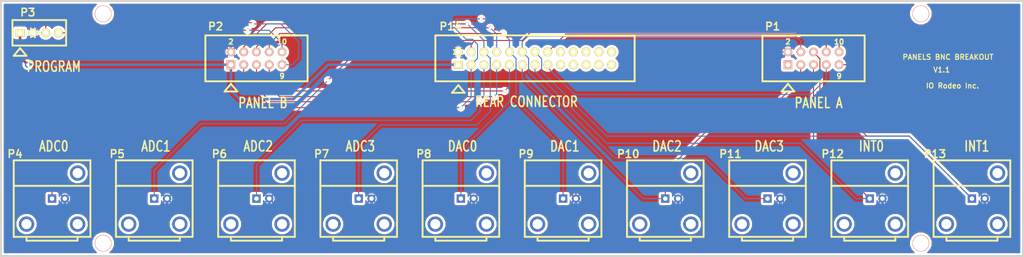
<source format=kicad_pcb>
(kicad_pcb (version 3) (host pcbnew "(2013-jul-07)-stable")

  (general
    (links 41)
    (no_connects 0)
    (area 45.834299 60.388499 249.415301 111.569501)
    (thickness 1.6)
    (drawings 21)
    (tracks 226)
    (zones 4830)
    (modules 18)
    (nets 19)
  )

  (page A4)
  (layers
    (15 Component signal)
    (0 Copper signal)
    (16 B.Adhes user)
    (17 F.Adhes user)
    (18 B.Paste user)
    (19 F.Paste user)
    (20 B.SilkS user)
    (21 F.SilkS user)
    (22 B.Mask user)
    (23 F.Mask user)
    (24 Dwgs.User user)
    (25 Cmts.User user)
    (26 Eco1.User user)
    (27 Eco2.User user)
    (28 Edge.Cuts user)
  )

  (setup
    (last_trace_width 0.254)
    (trace_clearance 0.254)
    (zone_clearance 0.508)
    (zone_45_only no)
    (trace_min 0.254)
    (segment_width 0.381)
    (edge_width 0.381)
    (via_size 0.889)
    (via_drill 0.635)
    (via_min_size 0.889)
    (via_min_drill 0.508)
    (uvia_size 0.508)
    (uvia_drill 0.127)
    (uvias_allowed no)
    (uvia_min_size 0.508)
    (uvia_min_drill 0.127)
    (pcb_text_width 0.3048)
    (pcb_text_size 1.524 2.032)
    (mod_edge_width 0.381)
    (mod_text_size 1.524 1.524)
    (mod_text_width 0.3048)
    (pad_size 1.778 1.778)
    (pad_drill 0.9906)
    (pad_to_mask_clearance 0.2)
    (aux_axis_origin 0 0)
    (visible_elements FFFFFFBF)
    (pcbplotparams
      (layerselection 284196865)
      (usegerberextensions true)
      (excludeedgelayer true)
      (linewidth 0.100000)
      (plotframeref false)
      (viasonmask false)
      (mode 1)
      (useauxorigin false)
      (hpglpennumber 1)
      (hpglpenspeed 20)
      (hpglpendiameter 15)
      (hpglpenoverlay 2)
      (psnegative false)
      (psa4output false)
      (plotreference true)
      (plotvalue true)
      (plotothertext true)
      (plotinvisibletext false)
      (padsonsilk false)
      (subtractmaskfromsilk false)
      (outputformat 1)
      (mirror false)
      (drillshape 0)
      (scaleselection 1)
      (outputdirectory gerber_v1.1/))
  )

  (net 0 "")
  (net 1 /5V)
  (net 2 /ADC0)
  (net 3 /ADC1)
  (net 4 /ADC2)
  (net 5 /ADC3)
  (net 6 /ADC4)
  (net 7 /ADC5)
  (net 8 /DAC0)
  (net 9 /DAC1)
  (net 10 /DAC2)
  (net 11 /DAC3)
  (net 12 /GND)
  (net 13 /INT0)
  (net 14 /INT1)
  (net 15 /INT2)
  (net 16 /INT3)
  (net 17 /SCL)
  (net 18 /SDA)

  (net_class Default "This is the default net class."
    (clearance 0.254)
    (trace_width 0.254)
    (via_dia 0.889)
    (via_drill 0.635)
    (uvia_dia 0.508)
    (uvia_drill 0.127)
    (add_net "")
    (add_net /5V)
    (add_net /ADC0)
    (add_net /ADC1)
    (add_net /ADC2)
    (add_net /ADC3)
    (add_net /ADC4)
    (add_net /ADC5)
    (add_net /DAC0)
    (add_net /DAC1)
    (add_net /DAC2)
    (add_net /DAC3)
    (add_net /GND)
    (add_net /INT0)
    (add_net /INT1)
    (add_net /INT2)
    (add_net /INT3)
    (add_net /SCL)
    (add_net /SDA)
  )

  (module BNC (layer Component) (tedit 4D07F1B6) (tstamp 4CF33ABB)
    (at 56.1848 105.029 180)
    (path /4CF33ABB)
    (fp_text reference P4 (at 7.366 13.97 180) (layer F.SilkS)
      (effects (font (size 1.524 1.524) (thickness 0.3048)))
    )
    (fp_text value CONN_2 (at 0.254 2.794 180) (layer F.SilkS) hide
      (effects (font (size 1.524 1.524) (thickness 0.3048)))
    )
    (fp_line (start 7.62 -2.54) (end 7.62 12.7) (layer F.SilkS) (width 0.381))
    (fp_line (start -7.62 -2.54) (end -7.62 12.7) (layer F.SilkS) (width 0.381))
    (fp_line (start -5.08 -2.54) (end -5.08 -3.302) (layer F.SilkS) (width 0.381))
    (fp_line (start -5.08 -3.302) (end 5.08 -3.302) (layer F.SilkS) (width 0.381))
    (fp_line (start 5.08 -3.302) (end 5.08 -2.54) (layer F.SilkS) (width 0.381))
    (fp_line (start -7.62 7.62) (end 7.62 7.62) (layer F.SilkS) (width 0.381))
    (fp_line (start -7.62 -2.54) (end 7.62 -2.54) (layer F.SilkS) (width 0.381))
    (fp_line (start -7.62 12.7) (end 7.62 12.7) (layer F.SilkS) (width 0.381))
    (pad "" thru_hole circle (at -5.08 0 180) (size 3.048 3.048) (drill 2.00914)
      (layers *.Cu *.Mask)
    )
    (pad "" thru_hole circle (at 5.08 0 180) (size 3.048 3.048) (drill 2.00914)
      (layers *.Cu *.Mask)
    )
    (pad 1 thru_hole rect (at 0 5.08 180) (size 1.651 1.651) (drill 0.889)
      (layers *.Cu *.Mask)
      (net 2 /ADC0)
    )
    (pad 2 thru_hole circle (at -2.54 5.08 180) (size 1.651 1.651) (drill 0.889)
      (layers *.Cu *.Mask)
      (net 12 /GND)
    )
    (pad "" thru_hole circle (at -5.08 10.16 180) (size 3.048 3.048) (drill 2.00914)
      (layers *.Cu *.Mask)
    )
  )

  (module BNC (layer Component) (tedit 4D07F1C2) (tstamp 4CF33AC0)
    (at 76.5048 105.029 180)
    (path /4CF33AC0)
    (fp_text reference P5 (at 7.366 13.97 180) (layer F.SilkS)
      (effects (font (size 1.524 1.524) (thickness 0.3048)))
    )
    (fp_text value CONN_2 (at 0.254 2.794 180) (layer F.SilkS) hide
      (effects (font (size 1.524 1.524) (thickness 0.3048)))
    )
    (fp_line (start 7.62 -2.54) (end 7.62 12.7) (layer F.SilkS) (width 0.381))
    (fp_line (start -7.62 -2.54) (end -7.62 12.7) (layer F.SilkS) (width 0.381))
    (fp_line (start -5.08 -2.54) (end -5.08 -3.302) (layer F.SilkS) (width 0.381))
    (fp_line (start -5.08 -3.302) (end 5.08 -3.302) (layer F.SilkS) (width 0.381))
    (fp_line (start 5.08 -3.302) (end 5.08 -2.54) (layer F.SilkS) (width 0.381))
    (fp_line (start -7.62 7.62) (end 7.62 7.62) (layer F.SilkS) (width 0.381))
    (fp_line (start -7.62 -2.54) (end 7.62 -2.54) (layer F.SilkS) (width 0.381))
    (fp_line (start -7.62 12.7) (end 7.62 12.7) (layer F.SilkS) (width 0.381))
    (pad "" thru_hole circle (at -5.08 0 180) (size 3.048 3.048) (drill 2.00914)
      (layers *.Cu *.Mask)
    )
    (pad "" thru_hole circle (at 5.08 0 180) (size 3.048 3.048) (drill 2.00914)
      (layers *.Cu *.Mask)
    )
    (pad 1 thru_hole rect (at 0 5.08 180) (size 1.651 1.651) (drill 0.889)
      (layers *.Cu *.Mask)
      (net 3 /ADC1)
    )
    (pad 2 thru_hole circle (at -2.54 5.08 180) (size 1.651 1.651) (drill 0.889)
      (layers *.Cu *.Mask)
      (net 12 /GND)
    )
    (pad "" thru_hole circle (at -5.08 10.16 180) (size 3.048 3.048) (drill 2.00914)
      (layers *.Cu *.Mask)
    )
  )

  (module BNC (layer Component) (tedit 4D07F1DC) (tstamp 4CF33ACF)
    (at 96.8248 105.029 180)
    (path /4CF33ACF)
    (fp_text reference P6 (at 7.366 13.97 180) (layer F.SilkS)
      (effects (font (size 1.524 1.524) (thickness 0.3048)))
    )
    (fp_text value CONN_2 (at 0.254 2.794 180) (layer F.SilkS) hide
      (effects (font (size 1.524 1.524) (thickness 0.3048)))
    )
    (fp_line (start 7.62 -2.54) (end 7.62 12.7) (layer F.SilkS) (width 0.381))
    (fp_line (start -7.62 -2.54) (end -7.62 12.7) (layer F.SilkS) (width 0.381))
    (fp_line (start -5.08 -2.54) (end -5.08 -3.302) (layer F.SilkS) (width 0.381))
    (fp_line (start -5.08 -3.302) (end 5.08 -3.302) (layer F.SilkS) (width 0.381))
    (fp_line (start 5.08 -3.302) (end 5.08 -2.54) (layer F.SilkS) (width 0.381))
    (fp_line (start -7.62 7.62) (end 7.62 7.62) (layer F.SilkS) (width 0.381))
    (fp_line (start -7.62 -2.54) (end 7.62 -2.54) (layer F.SilkS) (width 0.381))
    (fp_line (start -7.62 12.7) (end 7.62 12.7) (layer F.SilkS) (width 0.381))
    (pad "" thru_hole circle (at -5.08 0 180) (size 3.048 3.048) (drill 2.00914)
      (layers *.Cu *.Mask)
    )
    (pad "" thru_hole circle (at 5.08 0 180) (size 3.048 3.048) (drill 2.00914)
      (layers *.Cu *.Mask)
    )
    (pad 1 thru_hole rect (at 0 5.08 180) (size 1.651 1.651) (drill 0.889)
      (layers *.Cu *.Mask)
      (net 4 /ADC2)
    )
    (pad 2 thru_hole circle (at -2.54 5.08 180) (size 1.651 1.651) (drill 0.889)
      (layers *.Cu *.Mask)
      (net 12 /GND)
    )
    (pad "" thru_hole circle (at -5.08 10.16 180) (size 3.048 3.048) (drill 2.00914)
      (layers *.Cu *.Mask)
    )
  )

  (module BNC (layer Component) (tedit 4D07F1E6) (tstamp 4CF33AD1)
    (at 117.1448 105.029 180)
    (path /4CF33AD1)
    (fp_text reference P7 (at 7.366 13.97 180) (layer F.SilkS)
      (effects (font (size 1.524 1.524) (thickness 0.3048)))
    )
    (fp_text value CONN_2 (at 0.254 2.794 180) (layer F.SilkS) hide
      (effects (font (size 1.524 1.524) (thickness 0.3048)))
    )
    (fp_line (start 7.62 -2.54) (end 7.62 12.7) (layer F.SilkS) (width 0.381))
    (fp_line (start -7.62 -2.54) (end -7.62 12.7) (layer F.SilkS) (width 0.381))
    (fp_line (start -5.08 -2.54) (end -5.08 -3.302) (layer F.SilkS) (width 0.381))
    (fp_line (start -5.08 -3.302) (end 5.08 -3.302) (layer F.SilkS) (width 0.381))
    (fp_line (start 5.08 -3.302) (end 5.08 -2.54) (layer F.SilkS) (width 0.381))
    (fp_line (start -7.62 7.62) (end 7.62 7.62) (layer F.SilkS) (width 0.381))
    (fp_line (start -7.62 -2.54) (end 7.62 -2.54) (layer F.SilkS) (width 0.381))
    (fp_line (start -7.62 12.7) (end 7.62 12.7) (layer F.SilkS) (width 0.381))
    (pad "" thru_hole circle (at -5.08 0 180) (size 3.048 3.048) (drill 2.00914)
      (layers *.Cu *.Mask)
    )
    (pad "" thru_hole circle (at 5.08 0 180) (size 3.048 3.048) (drill 2.00914)
      (layers *.Cu *.Mask)
    )
    (pad 1 thru_hole rect (at 0 5.08 180) (size 1.651 1.651) (drill 0.889)
      (layers *.Cu *.Mask)
      (net 5 /ADC3)
    )
    (pad 2 thru_hole circle (at -2.54 5.08 180) (size 1.651 1.651) (drill 0.889)
      (layers *.Cu *.Mask)
      (net 12 /GND)
    )
    (pad "" thru_hole circle (at -5.08 10.16 180) (size 3.048 3.048) (drill 2.00914)
      (layers *.Cu *.Mask)
    )
  )

  (module BNC (layer Component) (tedit 4D07F1EF) (tstamp 4CF33AD2)
    (at 137.4648 105.029 180)
    (path /4CF33AD2)
    (fp_text reference P8 (at 7.366 13.97 180) (layer F.SilkS)
      (effects (font (size 1.524 1.524) (thickness 0.3048)))
    )
    (fp_text value CONN_2 (at 0.254 2.794 180) (layer F.SilkS) hide
      (effects (font (size 1.524 1.524) (thickness 0.3048)))
    )
    (fp_line (start 7.62 -2.54) (end 7.62 12.7) (layer F.SilkS) (width 0.381))
    (fp_line (start -7.62 -2.54) (end -7.62 12.7) (layer F.SilkS) (width 0.381))
    (fp_line (start -5.08 -2.54) (end -5.08 -3.302) (layer F.SilkS) (width 0.381))
    (fp_line (start -5.08 -3.302) (end 5.08 -3.302) (layer F.SilkS) (width 0.381))
    (fp_line (start 5.08 -3.302) (end 5.08 -2.54) (layer F.SilkS) (width 0.381))
    (fp_line (start -7.62 7.62) (end 7.62 7.62) (layer F.SilkS) (width 0.381))
    (fp_line (start -7.62 -2.54) (end 7.62 -2.54) (layer F.SilkS) (width 0.381))
    (fp_line (start -7.62 12.7) (end 7.62 12.7) (layer F.SilkS) (width 0.381))
    (pad "" thru_hole circle (at -5.08 0 180) (size 3.048 3.048) (drill 2.00914)
      (layers *.Cu *.Mask)
    )
    (pad "" thru_hole circle (at 5.08 0 180) (size 3.048 3.048) (drill 2.00914)
      (layers *.Cu *.Mask)
    )
    (pad 1 thru_hole rect (at 0 5.08 180) (size 1.651 1.651) (drill 0.889)
      (layers *.Cu *.Mask)
      (net 8 /DAC0)
    )
    (pad 2 thru_hole circle (at -2.54 5.08 180) (size 1.651 1.651) (drill 0.889)
      (layers *.Cu *.Mask)
      (net 12 /GND)
    )
    (pad "" thru_hole circle (at -5.08 10.16 180) (size 3.048 3.048) (drill 2.00914)
      (layers *.Cu *.Mask)
    )
  )

  (module BNC (layer Component) (tedit 4D07F1FA) (tstamp 4CF33AD5)
    (at 157.7848 105.029 180)
    (path /4CF33AD5)
    (fp_text reference P9 (at 7.366 13.97 180) (layer F.SilkS)
      (effects (font (size 1.524 1.524) (thickness 0.3048)))
    )
    (fp_text value CONN_2 (at 0.254 2.794 180) (layer F.SilkS) hide
      (effects (font (size 1.524 1.524) (thickness 0.3048)))
    )
    (fp_line (start 7.62 -2.54) (end 7.62 12.7) (layer F.SilkS) (width 0.381))
    (fp_line (start -7.62 -2.54) (end -7.62 12.7) (layer F.SilkS) (width 0.381))
    (fp_line (start -5.08 -2.54) (end -5.08 -3.302) (layer F.SilkS) (width 0.381))
    (fp_line (start -5.08 -3.302) (end 5.08 -3.302) (layer F.SilkS) (width 0.381))
    (fp_line (start 5.08 -3.302) (end 5.08 -2.54) (layer F.SilkS) (width 0.381))
    (fp_line (start -7.62 7.62) (end 7.62 7.62) (layer F.SilkS) (width 0.381))
    (fp_line (start -7.62 -2.54) (end 7.62 -2.54) (layer F.SilkS) (width 0.381))
    (fp_line (start -7.62 12.7) (end 7.62 12.7) (layer F.SilkS) (width 0.381))
    (pad "" thru_hole circle (at -5.08 0 180) (size 3.048 3.048) (drill 2.00914)
      (layers *.Cu *.Mask)
    )
    (pad "" thru_hole circle (at 5.08 0 180) (size 3.048 3.048) (drill 2.00914)
      (layers *.Cu *.Mask)
    )
    (pad 1 thru_hole rect (at 0 5.08 180) (size 1.651 1.651) (drill 0.889)
      (layers *.Cu *.Mask)
      (net 9 /DAC1)
    )
    (pad 2 thru_hole circle (at -2.54 5.08 180) (size 1.651 1.651) (drill 0.889)
      (layers *.Cu *.Mask)
      (net 12 /GND)
    )
    (pad "" thru_hole circle (at -5.08 10.16 180) (size 3.048 3.048) (drill 2.00914)
      (layers *.Cu *.Mask)
    )
  )

  (module BNC (layer Component) (tedit 4D07F291) (tstamp 4CF33AD6)
    (at 178.1048 105.029 180)
    (path /4CF33AD6)
    (fp_text reference P10 (at 7.366 13.97 180) (layer F.SilkS)
      (effects (font (size 1.524 1.524) (thickness 0.3048)))
    )
    (fp_text value CONN_2 (at 0.254 2.794 180) (layer F.SilkS) hide
      (effects (font (size 1.524 1.524) (thickness 0.3048)))
    )
    (fp_line (start 7.62 -2.54) (end 7.62 12.7) (layer F.SilkS) (width 0.381))
    (fp_line (start -7.62 -2.54) (end -7.62 12.7) (layer F.SilkS) (width 0.381))
    (fp_line (start -5.08 -2.54) (end -5.08 -3.302) (layer F.SilkS) (width 0.381))
    (fp_line (start -5.08 -3.302) (end 5.08 -3.302) (layer F.SilkS) (width 0.381))
    (fp_line (start 5.08 -3.302) (end 5.08 -2.54) (layer F.SilkS) (width 0.381))
    (fp_line (start -7.62 7.62) (end 7.62 7.62) (layer F.SilkS) (width 0.381))
    (fp_line (start -7.62 -2.54) (end 7.62 -2.54) (layer F.SilkS) (width 0.381))
    (fp_line (start -7.62 12.7) (end 7.62 12.7) (layer F.SilkS) (width 0.381))
    (pad "" thru_hole circle (at -5.08 0 180) (size 3.048 3.048) (drill 2.00914)
      (layers *.Cu *.Mask)
    )
    (pad "" thru_hole circle (at 5.08 0 180) (size 3.048 3.048) (drill 2.00914)
      (layers *.Cu *.Mask)
    )
    (pad 1 thru_hole rect (at 0 5.08 180) (size 1.651 1.651) (drill 0.889)
      (layers *.Cu *.Mask)
      (net 10 /DAC2)
    )
    (pad 2 thru_hole circle (at -2.54 5.08 180) (size 1.651 1.651) (drill 0.889)
      (layers *.Cu *.Mask)
      (net 12 /GND)
    )
    (pad "" thru_hole circle (at -5.08 10.16 180) (size 3.048 3.048) (drill 2.00914)
      (layers *.Cu *.Mask)
    )
  )

  (module BNC (layer Component) (tedit 4D07F2B1) (tstamp 4CF33AD7)
    (at 198.4248 105.029 180)
    (path /4CF33AD7)
    (fp_text reference P11 (at 7.366 13.97 180) (layer F.SilkS)
      (effects (font (size 1.524 1.524) (thickness 0.3048)))
    )
    (fp_text value CONN_2 (at 0.254 2.794 180) (layer F.SilkS) hide
      (effects (font (size 1.524 1.524) (thickness 0.3048)))
    )
    (fp_line (start 7.62 -2.54) (end 7.62 12.7) (layer F.SilkS) (width 0.381))
    (fp_line (start -7.62 -2.54) (end -7.62 12.7) (layer F.SilkS) (width 0.381))
    (fp_line (start -5.08 -2.54) (end -5.08 -3.302) (layer F.SilkS) (width 0.381))
    (fp_line (start -5.08 -3.302) (end 5.08 -3.302) (layer F.SilkS) (width 0.381))
    (fp_line (start 5.08 -3.302) (end 5.08 -2.54) (layer F.SilkS) (width 0.381))
    (fp_line (start -7.62 7.62) (end 7.62 7.62) (layer F.SilkS) (width 0.381))
    (fp_line (start -7.62 -2.54) (end 7.62 -2.54) (layer F.SilkS) (width 0.381))
    (fp_line (start -7.62 12.7) (end 7.62 12.7) (layer F.SilkS) (width 0.381))
    (pad "" thru_hole circle (at -5.08 0 180) (size 3.048 3.048) (drill 2.00914)
      (layers *.Cu *.Mask)
    )
    (pad "" thru_hole circle (at 5.08 0 180) (size 3.048 3.048) (drill 2.00914)
      (layers *.Cu *.Mask)
    )
    (pad 1 thru_hole rect (at 0 5.08 180) (size 1.651 1.651) (drill 0.889)
      (layers *.Cu *.Mask)
      (net 11 /DAC3)
    )
    (pad 2 thru_hole circle (at -2.54 5.08 180) (size 1.651 1.651) (drill 0.889)
      (layers *.Cu *.Mask)
      (net 12 /GND)
    )
    (pad "" thru_hole circle (at -5.08 10.16 180) (size 3.048 3.048) (drill 2.00914)
      (layers *.Cu *.Mask)
    )
  )

  (module BNC (layer Component) (tedit 4D07F2BB) (tstamp 4CF33AF7)
    (at 218.7448 105.029 180)
    (path /4CF33AF7)
    (fp_text reference P12 (at 7.366 13.97 180) (layer F.SilkS)
      (effects (font (size 1.524 1.524) (thickness 0.3048)))
    )
    (fp_text value CONN_2 (at 0.254 2.794 180) (layer F.SilkS) hide
      (effects (font (size 1.524 1.524) (thickness 0.3048)))
    )
    (fp_line (start 7.62 -2.54) (end 7.62 12.7) (layer F.SilkS) (width 0.381))
    (fp_line (start -7.62 -2.54) (end -7.62 12.7) (layer F.SilkS) (width 0.381))
    (fp_line (start -5.08 -2.54) (end -5.08 -3.302) (layer F.SilkS) (width 0.381))
    (fp_line (start -5.08 -3.302) (end 5.08 -3.302) (layer F.SilkS) (width 0.381))
    (fp_line (start 5.08 -3.302) (end 5.08 -2.54) (layer F.SilkS) (width 0.381))
    (fp_line (start -7.62 7.62) (end 7.62 7.62) (layer F.SilkS) (width 0.381))
    (fp_line (start -7.62 -2.54) (end 7.62 -2.54) (layer F.SilkS) (width 0.381))
    (fp_line (start -7.62 12.7) (end 7.62 12.7) (layer F.SilkS) (width 0.381))
    (pad "" thru_hole circle (at -5.08 0 180) (size 3.048 3.048) (drill 2.00914)
      (layers *.Cu *.Mask)
    )
    (pad "" thru_hole circle (at 5.08 0 180) (size 3.048 3.048) (drill 2.00914)
      (layers *.Cu *.Mask)
    )
    (pad 1 thru_hole rect (at 0 5.08 180) (size 1.651 1.651) (drill 0.889)
      (layers *.Cu *.Mask)
      (net 13 /INT0)
    )
    (pad 2 thru_hole circle (at -2.54 5.08 180) (size 1.651 1.651) (drill 0.889)
      (layers *.Cu *.Mask)
      (net 12 /GND)
    )
    (pad "" thru_hole circle (at -5.08 10.16 180) (size 3.048 3.048) (drill 2.00914)
      (layers *.Cu *.Mask)
    )
  )

  (module BNC (layer Component) (tedit 4D07F2C8) (tstamp 4CF33AF9)
    (at 239.0648 105.029 180)
    (path /4CF33AF9)
    (fp_text reference P13 (at 7.366 13.97 180) (layer F.SilkS)
      (effects (font (size 1.524 1.524) (thickness 0.3048)))
    )
    (fp_text value CONN_2 (at 0.254 2.794 180) (layer F.SilkS) hide
      (effects (font (size 1.524 1.524) (thickness 0.3048)))
    )
    (fp_line (start 7.62 -2.54) (end 7.62 12.7) (layer F.SilkS) (width 0.381))
    (fp_line (start -7.62 -2.54) (end -7.62 12.7) (layer F.SilkS) (width 0.381))
    (fp_line (start -5.08 -2.54) (end -5.08 -3.302) (layer F.SilkS) (width 0.381))
    (fp_line (start -5.08 -3.302) (end 5.08 -3.302) (layer F.SilkS) (width 0.381))
    (fp_line (start 5.08 -3.302) (end 5.08 -2.54) (layer F.SilkS) (width 0.381))
    (fp_line (start -7.62 7.62) (end 7.62 7.62) (layer F.SilkS) (width 0.381))
    (fp_line (start -7.62 -2.54) (end 7.62 -2.54) (layer F.SilkS) (width 0.381))
    (fp_line (start -7.62 12.7) (end 7.62 12.7) (layer F.SilkS) (width 0.381))
    (pad "" thru_hole circle (at -5.08 0 180) (size 3.048 3.048) (drill 2.00914)
      (layers *.Cu *.Mask)
    )
    (pad "" thru_hole circle (at 5.08 0 180) (size 3.048 3.048) (drill 2.00914)
      (layers *.Cu *.Mask)
    )
    (pad 1 thru_hole rect (at 0 5.08 180) (size 1.651 1.651) (drill 0.889)
      (layers *.Cu *.Mask)
      (net 14 /INT1)
    )
    (pad 2 thru_hole circle (at -2.54 5.08 180) (size 1.651 1.651) (drill 0.889)
      (layers *.Cu *.Mask)
      (net 12 /GND)
    )
    (pad "" thru_hole circle (at -5.08 10.16 180) (size 3.048 3.048) (drill 2.00914)
      (layers *.Cu *.Mask)
    )
  )

  (module HEADER_5x2_LARGE (layer Component) (tedit 4CF5DE06) (tstamp 4CF33651)
    (at 207.5688 72.009)
    (path /4CF33651)
    (fp_text reference P1 (at -8.128 -6.35) (layer F.SilkS)
      (effects (font (size 1.524 1.524) (thickness 0.3048)))
    )
    (fp_text value CONN_5X2 (at 0 6.096) (layer F.SilkS) hide
      (effects (font (size 1.524 1.524) (thickness 0.3048)))
    )
    (fp_line (start -10.16 -4.572) (end -10.16 4.572) (layer F.SilkS) (width 0.381))
    (fp_line (start -10.16 4.572) (end 10.16 4.572) (layer F.SilkS) (width 0.381))
    (fp_line (start 10.16 4.572) (end 10.16 -4.572) (layer F.SilkS) (width 0.381))
    (fp_line (start 10.16 -4.572) (end -10.16 -4.572) (layer F.SilkS) (width 0.381))
    (fp_line (start -5.08 5.08) (end -6.35 6.604) (layer F.SilkS) (width 0.381))
    (fp_line (start -6.35 6.604) (end -3.81 6.604) (layer F.SilkS) (width 0.381))
    (fp_line (start -3.81 6.604) (end -5.08 5.08) (layer F.SilkS) (width 0.381))
    (fp_text user 2 (at -5.08 -3.302) (layer F.SilkS)
      (effects (font (size 1.016 1.016) (thickness 0.254)))
    )
    (fp_text user 10 (at 5.08 -3.302) (layer F.SilkS)
      (effects (font (size 1.016 1.016) (thickness 0.254)))
    )
    (fp_text user 9 (at 5.08 3.556) (layer F.SilkS)
      (effects (font (size 1.016 1.016) (thickness 0.254)))
    )
    (pad 1 thru_hole rect (at -5.08 1.27) (size 1.778 1.778) (drill 0.9906)
      (layers *.Cu *.SilkS *.Mask)
    )
    (pad 2 thru_hole circle (at -5.08 -1.27) (size 1.778 1.778) (drill 0.9906)
      (layers *.Cu *.SilkS *.Mask)
      (net 12 /GND)
    )
    (pad 3 thru_hole circle (at -2.54 1.27) (size 1.778 1.778) (drill 0.9906)
      (layers *.Cu *.SilkS *.Mask)
      (net 10 /DAC2)
    )
    (pad 4 thru_hole circle (at -2.54 -1.27) (size 1.778 1.778) (drill 0.9906)
      (layers *.Cu *.SilkS *.Mask)
      (net 11 /DAC3)
    )
    (pad 5 thru_hole circle (at 0 1.27) (size 1.778 1.778) (drill 0.9906)
      (layers *.Cu *.SilkS *.Mask)
      (net 13 /INT0)
    )
    (pad 6 thru_hole circle (at 0 -1.27) (size 1.778 1.778) (drill 0.9906)
      (layers *.Cu *.SilkS *.Mask)
      (net 14 /INT1)
    )
    (pad 7 thru_hole circle (at 2.54 1.27) (size 1.778 1.778) (drill 0.9906)
      (layers *.Cu *.SilkS *.Mask)
      (net 15 /INT2)
    )
    (pad 8 thru_hole circle (at 2.54 -1.27) (size 1.778 1.778) (drill 0.9906)
      (layers *.Cu *.SilkS *.Mask)
      (net 16 /INT3)
    )
    (pad 9 thru_hole circle (at 5.08 1.27) (size 1.778 1.778) (drill 0.9906)
      (layers *.Cu *.SilkS *.Mask)
      (net 2 /ADC0)
    )
    (pad 10 thru_hole circle (at 5.08 -1.27) (size 1.778 1.778) (drill 0.9906)
      (layers *.Cu *.SilkS *.Mask)
      (net 3 /ADC1)
    )
  )

  (module HEADER_5x2_LARGE (layer Component) (tedit 4CF5DE19) (tstamp 4CF33655)
    (at 96.8248 72.009)
    (path /4CF33655)
    (fp_text reference P2 (at -8.128 -6.35) (layer F.SilkS)
      (effects (font (size 1.524 1.524) (thickness 0.3048)))
    )
    (fp_text value CONN_5X2 (at 0 6.096) (layer F.SilkS) hide
      (effects (font (size 1.524 1.524) (thickness 0.3048)))
    )
    (fp_line (start -10.16 -4.572) (end -10.16 4.572) (layer F.SilkS) (width 0.381))
    (fp_line (start -10.16 4.572) (end 10.16 4.572) (layer F.SilkS) (width 0.381))
    (fp_line (start 10.16 4.572) (end 10.16 -4.572) (layer F.SilkS) (width 0.381))
    (fp_line (start 10.16 -4.572) (end -10.16 -4.572) (layer F.SilkS) (width 0.381))
    (fp_line (start -5.08 5.08) (end -6.35 6.604) (layer F.SilkS) (width 0.381))
    (fp_line (start -6.35 6.604) (end -3.81 6.604) (layer F.SilkS) (width 0.381))
    (fp_line (start -3.81 6.604) (end -5.08 5.08) (layer F.SilkS) (width 0.381))
    (fp_text user 2 (at -5.08 -3.302) (layer F.SilkS)
      (effects (font (size 1.016 1.016) (thickness 0.254)))
    )
    (fp_text user 10 (at 5.08 -3.302) (layer F.SilkS)
      (effects (font (size 1.016 1.016) (thickness 0.254)))
    )
    (fp_text user 9 (at 5.08 3.556) (layer F.SilkS)
      (effects (font (size 1.016 1.016) (thickness 0.254)))
    )
    (pad 1 thru_hole rect (at -5.08 1.27) (size 1.778 1.778) (drill 0.9906)
      (layers *.Cu *.SilkS *.Mask)
      (net 1 /5V)
    )
    (pad 2 thru_hole circle (at -5.08 -1.27) (size 1.778 1.778) (drill 0.9906)
      (layers *.Cu *.SilkS *.Mask)
      (net 12 /GND)
    )
    (pad 3 thru_hole circle (at -2.54 1.27) (size 1.778 1.778) (drill 0.9906)
      (layers *.Cu *.SilkS *.Mask)
      (net 4 /ADC2)
    )
    (pad 4 thru_hole circle (at -2.54 -1.27) (size 1.778 1.778) (drill 0.9906)
      (layers *.Cu *.SilkS *.Mask)
      (net 5 /ADC3)
    )
    (pad 5 thru_hole circle (at 0 1.27) (size 1.778 1.778) (drill 0.9906)
      (layers *.Cu *.SilkS *.Mask)
      (net 6 /ADC4)
    )
    (pad 6 thru_hole circle (at 0 -1.27) (size 1.778 1.778) (drill 0.9906)
      (layers *.Cu *.SilkS *.Mask)
      (net 7 /ADC5)
    )
    (pad 7 thru_hole circle (at 2.54 1.27) (size 1.778 1.778) (drill 0.9906)
      (layers *.Cu *.SilkS *.Mask)
      (net 8 /DAC0)
    )
    (pad 8 thru_hole circle (at 2.54 -1.27) (size 1.778 1.778) (drill 0.9906)
      (layers *.Cu *.SilkS *.Mask)
      (net 9 /DAC1)
    )
    (pad 9 thru_hole circle (at 5.08 1.27) (size 1.778 1.778) (drill 0.9906)
      (layers *.Cu *.SilkS *.Mask)
      (net 17 /SCL)
    )
    (pad 10 thru_hole circle (at 5.08 -1.27) (size 1.778 1.778) (drill 0.9906)
      (layers *.Cu *.SilkS *.Mask)
      (net 18 /SDA)
    )
  )

  (module MOUNT_HOLE (layer Component) (tedit 4C193599) (tstamp 4CF5A741)
    (at 228.9048 108.839)
    (fp_text reference MOUNT_HOLE (at 0 -2.032) (layer F.SilkS) hide
      (effects (font (size 0.254 0.254) (thickness 0.0635)))
    )
    (fp_text value VAL** (at 0 2.032) (layer F.SilkS) hide
      (effects (font (size 0.254 0.254) (thickness 0.0635)))
    )
    (pad "" thru_hole circle (at 0 0) (size 3.302 3.302) (drill 3.048)
      (layers *.Cu *.SilkS *.Mask)
    )
  )

  (module MOUNT_HOLE (layer Component) (tedit 4C193599) (tstamp 4CF5A743)
    (at 228.9048 63.119)
    (fp_text reference MOUNT_HOLE (at 0 -2.032) (layer F.SilkS) hide
      (effects (font (size 0.254 0.254) (thickness 0.0635)))
    )
    (fp_text value VAL** (at 0 2.032) (layer F.SilkS) hide
      (effects (font (size 0.254 0.254) (thickness 0.0635)))
    )
    (pad "" thru_hole circle (at 0 0) (size 3.302 3.302) (drill 3.048)
      (layers *.Cu *.SilkS *.Mask)
    )
  )

  (module MOUNT_HOLE (layer Component) (tedit 4C193599) (tstamp 4CF5A744)
    (at 66.3448 108.839)
    (fp_text reference MOUNT_HOLE (at 0 -2.032) (layer F.SilkS) hide
      (effects (font (size 0.254 0.254) (thickness 0.0635)))
    )
    (fp_text value VAL** (at 0 2.032) (layer F.SilkS) hide
      (effects (font (size 0.254 0.254) (thickness 0.0635)))
    )
    (pad "" thru_hole circle (at 0 0) (size 3.302 3.302) (drill 3.048)
      (layers *.Cu *.SilkS *.Mask)
    )
  )

  (module MOUNT_HOLE (layer Component) (tedit 4C193599) (tstamp 4CF5A746)
    (at 66.3448 63.119)
    (fp_text reference MOUNT_HOLE (at 0 -2.032) (layer F.SilkS) hide
      (effects (font (size 0.254 0.254) (thickness 0.0635)))
    )
    (fp_text value VAL** (at 0 2.032) (layer F.SilkS) hide
      (effects (font (size 0.254 0.254) (thickness 0.0635)))
    )
    (pad "" thru_hole circle (at 0 0) (size 3.302 3.302) (drill 3.048)
      (layers *.Cu *.SilkS *.Mask)
    )
  )

  (module conn_sh_26x2 (layer Component) (tedit 4CF5DE95) (tstamp 4CF5A350)
    (at 152.1968 72.009)
    (path /4CF5A350)
    (fp_text reference P14 (at -16.764 -6.35) (layer F.SilkS)
      (effects (font (size 1.524 1.524) (thickness 0.3048)))
    )
    (fp_text value CONN_26 (at -4.826 6.35) (layer F.SilkS) hide
      (effects (font (size 1.524 1.524) (thickness 0.3048)))
    )
    (fp_line (start -16.51 6.858) (end -13.97 6.858) (layer F.SilkS) (width 0.381))
    (fp_line (start -13.97 6.858) (end -15.24 5.334) (layer F.SilkS) (width 0.381))
    (fp_line (start -15.24 5.334) (end -16.51 6.858) (layer F.SilkS) (width 0.381))
    (fp_line (start -19.812 -4.572) (end 19.812 -4.572) (layer F.SilkS) (width 0.381))
    (fp_line (start 19.812 -4.572) (end 19.812 4.572) (layer F.SilkS) (width 0.381))
    (fp_line (start 19.812 4.572) (end -19.812 4.572) (layer F.SilkS) (width 0.381))
    (fp_line (start -19.812 4.572) (end -19.812 -4.572) (layer F.SilkS) (width 0.381))
    (pad 1 thru_hole rect (at -15.24 1.27) (size 1.778 1.524) (drill 0.9906)
      (layers *.Cu *.Mask F.SilkS)
      (net 1 /5V)
    )
    (pad 2 thru_hole circle (at -15.24 -1.27) (size 1.778 1.778) (drill 0.9906)
      (layers *.Cu *.Mask F.SilkS)
      (net 12 /GND)
    )
    (pad 3 thru_hole circle (at -12.7 1.27) (size 1.778 1.778) (drill 0.9906)
      (layers *.Cu *.Mask F.SilkS)
      (net 2 /ADC0)
    )
    (pad 4 thru_hole circle (at -12.7 -1.27) (size 1.778 1.778) (drill 0.9906)
      (layers *.Cu *.Mask F.SilkS)
      (net 3 /ADC1)
    )
    (pad 5 thru_hole circle (at -10.16 1.27) (size 1.778 1.778) (drill 0.9906)
      (layers *.Cu *.Mask F.SilkS)
      (net 4 /ADC2)
    )
    (pad 6 thru_hole circle (at -10.16 -1.27) (size 1.778 1.778) (drill 0.9906)
      (layers *.Cu *.Mask F.SilkS)
      (net 5 /ADC3)
    )
    (pad 7 thru_hole circle (at -7.62 1.27) (size 1.778 1.778) (drill 0.9906)
      (layers *.Cu *.Mask F.SilkS)
      (net 6 /ADC4)
    )
    (pad 8 thru_hole circle (at -7.62 -1.27) (size 1.778 1.778) (drill 0.9906)
      (layers *.Cu *.Mask F.SilkS)
      (net 7 /ADC5)
    )
    (pad 9 thru_hole circle (at -5.08 1.27) (size 1.778 1.778) (drill 0.9906)
      (layers *.Cu *.Mask F.SilkS)
      (net 8 /DAC0)
    )
    (pad 10 thru_hole circle (at -5.08 -1.27) (size 1.778 1.778) (drill 0.9906)
      (layers *.Cu *.Mask F.SilkS)
      (net 9 /DAC1)
    )
    (pad 11 thru_hole circle (at -2.54 1.27) (size 1.778 1.778) (drill 0.9906)
      (layers *.Cu *.Mask F.SilkS)
      (net 10 /DAC2)
    )
    (pad 12 thru_hole circle (at -2.54 -1.27) (size 1.778 1.778) (drill 0.9906)
      (layers *.Cu *.Mask F.SilkS)
      (net 11 /DAC3)
    )
    (pad 13 thru_hole circle (at 0 1.27) (size 1.778 1.778) (drill 0.9906)
      (layers *.Cu *.Mask F.SilkS)
      (net 13 /INT0)
    )
    (pad 14 thru_hole circle (at 0 -1.27) (size 1.778 1.778) (drill 0.9906)
      (layers *.Cu *.Mask F.SilkS)
      (net 14 /INT1)
    )
    (pad 15 thru_hole circle (at 2.54 1.27) (size 1.778 1.778) (drill 0.9906)
      (layers *.Cu *.Mask F.SilkS)
      (net 15 /INT2)
    )
    (pad 16 thru_hole circle (at 2.54 -1.27) (size 1.778 1.778) (drill 0.9906)
      (layers *.Cu *.Mask F.SilkS)
      (net 16 /INT3)
    )
    (pad 17 thru_hole circle (at 5.08 1.27) (size 1.778 1.778) (drill 0.9906)
      (layers *.Cu *.Mask F.SilkS)
    )
    (pad 18 thru_hole circle (at 5.08 -1.27) (size 1.778 1.778) (drill 0.9906)
      (layers *.Cu *.Mask F.SilkS)
    )
    (pad 19 thru_hole circle (at 7.62 1.27) (size 1.778 1.778) (drill 0.9906)
      (layers *.Cu *.Mask F.SilkS)
    )
    (pad 20 thru_hole circle (at 7.62 -1.27) (size 1.778 1.778) (drill 0.9906)
      (layers *.Cu *.Mask F.SilkS)
    )
    (pad 21 thru_hole circle (at 10.16 1.27) (size 1.778 1.778) (drill 0.9906)
      (layers *.Cu *.Mask F.SilkS)
    )
    (pad 22 thru_hole circle (at 10.16 -1.27) (size 1.778 1.778) (drill 0.9906)
      (layers *.Cu *.Mask F.SilkS)
    )
    (pad 23 thru_hole circle (at 12.7 1.27) (size 1.778 1.778) (drill 0.9906)
      (layers *.Cu *.Mask F.SilkS)
    )
    (pad 24 thru_hole circle (at 12.7 -1.27) (size 1.778 1.778) (drill 0.9906)
      (layers *.Cu *.Mask F.SilkS)
    )
    (pad 25 thru_hole circle (at 15.24 1.27) (size 1.778 1.778) (drill 0.9906)
      (layers *.Cu *.Mask F.SilkS)
    )
    (pad 26 thru_hole circle (at 15.24 -1.27) (size 1.778 1.778) (drill 0.9906)
      (layers *.Cu *.Mask F.SilkS)
    )
  )

  (module conn_sh_4x1 (layer Component) (tedit 4CF5DE29) (tstamp 4CF40D8E)
    (at 53.6448 66.929)
    (path /4CF40D8E)
    (fp_text reference P3 (at -2.286 -4.064) (layer F.SilkS)
      (effects (font (size 1.524 1.524) (thickness 0.3048)))
    )
    (fp_text value CONN_4 (at 4.318 4.064) (layer F.SilkS) hide
      (effects (font (size 1.524 1.524) (thickness 0.3048)))
    )
    (fp_line (start -5.334 -2.54) (end 5.334 -2.54) (layer F.SilkS) (width 0.381))
    (fp_line (start -5.08 4.572) (end -2.54 4.572) (layer F.SilkS) (width 0.381))
    (fp_line (start -2.54 4.572) (end -3.81 3.048) (layer F.SilkS) (width 0.381))
    (fp_line (start -3.81 3.048) (end -5.08 4.572) (layer F.SilkS) (width 0.381))
    (fp_line (start 5.334 -2.54) (end 5.334 2.54) (layer F.SilkS) (width 0.381))
    (fp_line (start 5.334 2.54) (end -5.334 2.54) (layer F.SilkS) (width 0.381))
    (fp_line (start -5.334 2.54) (end -5.334 -2.54) (layer F.SilkS) (width 0.381))
    (pad 1 thru_hole rect (at -3.81 0) (size 1.778 1.524) (drill 0.9906)
      (layers *.Cu *.Mask F.SilkS)
      (net 1 /5V)
    )
    (pad 2 thru_hole circle (at -1.27 0) (size 1.778 1.778) (drill 0.9906)
      (layers *.Cu *.Mask F.SilkS)
      (net 12 /GND)
    )
    (pad 3 thru_hole circle (at 1.27 0) (size 1.778 1.778) (drill 0.9906)
      (layers *.Cu *.Mask F.SilkS)
      (net 17 /SCL)
    )
    (pad 4 thru_hole circle (at 3.81 0) (size 1.778 1.778) (drill 0.9906)
      (layers *.Cu *.Mask F.SilkS)
      (net 18 /SDA)
    )
  )

  (gr_text V1.1 (at 233.045 74.295) (layer F.SilkS)
    (effects (font (size 1.016 1.016) (thickness 0.2032)))
  )
  (gr_text "IO Rodeo Inc. " (at 235.585 77.47) (layer F.SilkS)
    (effects (font (size 1.016 1.016) (thickness 0.2032)))
  )
  (gr_text "PANELS BNC BREAKOUT" (at 234.315 71.755) (layer F.SilkS)
    (effects (font (size 1.016 1.016) (thickness 0.2032)))
  )
  (gr_text "REAR CONNECTOR" (at 150.495 80.645) (layer F.SilkS)
    (effects (font (size 2.032 1.524) (thickness 0.3048)))
  )
  (gr_text PROGRAM (at 56.515 73.66) (layer F.SilkS)
    (effects (font (size 2.032 1.524) (thickness 0.3048)))
  )
  (gr_text INT1 (at 240.03 89.535) (layer F.SilkS)
    (effects (font (size 2.032 1.524) (thickness 0.3048)))
  )
  (gr_text INT0 (at 219.075 89.535) (layer F.SilkS)
    (effects (font (size 2.032 1.524) (thickness 0.3048)))
  )
  (gr_text DAC3 (at 198.755 89.535) (layer F.SilkS)
    (effects (font (size 2.032 1.524) (thickness 0.3048)))
  )
  (gr_text DAC2 (at 178.435 89.535) (layer F.SilkS)
    (effects (font (size 2.032 1.524) (thickness 0.3048)))
  )
  (gr_text DAC1 (at 158.115 89.535) (layer F.SilkS)
    (effects (font (size 2.032 1.524) (thickness 0.3048)))
  )
  (gr_text DAC0 (at 137.795 89.535) (layer F.SilkS)
    (effects (font (size 2.032 1.524) (thickness 0.3048)))
  )
  (gr_text ADC3 (at 117.475 89.535) (layer F.SilkS)
    (effects (font (size 2.032 1.524) (thickness 0.3048)))
  )
  (gr_text ADC2 (at 97.155 89.535) (layer F.SilkS)
    (effects (font (size 2.032 1.524) (thickness 0.3048)))
  )
  (gr_text ADC1 (at 76.835 89.535) (layer F.SilkS)
    (effects (font (size 2.032 1.524) (thickness 0.3048)))
  )
  (gr_text ADC0 (at 56.515 89.535) (layer F.SilkS)
    (effects (font (size 2.032 1.524) (thickness 0.3048)))
  )
  (gr_text "PANEL B" (at 98.0948 80.899) (layer F.SilkS)
    (effects (font (size 2.032 1.524) (thickness 0.3048)))
  )
  (gr_text "PANEL A" (at 208.5848 80.899) (layer F.SilkS)
    (effects (font (size 2.032 1.524) (thickness 0.3048)))
  )
  (gr_line (start 249.2248 111.379) (end 249.2248 60.579) (angle 90) (layer Edge.Cuts) (width 0.381))
  (gr_line (start 46.0248 111.379) (end 249.2248 111.379) (angle 90) (layer Edge.Cuts) (width 0.381))
  (gr_line (start 46.0248 60.579) (end 249.2248 60.579) (angle 90) (layer Edge.Cuts) (width 0.381))
  (gr_line (start 46.0248 111.379) (end 46.0248 60.579) (angle 90) (layer Edge.Cuts) (width 0.381))

  (segment (start 91.7448 73.279) (end 91.7448 78.359) (width 0.508) (layer Copper) (net 1) (status 800))
  (segment (start 111.0488 73.279) (end 136.9568 73.279) (width 0.508) (layer Copper) (net 1) (status 400))
  (segment (start 104.1908 80.137) (end 111.0488 73.279) (width 0.508) (layer Copper) (net 1))
  (segment (start 93.5228 80.137) (end 104.1908 80.137) (width 0.508) (layer Copper) (net 1))
  (segment (start 91.7448 78.359) (end 93.5228 80.137) (width 0.508) (layer Copper) (net 1))
  (segment (start 91.7448 73.279) (end 51.3588 73.279) (width 0.508) (layer Copper) (net 1) (status 800))
  (segment (start 49.8348 71.755) (end 49.8348 66.929) (width 0.508) (layer Component) (net 1) (status 400))
  (segment (start 51.3588 73.279) (end 49.8348 71.755) (width 0.508) (layer Component) (net 1))
  (via (at 51.3588 73.279) (size 1.143) (layers Component Copper) (net 1))
  (segment (start 56.1848 99.949) (end 56.1848 94.1578) (width 0.2032) (layer Component) (net 2) (status 800))
  (segment (start 139.4968 79.7814) (end 139.4968 73.279) (width 0.2032) (layer Copper) (net 2) (status 400))
  (segment (start 137.4648 81.8134) (end 139.4968 79.7814) (width 0.2032) (layer Copper) (net 2))
  (via (at 137.4648 81.8134) (size 0.635) (layers Component Copper) (net 2))
  (segment (start 68.5292 81.8134) (end 137.4648 81.8134) (width 0.2032) (layer Component) (net 2))
  (segment (start 56.1848 94.1578) (end 68.5292 81.8134) (width 0.2032) (layer Component) (net 2))
  (segment (start 212.6488 73.279) (end 215.1888 73.279) (width 0.2032) (layer Component) (net 2) (status 800))
  (segment (start 140.7668 72.009) (end 139.4968 73.279) (width 0.2032) (layer Copper) (net 2) (status 400))
  (segment (start 140.7668 69.215) (end 140.7668 72.009) (width 0.2032) (layer Copper) (net 2))
  (segment (start 139.7508 68.199) (end 140.7668 69.215) (width 0.2032) (layer Copper) (net 2))
  (segment (start 138.4808 68.199) (end 139.7508 68.199) (width 0.2032) (layer Copper) (net 2))
  (segment (start 136.4488 66.167) (end 138.4808 68.199) (width 0.2032) (layer Copper) (net 2))
  (segment (start 136.4488 64.135) (end 136.4488 66.167) (width 0.2032) (layer Copper) (net 2))
  (segment (start 141.5288 64.135) (end 136.4488 64.135) (width 0.2032) (layer Copper) (net 2))
  (via (at 141.5288 64.135) (size 0.635) (layers Component Copper) (net 2))
  (segment (start 211.3788 64.135) (end 141.5288 64.135) (width 0.2032) (layer Component) (net 2))
  (segment (start 216.2048 68.961) (end 211.3788 64.135) (width 0.2032) (layer Component) (net 2))
  (segment (start 216.2048 72.263) (end 216.2048 68.961) (width 0.2032) (layer Component) (net 2))
  (segment (start 215.1888 73.279) (end 216.2048 72.263) (width 0.2032) (layer Component) (net 2))
  (segment (start 140.3858 68.453) (end 118.9736 68.453) (width 0.2032) (layer Component) (net 3))
  (segment (start 76.5048 94.3102) (end 76.5048 99.949) (width 0.2032) (layer Copper) (net 3) (status 400))
  (segment (start 85.8012 85.0138) (end 76.5048 94.3102) (width 0.2032) (layer Copper) (net 3))
  (segment (start 102.4128 85.0138) (end 85.8012 85.0138) (width 0.2032) (layer Copper) (net 3))
  (segment (start 111.0488 76.3778) (end 102.4128 85.0138) (width 0.2032) (layer Copper) (net 3))
  (via (at 111.0488 76.3778) (size 0.635) (layers Component Copper) (net 3))
  (segment (start 118.9736 68.453) (end 111.0488 76.3778) (width 0.2032) (layer Component) (net 3))
  (segment (start 212.6488 70.739) (end 212.6488 69.215) (width 0.2032) (layer Component) (net 3) (status 800))
  (segment (start 139.4968 69.215) (end 139.4968 70.739) (width 0.2032) (layer Component) (net 3) (status 400))
  (segment (start 140.2588 68.453) (end 139.4968 69.215) (width 0.2032) (layer Component) (net 3))
  (segment (start 149.6568 68.453) (end 140.3858 68.453) (width 0.2032) (layer Component) (net 3))
  (segment (start 140.3858 68.453) (end 140.2588 68.453) (width 0.2032) (layer Component) (net 3))
  (segment (start 152.4508 65.659) (end 149.6568 68.453) (width 0.2032) (layer Component) (net 3))
  (segment (start 209.0928 65.659) (end 184.15 65.659) (width 0.2032) (layer Component) (net 3))
  (segment (start 184.15 65.659) (end 182.4736 65.659) (width 0.2032) (layer Component) (net 3))
  (segment (start 182.4736 65.659) (end 152.4508 65.659) (width 0.2032) (layer Component) (net 3))
  (segment (start 212.6488 69.215) (end 209.0928 65.659) (width 0.2032) (layer Component) (net 3))
  (segment (start 96.8248 99.949) (end 96.8248 93.2942) (width 0.2032) (layer Copper) (net 4) (status 800))
  (segment (start 141.2748 82.5754) (end 141.2748 80.391) (width 0.2032) (layer Copper) (net 4))
  (segment (start 139.4968 84.3534) (end 141.2748 82.5754) (width 0.2032) (layer Copper) (net 4))
  (segment (start 105.7656 84.3534) (end 139.4968 84.3534) (width 0.2032) (layer Copper) (net 4))
  (segment (start 96.8248 93.2942) (end 105.7656 84.3534) (width 0.2032) (layer Copper) (net 4))
  (segment (start 142.0368 73.279) (end 142.0368 79.629) (width 0.2032) (layer Copper) (net 4) (status 800))
  (segment (start 94.2848 75.311) (end 94.2848 73.279) (width 0.2032) (layer Component) (net 4) (status 400))
  (segment (start 99.6188 80.645) (end 94.2848 75.311) (width 0.2032) (layer Component) (net 4))
  (segment (start 141.0208 80.645) (end 99.6188 80.645) (width 0.2032) (layer Component) (net 4))
  (segment (start 141.2748 80.391) (end 141.0208 80.645) (width 0.2032) (layer Component) (net 4))
  (via (at 141.2748 80.391) (size 0.635) (layers Component Copper) (net 4))
  (segment (start 142.0368 79.629) (end 141.2748 80.391) (width 0.2032) (layer Copper) (net 4))
  (segment (start 117.1448 99.949) (end 117.1448 89.5858) (width 0.2032) (layer Copper) (net 5) (status 800))
  (segment (start 143.3068 72.009) (end 142.0368 70.739) (width 0.2032) (layer Copper) (net 5) (status 400))
  (segment (start 143.3068 82.5754) (end 143.3068 72.009) (width 0.2032) (layer Copper) (net 5))
  (segment (start 140.6144 85.2678) (end 143.3068 82.5754) (width 0.2032) (layer Copper) (net 5))
  (segment (start 121.4628 85.2678) (end 140.6144 85.2678) (width 0.2032) (layer Copper) (net 5))
  (segment (start 117.1448 89.5858) (end 121.4628 85.2678) (width 0.2032) (layer Copper) (net 5))
  (segment (start 94.2848 70.739) (end 94.2848 69.723) (width 0.2032) (layer Component) (net 5) (status 800))
  (segment (start 142.0368 68.453) (end 142.0368 70.739) (width 0.2032) (layer Copper) (net 5) (status 400))
  (segment (start 138.7348 65.151) (end 142.0368 68.453) (width 0.2032) (layer Copper) (net 5))
  (via (at 138.7348 65.151) (size 0.635) (layers Component Copper) (net 5))
  (segment (start 98.8568 65.151) (end 138.7348 65.151) (width 0.2032) (layer Component) (net 5))
  (segment (start 94.2848 69.723) (end 98.8568 65.151) (width 0.2032) (layer Component) (net 5))
  (segment (start 96.8248 73.279) (end 96.8248 75.057) (width 0.2032) (layer Component) (net 6) (status 800))
  (segment (start 144.5768 79.121) (end 144.5768 73.279) (width 0.2032) (layer Copper) (net 6) (status 400))
  (segment (start 144.0688 79.629) (end 144.5768 79.121) (width 0.2032) (layer Copper) (net 6))
  (via (at 144.0688 79.629) (size 0.635) (layers Component Copper) (net 6))
  (segment (start 101.3968 79.629) (end 144.0688 79.629) (width 0.2032) (layer Component) (net 6))
  (segment (start 96.8248 75.057) (end 101.3968 79.629) (width 0.2032) (layer Component) (net 6))
  (segment (start 96.8248 70.739) (end 96.8248 69.723) (width 0.2032) (layer Component) (net 7) (status 800))
  (segment (start 144.5768 67.183) (end 144.5768 70.739) (width 0.2032) (layer Copper) (net 7) (status 400))
  (segment (start 143.3068 65.913) (end 144.5768 67.183) (width 0.2032) (layer Copper) (net 7))
  (via (at 143.3068 65.913) (size 0.635) (layers Component Copper) (net 7))
  (segment (start 100.6348 65.913) (end 143.3068 65.913) (width 0.2032) (layer Component) (net 7))
  (segment (start 96.8248 69.723) (end 100.6348 65.913) (width 0.2032) (layer Component) (net 7))
  (segment (start 99.3648 73.279) (end 99.3648 75.1332) (width 0.2032) (layer Component) (net 8) (status 800))
  (segment (start 147.066 77.597) (end 147.1168 77.597) (width 0.2032) (layer Copper) (net 8))
  (segment (start 146.1516 78.5114) (end 147.066 77.597) (width 0.2032) (layer Copper) (net 8))
  (via (at 146.1516 78.5114) (size 0.635) (layers Component Copper) (net 8))
  (segment (start 102.743 78.5114) (end 146.1516 78.5114) (width 0.2032) (layer Component) (net 8))
  (segment (start 99.3648 75.1332) (end 102.743 78.5114) (width 0.2032) (layer Component) (net 8))
  (segment (start 137.4648 99.949) (end 137.4648 90.3478) (width 0.2032) (layer Copper) (net 8) (status 800))
  (segment (start 147.1168 80.6958) (end 147.1168 77.597) (width 0.2032) (layer Copper) (net 8))
  (segment (start 147.1168 77.597) (end 147.1168 73.279) (width 0.2032) (layer Copper) (net 8) (status 400))
  (segment (start 137.4648 90.3478) (end 147.1168 80.6958) (width 0.2032) (layer Copper) (net 8))
  (segment (start 99.3648 70.739) (end 99.3648 69.1388) (width 0.2032) (layer Component) (net 9) (status 800))
  (segment (start 147.1168 68.326) (end 147.1168 70.739) (width 0.2032) (layer Copper) (net 9) (status 400))
  (segment (start 145.8468 67.056) (end 147.1168 68.326) (width 0.2032) (layer Copper) (net 9))
  (via (at 145.8468 67.056) (size 0.635) (layers Component Copper) (net 9))
  (segment (start 101.4476 67.056) (end 145.8468 67.056) (width 0.2032) (layer Component) (net 9))
  (segment (start 99.3648 69.1388) (end 101.4476 67.056) (width 0.2032) (layer Component) (net 9))
  (segment (start 157.7848 99.949) (end 157.7848 89.789) (width 0.2032) (layer Copper) (net 9) (status 800))
  (segment (start 148.4376 72.0598) (end 147.1168 70.739) (width 0.2032) (layer Copper) (net 9) (status 400))
  (segment (start 148.4376 80.4418) (end 148.4376 72.0598) (width 0.2032) (layer Copper) (net 9))
  (segment (start 157.7848 89.789) (end 148.4376 80.4418) (width 0.2032) (layer Copper) (net 9))
  (segment (start 205.0288 73.279) (end 205.0288 76.0984) (width 0.2032) (layer Component) (net 10) (status 800))
  (segment (start 178.1048 94.6912) (end 178.1048 99.949) (width 0.2032) (layer Component) (net 10) (status 400))
  (segment (start 187.96 84.836) (end 178.1048 94.6912) (width 0.2032) (layer Component) (net 10))
  (segment (start 196.2912 84.836) (end 187.96 84.836) (width 0.2032) (layer Component) (net 10))
  (segment (start 205.0288 76.0984) (end 203.7461 77.3811) (width 0.2032) (layer Component) (net 10))
  (segment (start 203.7461 77.3811) (end 196.2912 84.836) (width 0.2032) (layer Component) (net 10))
  (segment (start 178.1048 99.949) (end 173.6344 99.949) (width 0.2032) (layer Copper) (net 10) (status 800))
  (segment (start 149.6568 75.9714) (end 149.6568 73.279) (width 0.2032) (layer Copper) (net 10) (status 400))
  (segment (start 173.6344 99.949) (end 149.6568 75.9714) (width 0.2032) (layer Copper) (net 10))
  (segment (start 205.0288 70.739) (end 205.0288 68.6308) (width 0.2032) (layer Copper) (net 11) (status 800))
  (segment (start 149.6568 68.707) (end 149.6568 70.739) (width 0.2032) (layer Copper) (net 11) (status 400))
  (segment (start 150.7744 67.5894) (end 149.6568 68.707) (width 0.2032) (layer Copper) (net 11))
  (segment (start 203.9874 67.5894) (end 150.7744 67.5894) (width 0.2032) (layer Copper) (net 11))
  (segment (start 205.0288 68.6308) (end 203.9874 67.5894) (width 0.2032) (layer Copper) (net 11))
  (segment (start 198.4248 99.949) (end 194.1068 99.949) (width 0.2032) (layer Copper) (net 11) (status 800))
  (segment (start 150.9268 72.009) (end 149.6568 70.739) (width 0.2032) (layer Copper) (net 11) (status 400))
  (segment (start 150.9268 74.7522) (end 150.9268 72.009) (width 0.2032) (layer Copper) (net 11))
  (segment (start 168.0972 91.9226) (end 150.9268 74.7522) (width 0.2032) (layer Copper) (net 11))
  (segment (start 186.0804 91.9226) (end 168.0972 91.9226) (width 0.2032) (layer Copper) (net 11))
  (segment (start 194.1068 99.949) (end 186.0804 91.9226) (width 0.2032) (layer Copper) (net 11))
  (segment (start 160.3248 99.949) (end 160.3248 92.3544) (width 0.2032) (layer Component) (net 12) (status 800))
  (segment (start 181.9402 70.739) (end 202.4888 70.739) (width 0.2032) (layer Component) (net 12) (status 400))
  (segment (start 160.3248 92.3544) (end 181.9402 70.739) (width 0.2032) (layer Component) (net 12))
  (segment (start 221.2594 102.1588) (end 241.5286 102.1588) (width 0.508) (layer Copper) (net 12))
  (segment (start 241.6048 102.0826) (end 241.6048 99.949) (width 0.508) (layer Copper) (net 12) (status 400))
  (segment (start 241.5286 102.1588) (end 241.6048 102.0826) (width 0.508) (layer Copper) (net 12))
  (segment (start 200.66 102.1588) (end 221.2594 102.1588) (width 0.508) (layer Copper) (net 12))
  (segment (start 221.2848 102.1334) (end 221.2848 99.949) (width 0.508) (layer Copper) (net 12) (status 400))
  (segment (start 221.2594 102.1588) (end 221.2848 102.1334) (width 0.508) (layer Copper) (net 12))
  (segment (start 179.705 102.1588) (end 200.66 102.1588) (width 0.508) (layer Copper) (net 12))
  (segment (start 200.66 102.1588) (end 200.6854 102.1588) (width 0.508) (layer Copper) (net 12))
  (segment (start 200.9648 101.8794) (end 200.9648 99.949) (width 0.508) (layer Copper) (net 12) (status 400))
  (segment (start 200.6854 102.1588) (end 200.9648 101.8794) (width 0.508) (layer Copper) (net 12))
  (segment (start 159.8676 102.1588) (end 179.705 102.1588) (width 0.508) (layer Copper) (net 12))
  (segment (start 180.6448 101.219) (end 180.6448 99.949) (width 0.508) (layer Copper) (net 12) (status 400))
  (segment (start 179.705 102.1588) (end 180.6448 101.219) (width 0.508) (layer Copper) (net 12))
  (segment (start 139.446 102.1588) (end 159.8676 102.1588) (width 0.508) (layer Copper) (net 12))
  (segment (start 159.8676 102.1588) (end 159.9438 102.1588) (width 0.508) (layer Copper) (net 12))
  (segment (start 160.3248 101.7778) (end 160.3248 99.949) (width 0.508) (layer Copper) (net 12) (status 400))
  (segment (start 159.9438 102.1588) (end 160.3248 101.7778) (width 0.508) (layer Copper) (net 12))
  (segment (start 119.1768 102.1588) (end 139.446 102.1588) (width 0.508) (layer Copper) (net 12))
  (segment (start 139.446 102.1588) (end 139.4714 102.1588) (width 0.508) (layer Copper) (net 12))
  (segment (start 140.0048 101.6254) (end 140.0048 99.949) (width 0.508) (layer Copper) (net 12) (status 400))
  (segment (start 139.4714 102.1588) (end 140.0048 101.6254) (width 0.508) (layer Copper) (net 12))
  (segment (start 98.6282 102.1588) (end 119.1768 102.1588) (width 0.508) (layer Copper) (net 12))
  (segment (start 119.1768 102.1588) (end 119.2022 102.1588) (width 0.508) (layer Copper) (net 12))
  (segment (start 119.6848 101.6762) (end 119.6848 99.949) (width 0.508) (layer Copper) (net 12) (status 400))
  (segment (start 119.2022 102.1588) (end 119.6848 101.6762) (width 0.508) (layer Copper) (net 12))
  (segment (start 78.4606 102.1588) (end 98.6282 102.1588) (width 0.508) (layer Copper) (net 12))
  (segment (start 99.3648 101.4222) (end 99.3648 99.949) (width 0.508) (layer Copper) (net 12) (status 400))
  (segment (start 98.6282 102.1588) (end 99.3648 101.4222) (width 0.508) (layer Copper) (net 12))
  (segment (start 58.7248 99.949) (end 58.7248 102.0318) (width 0.508) (layer Copper) (net 12) (status 800))
  (segment (start 79.0448 101.5746) (end 79.0448 99.949) (width 0.508) (layer Copper) (net 12) (status 400))
  (segment (start 78.2828 102.3366) (end 78.4606 102.1588) (width 0.508) (layer Copper) (net 12))
  (segment (start 78.4606 102.1588) (end 79.0448 101.5746) (width 0.508) (layer Copper) (net 12))
  (segment (start 59.0296 102.3366) (end 78.2828 102.3366) (width 0.508) (layer Copper) (net 12))
  (segment (start 58.7248 102.0318) (end 59.0296 102.3366) (width 0.508) (layer Copper) (net 12))
  (segment (start 52.3748 66.929) (end 52.3748 69.469) (width 0.508) (layer Copper) (net 12) (status 800))
  (segment (start 58.7248 102.489) (end 58.7248 99.949) (width 0.508) (layer Copper) (net 12) (status 400))
  (segment (start 57.5056 103.7082) (end 58.7248 102.489) (width 0.508) (layer Copper) (net 12))
  (segment (start 55.5752 103.7082) (end 57.5056 103.7082) (width 0.508) (layer Copper) (net 12))
  (segment (start 49.1744 97.3074) (end 55.5752 103.7082) (width 0.508) (layer Copper) (net 12))
  (segment (start 49.1744 72.6694) (end 49.1744 97.3074) (width 0.508) (layer Copper) (net 12))
  (segment (start 52.3748 69.469) (end 49.1744 72.6694) (width 0.508) (layer Copper) (net 12))
  (segment (start 91.7448 70.739) (end 91.7448 67.183) (width 0.508) (layer Copper) (net 12) (status 800))
  (segment (start 127.3048 70.739) (end 136.9568 70.739) (width 0.508) (layer Copper) (net 12) (status 400))
  (segment (start 120.4468 63.881) (end 127.3048 70.739) (width 0.508) (layer Copper) (net 12))
  (segment (start 95.0468 63.881) (end 120.4468 63.881) (width 0.508) (layer Copper) (net 12))
  (segment (start 91.7448 67.183) (end 95.0468 63.881) (width 0.508) (layer Copper) (net 12))
  (segment (start 91.7448 70.739) (end 91.7448 68.961) (width 0.508) (layer Copper) (net 12) (status 800))
  (segment (start 52.3748 65.405) (end 52.3748 66.929) (width 0.508) (layer Copper) (net 12) (status 400))
  (segment (start 53.3908 64.389) (end 52.3748 65.405) (width 0.508) (layer Copper) (net 12))
  (segment (start 58.7248 64.389) (end 53.3908 64.389) (width 0.508) (layer Copper) (net 12))
  (segment (start 60.5028 66.167) (end 58.7248 64.389) (width 0.508) (layer Copper) (net 12))
  (segment (start 88.9508 66.167) (end 60.5028 66.167) (width 0.508) (layer Copper) (net 12))
  (segment (start 91.7448 68.961) (end 88.9508 66.167) (width 0.508) (layer Copper) (net 12))
  (segment (start 207.5688 73.279) (end 207.5688 88.773) (width 0.2032) (layer Component) (net 13) (status 800))
  (segment (start 207.5688 88.773) (end 218.7448 99.949) (width 0.2032) (layer Component) (net 13) (status 400))
  (segment (start 218.7448 99.949) (end 216.0016 99.949) (width 0.2032) (layer Copper) (net 13) (status 800))
  (segment (start 152.1968 74.6506) (end 152.1968 73.279) (width 0.2032) (layer Copper) (net 13) (status 400))
  (segment (start 166.4716 88.9254) (end 152.1968 74.6506) (width 0.2032) (layer Copper) (net 13))
  (segment (start 204.978 88.9254) (end 166.4716 88.9254) (width 0.2032) (layer Copper) (net 13))
  (segment (start 216.0016 99.949) (end 204.978 88.9254) (width 0.2032) (layer Copper) (net 13))
  (segment (start 207.5688 70.739) (end 207.5688 70.8152) (width 0.2032) (layer Component) (net 14) (status 800))
  (segment (start 226.6188 87.503) (end 239.0648 99.949) (width 0.2032) (layer Component) (net 14) (status 400))
  (segment (start 218.1606 87.503) (end 226.6188 87.503) (width 0.2032) (layer Component) (net 14))
  (segment (start 208.8388 78.1812) (end 218.1606 87.503) (width 0.2032) (layer Component) (net 14))
  (segment (start 208.8388 72.0852) (end 208.8388 78.1812) (width 0.2032) (layer Component) (net 14))
  (segment (start 207.5688 70.8152) (end 208.8388 72.0852) (width 0.2032) (layer Component) (net 14))
  (segment (start 152.1968 70.739) (end 152.1968 70.7644) (width 0.2032) (layer Copper) (net 14) (status 800))
  (segment (start 226.6188 87.503) (end 239.0648 99.949) (width 0.2032) (layer Copper) (net 14) (status 400))
  (segment (start 166.4462 87.503) (end 226.6188 87.503) (width 0.2032) (layer Copper) (net 14))
  (segment (start 153.5176 74.5744) (end 166.4462 87.503) (width 0.2032) (layer Copper) (net 14))
  (segment (start 153.5176 72.0852) (end 153.5176 74.5744) (width 0.2032) (layer Copper) (net 14))
  (segment (start 152.1968 70.7644) (end 153.5176 72.0852) (width 0.2032) (layer Copper) (net 14))
  (segment (start 154.7368 73.279) (end 154.7368 73.8632) (width 0.2032) (layer Copper) (net 15) (status 800))
  (segment (start 210.1088 76.073) (end 210.1088 73.279) (width 0.2032) (layer Copper) (net 15) (status 400))
  (segment (start 206.9592 79.2226) (end 210.1088 76.073) (width 0.2032) (layer Copper) (net 15))
  (segment (start 160.0962 79.2226) (end 206.9592 79.2226) (width 0.2032) (layer Copper) (net 15))
  (segment (start 154.7368 73.8632) (end 160.0962 79.2226) (width 0.2032) (layer Copper) (net 15))
  (segment (start 210.1088 70.739) (end 210.1088 69.469) (width 0.2032) (layer Component) (net 16) (status 800))
  (segment (start 158.2928 67.183) (end 154.7368 70.739) (width 0.2032) (layer Component) (net 16) (status 400))
  (segment (start 207.8228 67.183) (end 158.2928 67.183) (width 0.2032) (layer Component) (net 16))
  (segment (start 210.1088 69.469) (end 207.8228 67.183) (width 0.2032) (layer Component) (net 16))
  (segment (start 101.9048 73.279) (end 103.9368 73.279) (width 0.2032) (layer Copper) (net 17) (status 800))
  (segment (start 54.9148 65.659) (end 54.9148 66.929) (width 0.2032) (layer Component) (net 17) (status 400))
  (segment (start 55.6768 64.897) (end 54.9148 65.659) (width 0.2032) (layer Component) (net 17))
  (segment (start 58.4708 64.897) (end 55.6768 64.897) (width 0.2032) (layer Component) (net 17))
  (segment (start 59.4868 65.913) (end 58.4708 64.897) (width 0.2032) (layer Component) (net 17))
  (segment (start 69.3928 65.913) (end 59.4868 65.913) (width 0.2032) (layer Component) (net 17))
  (segment (start 70.4088 64.897) (end 69.3928 65.913) (width 0.2032) (layer Component) (net 17))
  (segment (start 95.8088 64.897) (end 70.4088 64.897) (width 0.2032) (layer Component) (net 17))
  (segment (start 96.0628 65.151) (end 95.8088 64.897) (width 0.2032) (layer Component) (net 17))
  (via (at 96.0628 65.151) (size 0.635) (layers Component Copper) (net 17))
  (segment (start 101.6508 65.151) (end 96.0628 65.151) (width 0.2032) (layer Copper) (net 17))
  (segment (start 105.2068 68.707) (end 101.6508 65.151) (width 0.2032) (layer Copper) (net 17))
  (segment (start 105.2068 72.009) (end 105.2068 68.707) (width 0.2032) (layer Copper) (net 17))
  (segment (start 103.9368 73.279) (end 105.2068 72.009) (width 0.2032) (layer Copper) (net 17))
  (segment (start 101.9048 70.739) (end 101.9048 68.961) (width 0.2032) (layer Copper) (net 18) (status 800))
  (segment (start 74.9808 66.929) (end 57.4548 66.929) (width 0.2032) (layer Component) (net 18) (status 400))
  (segment (start 75.4888 66.421) (end 74.9808 66.929) (width 0.2032) (layer Component) (net 18))
  (segment (start 95.0468 66.421) (end 75.4888 66.421) (width 0.2032) (layer Component) (net 18))
  (via (at 95.0468 66.421) (size 0.635) (layers Component Copper) (net 18))
  (segment (start 99.3648 66.421) (end 95.0468 66.421) (width 0.2032) (layer Copper) (net 18))
  (segment (start 101.9048 68.961) (end 99.3648 66.421) (width 0.2032) (layer Copper) (net 18))

  (zone (net 12) (net_name /GND) (layer Copper) (tstamp 4CF5D146) (hatch edge 0.508)
    (connect_pads (clearance 0.508))
    (min_thickness 0.254)
    (fill (mode segment) (arc_segments 16) (thermal_gap 0.254) (thermal_bridge_width 0.2794))
    (polygon
      (pts
        (xy 249.174 111.379) (xy 249.174 60.579) (xy 45.974 60.579) (xy 46.101 111.379)
      )
    )
    (filled_polygon
      (pts
        (xy 248.5263 110.6805) (xy 248.5263 61.2775) (xy 230.29418 61.2775) (xy 230.84282 61.82614) (xy 231.1908 62.66688)
        (xy 231.1908 63.5762) (xy 230.84028 64.41694) (xy 230.19766 65.05702) (xy 229.35692 65.405) (xy 228.4476 65.405)
        (xy 227.60686 65.05448) (xy 226.96678 64.41186) (xy 226.6188 63.57112) (xy 226.6188 62.6618) (xy 226.96932 61.82106)
        (xy 227.51288 61.2775) (xy 67.73418 61.2775) (xy 68.28282 61.82614) (xy 68.6308 62.66688) (xy 68.6308 63.5762)
        (xy 68.28028 64.41694) (xy 67.63766 65.05702) (xy 66.79692 65.405) (xy 65.8876 65.405) (xy 65.04686 65.05448)
        (xy 64.40678 64.41186) (xy 64.0588 63.57112) (xy 64.0588 62.6618) (xy 64.40932 61.82106) (xy 64.95288 61.2775)
        (xy 46.7233 61.2775) (xy 46.7233 110.6805) (xy 48.8188 110.6805) (xy 48.8188 68.32346) (xy 48.58766 68.22694)
        (xy 48.40986 68.04914) (xy 48.31334 67.81546) (xy 48.31334 66.04) (xy 48.40986 65.80886) (xy 48.58766 65.63106)
        (xy 48.82134 65.53454) (xy 50.8508 65.53454) (xy 51.08194 65.63106) (xy 51.25974 65.80886) (xy 51.35626 66.04254)
        (xy 51.35626 66.18732) (xy 51.5366 66.10858) (xy 52.35702 66.929) (xy 51.5366 67.74942) (xy 51.35626 67.66814)
        (xy 51.35626 67.818) (xy 51.25974 68.04914) (xy 51.08194 68.22694) (xy 50.84826 68.32346) (xy 48.8188 68.32346)
        (xy 48.8188 110.6805) (xy 50.673 110.6805) (xy 50.673 107.188) (xy 49.88052 106.8578) (xy 49.27346 106.2482)
        (xy 48.9458 105.45572) (xy 48.9458 104.5972) (xy 49.276 103.80472) (xy 49.8856 103.19766) (xy 50.67808 102.87)
        (xy 51.5366 102.87) (xy 52.32908 103.2002) (xy 52.93614 103.8098) (xy 53.2638 104.60228) (xy 53.2638 105.4608)
        (xy 52.9336 106.25328) (xy 52.324 106.86034) (xy 51.53152 107.188) (xy 50.673 107.188) (xy 50.673 110.6805)
        (xy 55.2323 110.6805) (xy 55.2323 101.40696) (xy 55.00116 101.31044) (xy 54.82336 101.13264) (xy 54.72684 100.89896)
        (xy 54.72684 98.9965) (xy 54.82336 98.76536) (xy 55.00116 98.58756) (xy 55.23484 98.49104) (xy 57.1373 98.49104)
        (xy 57.36844 98.58756) (xy 57.54624 98.76536) (xy 57.64276 98.99904) (xy 57.64276 99.47656) (xy 57.74436 99.25304)
        (xy 57.92978 99.1743) (xy 58.70702 99.949) (xy 57.92978 100.7237) (xy 57.74436 100.64496) (xy 57.7088 100.58908)
        (xy 57.64276 100.41636) (xy 57.64276 100.9015) (xy 57.54624 101.13264) (xy 57.36844 101.31044) (xy 57.13476 101.40696)
        (xy 55.2323 101.40696) (xy 55.2323 110.6805) (xy 58.92546 110.6805) (xy 58.92546 101.13518) (xy 58.4581 101.12248)
        (xy 58.02884 100.92944) (xy 57.9501 100.74402) (xy 58.7248 99.96678) (xy 58.7248 99.93122) (xy 57.9501 99.15398)
        (xy 58.02884 98.96856) (xy 58.08472 98.933) (xy 58.52414 98.76282) (xy 58.9915 98.77552) (xy 59.42076 98.96856)
        (xy 59.4995 99.15398) (xy 58.7248 99.93122) (xy 58.7248 99.96678) (xy 59.4995 100.74402) (xy 59.42076 100.92944)
        (xy 59.36488 100.965) (xy 58.92546 101.13518) (xy 58.92546 110.6805) (xy 60.833 110.6805) (xy 60.833 107.188)
        (xy 60.04052 106.8578) (xy 59.43346 106.2482) (xy 59.1058 105.45572) (xy 59.1058 104.5972) (xy 59.436 103.80472)
        (xy 59.51982 103.7209) (xy 59.51982 100.7237) (xy 58.74258 99.949) (xy 59.51982 99.1743) (xy 59.70524 99.25304)
        (xy 59.7408 99.30892) (xy 59.91098 99.74834) (xy 59.89828 100.2157) (xy 59.70524 100.64496) (xy 59.51982 100.7237)
        (xy 59.51982 103.7209) (xy 60.0456 103.19766) (xy 60.833 102.87) (xy 60.833 97.028) (xy 60.04052 96.6978)
        (xy 59.43346 96.0882) (xy 59.1058 95.29572) (xy 59.1058 94.4372) (xy 59.436 93.64472) (xy 60.0456 93.03766)
        (xy 60.83808 92.71) (xy 61.6966 92.71) (xy 62.48908 93.0402) (xy 63.09614 93.6498) (xy 63.4238 94.44228)
        (xy 63.4238 95.3008) (xy 63.0936 96.09328) (xy 62.484 96.70034) (xy 61.69152 97.028) (xy 60.833 97.028)
        (xy 60.833 102.87) (xy 61.6966 102.87) (xy 62.48908 103.2002) (xy 63.09614 103.8098) (xy 63.4238 104.60228)
        (xy 63.4238 105.4608) (xy 63.0936 106.25328) (xy 62.484 106.86034) (xy 61.69152 107.188) (xy 60.833 107.188)
        (xy 60.833 110.6805) (xy 64.95288 110.6805) (xy 64.40678 110.13186) (xy 64.0588 109.29112) (xy 64.0588 108.3818)
        (xy 64.40932 107.54106) (xy 65.05194 106.90098) (xy 65.89268 106.553) (xy 66.802 106.553) (xy 67.64274 106.90352)
        (xy 68.28282 107.54614) (xy 68.6308 108.38688) (xy 68.6308 109.2962) (xy 68.28028 110.13694) (xy 67.73418 110.6805)
        (xy 70.993 110.6805) (xy 70.993 107.188) (xy 70.20052 106.8578) (xy 69.59346 106.2482) (xy 69.2658 105.45572)
        (xy 69.2658 104.5972) (xy 69.596 103.80472) (xy 70.2056 103.19766) (xy 70.99808 102.87) (xy 71.8566 102.87)
        (xy 72.64908 103.2002) (xy 73.25614 103.8098) (xy 73.5838 104.60228) (xy 73.5838 105.4608) (xy 73.2536 106.25328)
        (xy 72.644 106.86034) (xy 71.85152 107.188) (xy 70.993 107.188) (xy 70.993 110.6805) (xy 75.5523 110.6805)
        (xy 75.5523 101.40696) (xy 75.32116 101.31044) (xy 75.14336 101.13264) (xy 75.04684 100.89896) (xy 75.04684 98.9965)
        (xy 75.14336 98.76536) (xy 75.32116 98.58756) (xy 75.55484 98.49104) (xy 75.7682 98.49104) (xy 75.7682 94.3102)
        (xy 75.82408 94.02826) (xy 75.9841 93.7895) (xy 85.2805 84.4931) (xy 85.51926 84.33308) (xy 85.8012 84.2772)
        (xy 102.10546 84.2772) (xy 110.0963 76.2889) (xy 110.0963 76.1873) (xy 110.24362 75.83678) (xy 110.51032 75.57008)
        (xy 110.86084 75.4253) (xy 111.2393 75.4253) (xy 111.58982 75.57262) (xy 111.85652 75.83932) (xy 112.0013 76.18984)
        (xy 112.0013 76.5683) (xy 111.85398 76.91882) (xy 111.58728 77.18552) (xy 111.23676 77.3303) (xy 111.13516 77.3303)
        (xy 102.9335 85.5345) (xy 102.69474 85.69452) (xy 102.4128 85.7504) (xy 86.106 85.7504) (xy 77.2414 94.615)
        (xy 77.2414 98.49104) (xy 77.4573 98.49104) (xy 77.68844 98.58756) (xy 77.86624 98.76536) (xy 77.96276 98.99904)
        (xy 77.96276 99.47656) (xy 78.06436 99.25304) (xy 78.24978 99.1743) (xy 79.02702 99.949) (xy 78.24978 100.7237)
        (xy 78.06436 100.64496) (xy 78.0288 100.58908) (xy 77.96276 100.41636) (xy 77.96276 100.9015) (xy 77.86624 101.13264)
        (xy 77.68844 101.31044) (xy 77.45476 101.40696) (xy 75.5523 101.40696) (xy 75.5523 110.6805) (xy 79.24546 110.6805)
        (xy 79.24546 101.13518) (xy 78.7781 101.12248) (xy 78.34884 100.92944) (xy 78.2701 100.74402) (xy 79.0448 99.96678)
        (xy 79.0448 99.93122) (xy 78.2701 99.15398) (xy 78.34884 98.96856) (xy 78.40472 98.933) (xy 78.84414 98.76282)
        (xy 79.3115 98.77552) (xy 79.74076 98.96856) (xy 79.8195 99.15398) (xy 79.0448 99.93122) (xy 79.0448 99.96678)
        (xy 79.8195 100.74402) (xy 79.74076 100.92944) (xy 79.68488 100.965) (xy 79.24546 101.13518) (xy 79.24546 110.6805)
        (xy 81.153 110.6805) (xy 81.153 107.188) (xy 80.36052 106.8578) (xy 79.75346 106.2482) (xy 79.4258 105.45572)
        (xy 79.4258 104.5972) (xy 79.756 103.80472) (xy 79.83982 103.7209) (xy 79.83982 100.7237) (xy 79.06258 99.949)
        (xy 79.83982 99.1743) (xy 80.02524 99.25304) (xy 80.0608 99.30892) (xy 80.23098 99.74834) (xy 80.21828 100.2157)
        (xy 80.02524 100.64496) (xy 79.83982 100.7237) (xy 79.83982 103.7209) (xy 80.3656 103.19766) (xy 81.153 102.87)
        (xy 81.153 97.028) (xy 80.36052 96.6978) (xy 79.75346 96.0882) (xy 79.4258 95.29572) (xy 79.4258 94.4372)
        (xy 79.756 93.64472) (xy 80.3656 93.03766) (xy 81.15808 92.71) (xy 82.0166 92.71) (xy 82.80908 93.0402)
        (xy 83.41614 93.6498) (xy 83.7438 94.44228) (xy 83.7438 95.3008) (xy 83.4136 96.09328) (xy 82.804 96.70034)
        (xy 82.01152 97.028) (xy 81.153 97.028) (xy 81.153 102.87) (xy 82.0166 102.87) (xy 82.80908 103.2002)
        (xy 83.41614 103.8098) (xy 83.7438 104.60228) (xy 83.7438 105.4608) (xy 83.4136 106.25328) (xy 82.804 106.86034)
        (xy 82.01152 107.188) (xy 81.153 107.188) (xy 81.153 110.6805) (xy 91.313 110.6805) (xy 91.313 107.188)
        (xy 90.52052 106.8578) (xy 89.91346 106.2482) (xy 89.5858 105.45572) (xy 89.5858 104.5972) (xy 89.916 103.80472)
        (xy 90.5256 103.19766) (xy 91.31808 102.87) (xy 92.1766 102.87) (xy 92.96908 103.2002) (xy 93.57614 103.8098)
        (xy 93.9038 104.60228) (xy 93.9038 105.4608) (xy 93.5736 106.25328) (xy 92.964 106.86034) (xy 92.17152 107.188)
        (xy 91.313 107.188) (xy 91.313 110.6805) (xy 99.56546 110.6805) (xy 99.56546 101.13518) (xy 99.0981 101.12248)
        (xy 98.66884 100.92944) (xy 98.5901 100.74402) (xy 99.3648 99.96678) (xy 99.3648 99.93122) (xy 98.5901 99.15398)
        (xy 98.66884 98.96856) (xy 98.72472 98.933) (xy 99.16414 98.76282) (xy 99.6315 98.77552) (xy 100.06076 98.96856)
        (xy 100.1395 99.15398) (xy 99.3648 99.93122) (xy 99.3648 99.96678) (xy 100.1395 100.74402) (xy 100.06076 100.92944)
        (xy 100.00488 100.965) (xy 99.56546 101.13518) (xy 99.56546 110.6805) (xy 101.473 110.6805) (xy 101.473 107.188)
        (xy 100.68052 106.8578) (xy 100.07346 106.2482) (xy 99.7458 105.45572) (xy 99.7458 104.5972) (xy 100.076 103.80472)
        (xy 100.15982 103.7209) (xy 100.15982 100.7237) (xy 99.38258 99.949) (xy 100.15982 99.1743) (xy 100.34524 99.25304)
        (xy 100.3808 99.30892) (xy 100.55098 99.74834) (xy 100.53828 100.2157) (xy 100.34524 100.64496) (xy 100.15982 100.7237)
        (xy 100.15982 103.7209) (xy 100.6856 103.19766) (xy 101.473 102.87) (xy 101.473 97.028) (xy 100.68052 96.6978)
        (xy 100.07346 96.0882) (xy 99.7458 95.29572) (xy 99.7458 94.4372) (xy 100.076 93.64472) (xy 100.6856 93.03766)
        (xy 101.47808 92.71) (xy 102.3366 92.71) (xy 103.12908 93.0402) (xy 103.73614 93.6498) (xy 104.0638 94.44228)
        (xy 104.0638 95.3008) (xy 103.7336 96.09328) (xy 103.124 96.70034) (xy 102.33152 97.028) (xy 101.473 97.028)
        (xy 101.473 102.87) (xy 102.3366 102.87) (xy 103.12908 103.2002) (xy 103.73614 103.8098) (xy 104.0638 104.60228)
        (xy 104.0638 105.4608) (xy 103.7336 106.25328) (xy 103.124 106.86034) (xy 102.33152 107.188) (xy 101.473 107.188)
        (xy 101.473 110.6805) (xy 111.633 110.6805) (xy 111.633 107.188) (xy 110.84052 106.8578) (xy 110.23346 106.2482)
        (xy 109.9058 105.45572) (xy 109.9058 104.5972) (xy 110.236 103.80472) (xy 110.8456 103.19766) (xy 111.63808 102.87)
        (xy 112.4966 102.87) (xy 113.28908 103.2002) (xy 113.89614 103.8098) (xy 114.2238 104.60228) (xy 114.2238 105.4608)
        (xy 113.8936 106.25328) (xy 113.284 106.86034) (xy 112.49152 107.188) (xy 111.633 107.188) (xy 111.633 110.6805)
        (xy 119.88546 110.6805) (xy 119.88546 101.13518) (xy 119.4181 101.12248) (xy 118.98884 100.92944) (xy 118.9101 100.74402)
        (xy 119.6848 99.96678) (xy 119.6848 99.93122) (xy 118.9101 99.15398) (xy 118.98884 98.96856) (xy 119.04472 98.933)
        (xy 119.48414 98.76282) (xy 119.9515 98.77552) (xy 120.38076 98.96856) (xy 120.4595 99.15398) (xy 119.6848 99.93122)
        (xy 119.6848 99.96678) (xy 120.4595 100.74402) (xy 120.38076 100.92944) (xy 120.32488 100.965) (xy 119.88546 101.13518)
        (xy 119.88546 110.6805) (xy 121.793 110.6805) (xy 121.793 107.188) (xy 121.00052 106.8578) (xy 120.39346 106.2482)
        (xy 120.0658 105.45572) (xy 120.0658 104.5972) (xy 120.396 103.80472) (xy 120.47982 103.7209) (xy 120.47982 100.7237)
        (xy 119.70258 99.949) (xy 120.47982 99.1743) (xy 120.66524 99.25304) (xy 120.7008 99.30892) (xy 120.87098 99.74834)
        (xy 120.85828 100.2157) (xy 120.66524 100.64496) (xy 120.47982 100.7237) (xy 120.47982 103.7209) (xy 121.0056 103.19766)
        (xy 121.793 102.87) (xy 121.793 97.028) (xy 121.00052 96.6978) (xy 120.39346 96.0882) (xy 120.0658 95.29572)
        (xy 120.0658 94.4372) (xy 120.396 93.64472) (xy 121.0056 93.03766) (xy 121.79808 92.71) (xy 122.6566 92.71)
        (xy 123.44908 93.0402) (xy 124.05614 93.6498) (xy 124.3838 94.44228) (xy 124.3838 95.3008) (xy 124.0536 96.09328)
        (xy 123.444 96.70034) (xy 122.65152 97.028) (xy 121.793 97.028) (xy 121.793 102.87) (xy 122.6566 102.87)
        (xy 123.44908 103.2002) (xy 124.05614 103.8098) (xy 124.3838 104.60228) (xy 124.3838 105.4608) (xy 124.0536 106.25328)
        (xy 123.444 106.86034) (xy 122.65152 107.188) (xy 121.793 107.188) (xy 121.793 110.6805) (xy 131.953 110.6805)
        (xy 131.953 107.188) (xy 131.16052 106.8578) (xy 130.55346 106.2482) (xy 130.2258 105.45572) (xy 130.2258 104.5972)
        (xy 130.556 103.80472) (xy 131.1656 103.19766) (xy 131.95808 102.87) (xy 132.8166 102.87) (xy 133.60908 103.2002)
        (xy 134.21614 103.8098) (xy 134.5438 104.60228) (xy 134.5438 105.4608) (xy 134.2136 106.25328) (xy 133.604 106.86034)
        (xy 132.81152 107.188) (xy 131.953 107.188) (xy 131.953 110.6805) (xy 140.20546 110.6805) (xy 140.20546 101.13518)
        (xy 139.7381 101.12248) (xy 139.30884 100.92944) (xy 139.2301 100.74402) (xy 140.0048 99.96678) (xy 140.0048 99.93122)
        (xy 139.2301 99.15398) (xy 139.30884 98.96856) (xy 139.36472 98.933) (xy 139.80414 98.76282) (xy 140.2715 98.77552)
        (xy 140.70076 98.96856) (xy 140.7795 99.15398) (xy 140.0048 99.93122) (xy 140.0048 99.96678) (xy 140.7795 100.74402)
        (xy 140.70076 100.92944) (xy 140.64488 100.965) (xy 140.20546 101.13518) (xy 140.20546 110.6805) (xy 142.113 110.6805)
        (xy 142.113 107.188) (xy 141.32052 106.8578) (xy 140.71346 106.2482) (xy 140.3858 105.45572) (xy 140.3858 104.5972)
        (xy 140.716 103.80472) (xy 140.79982 103.7209) (xy 140.79982 100.7237) (xy 140.02258 99.949) (xy 140.79982 99.1743)
        (xy 140.98524 99.25304) (xy 141.0208 99.30892) (xy 141.19098 99.74834) (xy 141.17828 100.2157) (xy 140.98524 100.64496)
        (xy 140.79982 100.7237) (xy 140.79982 103.7209) (xy 141.3256 103.19766) (xy 142.113 102.87) (xy 142.113 97.028)
        (xy 141.32052 96.6978) (xy 140.71346 96.0882) (xy 140.3858 95.29572) (xy 140.3858 94.4372) (xy 140.716 93.64472)
        (xy 141.3256 93.03766) (xy 142.11808 92.71) (xy 142.9766 92.71) (xy 143.76908 93.0402) (xy 144.37614 93.6498)
        (xy 144.7038 94.44228) (xy 144.7038 95.3008) (xy 144.3736 96.09328) (xy 143.764 96.70034) (xy 142.97152 97.028)
        (xy 142.113 97.028) (xy 142.113 102.87) (xy 142.9766 102.87) (xy 143.76908 103.2002) (xy 144.37614 103.8098)
        (xy 144.7038 104.60228) (xy 144.7038 105.4608) (xy 144.3736 106.25328) (xy 143.764 106.86034) (xy 142.97152 107.188)
        (xy 142.113 107.188) (xy 142.113 110.6805) (xy 152.273 110.6805) (xy 152.273 107.188) (xy 151.48052 106.8578)
        (xy 150.87346 106.2482) (xy 150.5458 105.45572) (xy 150.5458 104.5972) (xy 150.876 103.80472) (xy 151.4856 103.19766)
        (xy 152.27808 102.87) (xy 153.1366 102.87) (xy 153.92908 103.2002) (xy 154.53614 103.8098) (xy 154.8638 104.60228)
        (xy 154.8638 105.4608) (xy 154.5336 106.25328) (xy 153.924 106.86034) (xy 153.13152 107.188) (xy 152.273 107.188)
        (xy 152.273 110.6805) (xy 160.52546 110.6805) (xy 160.52546 101.13518) (xy 160.0581 101.12248) (xy 159.62884 100.92944)
        (xy 159.5501 100.74402) (xy 160.3248 99.96678) (xy 160.3248 99.93122) (xy 159.5501 99.15398) (xy 159.62884 98.96856)
        (xy 159.68472 98.933) (xy 160.12414 98.76282) (xy 160.5915 98.77552) (xy 161.02076 98.96856) (xy 161.0995 99.15398)
        (xy 160.3248 99.93122) (xy 160.3248 99.96678) (xy 161.0995 100.74402) (xy 161.02076 100.92944) (xy 160.96488 100.965)
        (xy 160.52546 101.13518) (xy 160.52546 110.6805) (xy 162.433 110.6805) (xy 162.433 107.188) (xy 161.64052 106.8578)
        (xy 161.03346 106.2482) (xy 160.7058 105.45572) (xy 160.7058 104.5972) (xy 161.036 103.80472) (xy 161.11982 103.7209)
        (xy 161.11982 100.7237) (xy 160.34258 99.949) (xy 161.11982 99.1743) (xy 161.30524 99.25304) (xy 161.3408 99.30892)
        (xy 161.51098 99.74834) (xy 161.49828 100.2157) (xy 161.30524 100.64496) (xy 161.11982 100.7237) (xy 161.11982 103.7209)
        (xy 161.6456 103.19766) (xy 162.433 102.87) (xy 162.433 97.028) (xy 161.64052 96.6978) (xy 161.03346 96.0882)
        (xy 160.7058 95.29572) (xy 160.7058 94.4372) (xy 161.036 93.64472) (xy 161.6456 93.03766) (xy 162.43808 92.71)
        (xy 163.2966 92.71) (xy 164.08908 93.0402) (xy 164.69614 93.6498) (xy 165.0238 94.44228) (xy 165.0238 95.3008)
        (xy 164.6936 96.09328) (xy 164.084 96.70034) (xy 163.29152 97.028) (xy 162.433 97.028) (xy 162.433 102.87)
        (xy 163.2966 102.87) (xy 164.08908 103.2002) (xy 164.69614 103.8098) (xy 165.0238 104.60228) (xy 165.0238 105.4608)
        (xy 164.6936 106.25328) (xy 164.084 106.86034) (xy 163.29152 107.188) (xy 162.433 107.188) (xy 162.433 110.6805)
        (xy 172.593 110.6805) (xy 172.593 107.188) (xy 171.80052 106.8578) (xy 171.19346 106.2482) (xy 170.8658 105.45572)
        (xy 170.8658 104.5972) (xy 171.196 103.80472) (xy 171.8056 103.19766) (xy 172.59808 102.87) (xy 173.4566 102.87)
        (xy 174.24908 103.2002) (xy 174.85614 103.8098) (xy 175.1838 104.60228) (xy 175.1838 105.4608) (xy 174.8536 106.25328)
        (xy 174.244 106.86034) (xy 173.45152 107.188) (xy 172.593 107.188) (xy 172.593 110.6805) (xy 180.84546 110.6805)
        (xy 180.84546 101.13518) (xy 180.3781 101.12248) (xy 179.94884 100.92944) (xy 179.8701 100.74402) (xy 180.6448 99.96678)
        (xy 180.6448 99.93122) (xy 179.8701 99.15398) (xy 179.94884 98.96856) (xy 180.00472 98.933) (xy 180.44414 98.76282)
        (xy 180.9115 98.77552) (xy 181.34076 98.96856) (xy 181.4195 99.15398) (xy 180.6448 99.93122) (xy 180.6448 99.96678)
        (xy 181.4195 100.74402) (xy 181.34076 100.92944) (xy 181.28488 100.965) (xy 180.84546 101.13518) (xy 180.84546 110.6805)
        (xy 182.753 110.6805) (xy 182.753 107.188) (xy 181.96052 106.8578) (xy 181.35346 106.2482) (xy 181.0258 105.45572)
        (xy 181.0258 104.5972) (xy 181.356 103.80472) (xy 181.43982 103.7209) (xy 181.43982 100.7237) (xy 180.66258 99.949)
        (xy 181.43982 99.1743) (xy 181.62524 99.25304) (xy 181.6608 99.30892) (xy 181.83098 99.74834) (xy 181.81828 100.2157)
        (xy 181.62524 100.64496) (xy 181.43982 100.7237) (xy 181.43982 103.7209) (xy 181.9656 103.19766) (xy 182.753 102.87)
        (xy 182.753 97.028) (xy 181.96052 96.6978) (xy 181.35346 96.0882) (xy 181.0258 95.29572) (xy 181.0258 94.4372)
        (xy 181.356 93.64472) (xy 181.9656 93.03766) (xy 182.75808 92.71) (xy 183.6166 92.71) (xy 184.40908 93.0402)
        (xy 185.01614 93.6498) (xy 185.3438 94.44228) (xy 185.3438 95.3008) (xy 185.0136 96.09328) (xy 184.404 96.70034)
        (xy 183.61152 97.028) (xy 182.753 97.028) (xy 182.753 102.87) (xy 183.6166 102.87) (xy 184.40908 103.2002)
        (xy 185.01614 103.8098) (xy 185.3438 104.60228) (xy 185.3438 105.4608) (xy 185.0136 106.25328) (xy 184.404 106.86034)
        (xy 183.61152 107.188) (xy 182.753 107.188) (xy 182.753 110.6805) (xy 192.913 110.6805) (xy 192.913 107.188)
        (xy 192.12052 106.8578) (xy 191.51346 106.2482) (xy 191.1858 105.45572) (xy 191.1858 104.5972) (xy 191.516 103.80472)
        (xy 192.1256 103.19766) (xy 192.91808 102.87) (xy 193.7766 102.87) (xy 194.56908 103.2002) (xy 195.17614 103.8098)
        (xy 195.5038 104.60228) (xy 195.5038 105.4608) (xy 195.1736 106.25328) (xy 194.564 106.86034) (xy 193.77152 107.188)
        (xy 192.913 107.188) (xy 192.913 110.6805) (xy 201.16546 110.6805) (xy 201.16546 101.13518) (xy 200.6981 101.12248)
        (xy 200.26884 100.92944) (xy 200.1901 100.74402) (xy 200.9648 99.96678) (xy 200.9648 99.93122) (xy 200.1901 99.15398)
        (xy 200.26884 98.96856) (xy 200.32472 98.933) (xy 200.76414 98.76282) (xy 201.2315 98.77552) (xy 201.66076 98.96856)
        (xy 201.7395 99.15398) (xy 200.9648 99.93122) (xy 200.9648 99.96678) (xy 201.7395 100.74402) (xy 201.66076 100.92944)
        (xy 201.60488 100.965) (xy 201.16546 101.13518) (xy 201.16546 110.6805) (xy 203.073 110.6805) (xy 203.073 107.188)
        (xy 202.28052 106.8578) (xy 201.67346 106.2482) (xy 201.3458 105.45572) (xy 201.3458 104.5972) (xy 201.676 103.80472)
        (xy 201.75982 103.7209) (xy 201.75982 100.7237) (xy 200.98258 99.949) (xy 201.75982 99.1743) (xy 201.94524 99.25304)
        (xy 201.9808 99.30892) (xy 202.15098 99.74834) (xy 202.13828 100.2157) (xy 201.94524 100.64496) (xy 201.75982 100.7237)
        (xy 201.75982 103.7209) (xy 202.2856 103.19766) (xy 203.073 102.87) (xy 203.073 97.028) (xy 202.28052 96.6978)
        (xy 201.67346 96.0882) (xy 201.3458 95.29572) (xy 201.3458 94.4372) (xy 201.676 93.64472) (xy 202.2856 93.03766)
        (xy 203.07808 92.71) (xy 203.9366 92.71) (xy 204.72908 93.0402) (xy 205.33614 93.6498) (xy 205.6638 94.44228)
        (xy 205.6638 95.3008) (xy 205.3336 96.09328) (xy 204.724 96.70034) (xy 203.93152 97.028) (xy 203.073 97.028)
        (xy 203.073 102.87) (xy 203.9366 102.87) (xy 204.72908 103.2002) (xy 205.33614 103.8098) (xy 205.6638 104.60228)
        (xy 205.6638 105.4608) (xy 205.3336 106.25328) (xy 204.724 106.86034) (xy 203.93152 107.188) (xy 203.073 107.188)
        (xy 203.073 110.6805) (xy 213.233 110.6805) (xy 213.233 107.188) (xy 212.44052 106.8578) (xy 211.83346 106.2482)
        (xy 211.5058 105.45572) (xy 211.5058 104.5972) (xy 211.836 103.80472) (xy 212.4456 103.19766) (xy 213.23808 102.87)
        (xy 214.0966 102.87) (xy 214.88908 103.2002) (xy 215.49614 103.8098) (xy 215.8238 104.60228) (xy 215.8238 105.4608)
        (xy 215.4936 106.25328) (xy 214.884 106.86034) (xy 214.09152 107.188) (xy 213.233 107.188) (xy 213.233 110.6805)
        (xy 221.48546 110.6805) (xy 221.48546 101.13518) (xy 221.0181 101.12248) (xy 220.58884 100.92944) (xy 220.5101 100.74402)
        (xy 221.2848 99.96678) (xy 221.2848 99.93122) (xy 220.5101 99.15398) (xy 220.58884 98.96856) (xy 220.64472 98.933)
        (xy 221.08414 98.76282) (xy 221.5515 98.77552) (xy 221.98076 98.96856) (xy 222.0595 99.15398) (xy 221.2848 99.93122)
        (xy 221.2848 99.96678) (xy 222.0595 100.74402) (xy 221.98076 100.92944) (xy 221.92488 100.965) (xy 221.48546 101.13518)
        (xy 221.48546 110.6805) (xy 223.393 110.6805) (xy 223.393 107.188) (xy 222.60052 106.8578) (xy 221.99346 106.2482)
        (xy 221.6658 105.45572) (xy 221.6658 104.5972) (xy 221.996 103.80472) (xy 222.07982 103.7209) (xy 222.07982 100.7237)
        (xy 221.30258 99.949) (xy 222.07982 99.1743) (xy 222.26524 99.25304) (xy 222.3008 99.30892) (xy 222.47098 99.74834)
        (xy 222.45828 100.2157) (xy 222.26524 100.64496) (xy 222.07982 100.7237) (xy 222.07982 103.7209) (xy 222.6056 103.19766)
        (xy 223.393 102.87) (xy 223.393 97.028) (xy 222.60052 96.6978) (xy 221.99346 96.0882) (xy 221.6658 95.29572)
        (xy 221.6658 94.4372) (xy 221.996 93.64472) (xy 222.6056 93.03766) (xy 223.39808 92.71) (xy 224.2566 92.71)
        (xy 225.04908 93.0402) (xy 225.65614 93.6498) (xy 225.9838 94.44228) (xy 225.9838 95.3008) (xy 225.6536 96.09328)
        (xy 225.044 96.70034) (xy 224.25152 97.028) (xy 223.393 97.028) (xy 223.393 102.87) (xy 224.2566 102.87)
        (xy 225.04908 103.2002) (xy 225.65614 103.8098) (xy 225.9838 104.60228) (xy 225.9838 105.4608) (xy 225.6536 106.25328)
        (xy 225.044 106.86034) (xy 224.25152 107.188) (xy 223.393 107.188) (xy 223.393 110.6805) (xy 227.51288 110.6805)
        (xy 226.96678 110.13186) (xy 226.6188 109.29112) (xy 226.6188 108.3818) (xy 226.96932 107.54106) (xy 227.61194 106.90098)
        (xy 228.45268 106.553) (xy 229.362 106.553) (xy 230.20274 106.90352) (xy 230.84282 107.54614) (xy 231.1908 108.38688)
        (xy 231.1908 109.2962) (xy 230.84028 110.13694) (xy 230.29418 110.6805) (xy 233.553 110.6805) (xy 233.553 107.188)
        (xy 232.76052 106.8578) (xy 232.15346 106.2482) (xy 231.8258 105.45572) (xy 231.8258 104.5972) (xy 232.156 103.80472)
        (xy 232.7656 103.19766) (xy 233.55808 102.87) (xy 234.4166 102.87) (xy 235.20908 103.2002) (xy 235.81614 103.8098)
        (xy 236.1438 104.60228) (xy 236.1438 105.4608) (xy 235.8136 106.25328) (xy 235.204 106.86034) (xy 234.41152 107.188)
        (xy 233.553 107.188) (xy 233.553 110.6805) (xy 238.1123 110.6805) (xy 238.1123 101.40696) (xy 237.88116 101.31044)
        (xy 237.70336 101.13264) (xy 237.60684 100.89896) (xy 237.60684 99.53244) (xy 226.31146 88.2396) (xy 205.232 88.2396)
        (xy 205.25994 88.24468) (xy 205.4987 88.4047) (xy 216.3064 99.2124) (xy 217.28684 99.2124) (xy 217.28684 98.9965)
        (xy 217.38336 98.76536) (xy 217.56116 98.58756) (xy 217.79484 98.49104) (xy 219.6973 98.49104) (xy 219.92844 98.58756)
        (xy 220.10624 98.76536) (xy 220.20276 98.99904) (xy 220.20276 99.47656) (xy 220.30436 99.25304) (xy 220.48978 99.1743)
        (xy 221.26702 99.949) (xy 220.48978 100.7237) (xy 220.30436 100.64496) (xy 220.2688 100.58908) (xy 220.20276 100.41636)
        (xy 220.20276 100.9015) (xy 220.10624 101.13264) (xy 219.92844 101.31044) (xy 219.69476 101.40696) (xy 217.7923 101.40696)
        (xy 217.56116 101.31044) (xy 217.38336 101.13264) (xy 217.28684 100.89896) (xy 217.28684 100.6856) (xy 216.0016 100.6856)
        (xy 215.71712 100.62972) (xy 215.47836 100.4697) (xy 204.67066 89.662) (xy 166.878 89.662) (xy 168.402 91.186)
        (xy 186.0804 91.186) (xy 186.36234 91.24188) (xy 186.6011 91.4019) (xy 194.4116 99.20986) (xy 196.96684 99.2124)
        (xy 196.96684 98.9965) (xy 197.06336 98.76536) (xy 197.24116 98.58756) (xy 197.47484 98.49104) (xy 199.3773 98.49104)
        (xy 199.60844 98.58756) (xy 199.78624 98.76536) (xy 199.88276 98.99904) (xy 199.88276 99.47656) (xy 199.98436 99.25304)
        (xy 200.16978 99.1743) (xy 200.94702 99.949) (xy 200.16978 100.7237) (xy 199.98436 100.64496) (xy 199.9488 100.58908)
        (xy 199.88276 100.41636) (xy 199.88276 100.9015) (xy 199.78624 101.13264) (xy 199.60844 101.31044) (xy 199.37476 101.40696)
        (xy 197.4723 101.40696) (xy 197.24116 101.31044) (xy 197.06336 101.13264) (xy 196.96684 100.89896) (xy 196.96684 100.6856)
        (xy 194.1068 100.6856) (xy 193.82486 100.62972) (xy 193.58356 100.46716) (xy 185.77306 92.6592) (xy 168.0972 92.6592)
        (xy 167.81526 92.60332) (xy 167.5765 92.4433) (xy 150.4061 75.2729) (xy 150.3934 75.25258) (xy 150.3934 75.6666)
        (xy 173.9392 99.2124) (xy 176.64684 99.2124) (xy 176.64684 98.9965) (xy 176.74336 98.76536) (xy 176.92116 98.58756)
        (xy 177.15484 98.49104) (xy 179.0573 98.49104) (xy 179.28844 98.58756) (xy 179.46624 98.76536) (xy 179.56276 98.99904)
        (xy 179.56276 99.47656) (xy 179.66436 99.25304) (xy 179.84978 99.1743) (xy 180.62702 99.949) (xy 179.84978 100.7237)
        (xy 179.66436 100.64496) (xy 179.6288 100.58908) (xy 179.56276 100.41636) (xy 179.56276 100.9015) (xy 179.46624 101.13264)
        (xy 179.28844 101.31044) (xy 179.05476 101.40696) (xy 177.1523 101.40696) (xy 176.92116 101.31044) (xy 176.74336 101.13264)
        (xy 176.64684 100.89896) (xy 176.64684 100.6856) (xy 173.6344 100.6856) (xy 173.35246 100.62972) (xy 173.11116 100.46716)
        (xy 149.1742 76.5302) (xy 149.1742 80.137) (xy 158.3055 89.2683) (xy 158.46552 89.50706) (xy 158.5214 89.789)
        (xy 158.5214 98.49104) (xy 158.7373 98.49104) (xy 158.96844 98.58756) (xy 159.14624 98.76536) (xy 159.24276 98.99904)
        (xy 159.24276 99.47656) (xy 159.34436 99.25304) (xy 159.52978 99.1743) (xy 160.30702 99.949) (xy 159.52978 100.7237)
        (xy 159.34436 100.64496) (xy 159.3088 100.58908) (xy 159.24276 100.41636) (xy 159.24276 100.9015) (xy 159.14624 101.13264)
        (xy 158.96844 101.31044) (xy 158.73476 101.40696) (xy 156.8323 101.40696) (xy 156.60116 101.31044) (xy 156.42336 101.13264)
        (xy 156.32684 100.89896) (xy 156.32684 98.9965) (xy 156.42336 98.76536) (xy 156.60116 98.58756) (xy 156.83484 98.49104)
        (xy 157.0482 98.49104) (xy 157.0482 90.0938) (xy 147.9169 80.9625) (xy 147.82546 80.82788) (xy 147.79752 80.97774)
        (xy 147.6375 81.2165) (xy 138.2014 90.6526) (xy 138.2014 98.49104) (xy 138.4173 98.49104) (xy 138.64844 98.58756)
        (xy 138.82624 98.76536) (xy 138.92276 98.99904) (xy 138.92276 99.47656) (xy 139.02436 99.25304) (xy 139.20978 99.1743)
        (xy 139.98702 99.949) (xy 139.20978 100.7237) (xy 139.02436 100.64496) (xy 138.9888 100.58908) (xy 138.92276 100.41636)
        (xy 138.92276 100.9015) (xy 138.82624 101.13264) (xy 138.64844 101.31044) (xy 138.41476 101.40696) (xy 136.5123 101.40696)
        (xy 136.28116 101.31044) (xy 136.10336 101.13264) (xy 136.00684 100.89896) (xy 136.00684 98.9965) (xy 136.10336 98.76536)
        (xy 136.28116 98.58756) (xy 136.51484 98.49104) (xy 136.7282 98.49104) (xy 136.7282 90.3478) (xy 136.78408 90.06586)
        (xy 136.9441 89.8271) (xy 140.80236 85.9663) (xy 140.6144 86.0044) (xy 121.7676 86.0044) (xy 117.8814 89.8906)
        (xy 117.8814 98.49104) (xy 118.0973 98.49104) (xy 118.32844 98.58756) (xy 118.50624 98.76536) (xy 118.60276 98.99904)
        (xy 118.60276 99.47656) (xy 118.70436 99.25304) (xy 118.88978 99.1743) (xy 119.66702 99.949) (xy 118.88978 100.7237)
        (xy 118.70436 100.64496) (xy 118.6688 100.58908) (xy 118.60276 100.41636) (xy 118.60276 100.9015) (xy 118.50624 101.13264)
        (xy 118.32844 101.31044) (xy 118.09476 101.40696) (xy 116.1923 101.40696) (xy 115.96116 101.31044) (xy 115.78336 101.13264)
        (xy 115.68684 100.89896) (xy 115.68684 98.9965) (xy 115.78336 98.76536) (xy 115.96116 98.58756) (xy 116.19484 98.49104)
        (xy 116.4082 98.49104) (xy 116.4082 89.5858) (xy 116.46408 89.30386) (xy 116.6241 89.0651) (xy 120.5992 85.09)
        (xy 106.06786 85.09) (xy 97.5614 93.599) (xy 97.5614 98.49104) (xy 97.7773 98.49104) (xy 98.00844 98.58756)
        (xy 98.18624 98.76536) (xy 98.28276 98.99904) (xy 98.28276 99.47656) (xy 98.38436 99.25304) (xy 98.56978 99.1743)
        (xy 99.34702 99.949) (xy 98.56978 100.7237) (xy 98.38436 100.64496) (xy 98.3488 100.58908) (xy 98.28276 100.41636)
        (xy 98.28276 100.9015) (xy 98.18624 101.13264) (xy 98.00844 101.31044) (xy 97.77476 101.40696) (xy 95.8723 101.40696)
        (xy 95.64116 101.31044) (xy 95.46336 101.13264) (xy 95.36684 100.89896) (xy 95.36684 98.9965) (xy 95.46336 98.76536)
        (xy 95.64116 98.58756) (xy 95.87484 98.49104) (xy 96.0882 98.49104) (xy 96.0882 93.2942) (xy 96.14408 93.01226)
        (xy 96.3041 92.7735) (xy 105.2449 83.8327) (xy 105.48366 83.67268) (xy 105.7656 83.6168) (xy 139.192 83.6168)
        (xy 140.5382 82.2706) (xy 140.5382 81.0006) (xy 140.46708 80.92948) (xy 140.3223 80.57896) (xy 140.3223 80.2005)
        (xy 140.46962 79.84998) (xy 140.73632 79.58328) (xy 141.08684 79.4385) (xy 141.1859 79.4385) (xy 141.3002 79.3242)
        (xy 141.3002 74.62012) (xy 141.17574 74.56932) (xy 140.76426 74.16038) (xy 140.35786 74.56932) (xy 140.2334 74.62012)
        (xy 140.2334 79.7814) (xy 140.17752 80.06334) (xy 140.0175 80.3021) (xy 138.4173 81.9023) (xy 138.4173 82.0039)
        (xy 138.26998 82.35442) (xy 138.00328 82.62112) (xy 137.65276 82.7659) (xy 137.2743 82.7659) (xy 136.92378 82.61858)
        (xy 136.65708 82.35188) (xy 136.5123 82.00136) (xy 136.5123 81.6229) (xy 136.65962 81.27238) (xy 136.92632 81.00568)
        (xy 137.27684 80.8609) (xy 137.3759 80.8609) (xy 138.7602 79.4766) (xy 138.7602 74.62012) (xy 138.63574 74.56932)
        (xy 138.4046 74.33818) (xy 138.38174 74.39914) (xy 138.20394 74.57694) (xy 137.97026 74.67346) (xy 135.9408 74.67346)
        (xy 135.70966 74.57694) (xy 135.53186 74.39914) (xy 135.43534 74.168) (xy 111.41456 74.168) (xy 104.81818 80.76438)
        (xy 104.53116 80.95742) (xy 104.1908 81.026) (xy 93.5228 81.026) (xy 93.18244 80.95742) (xy 92.89288 80.76438)
        (xy 91.11742 78.98638) (xy 90.92438 78.69936) (xy 90.8558 78.359) (xy 90.8558 74.80046) (xy 90.7288 74.80046)
        (xy 90.49766 74.70394) (xy 90.31986 74.52614) (xy 90.22334 74.29246) (xy 90.22334 74.168) (xy 52.17414 74.168)
        (xy 52.04206 74.30262) (xy 51.59756 74.4855) (xy 51.1175 74.4855) (xy 50.67554 74.30008) (xy 50.33518 73.96226)
        (xy 50.1523 73.51776) (xy 50.1523 73.0377) (xy 50.33772 72.59574) (xy 50.67554 72.25538) (xy 51.12004 72.0725)
        (xy 51.6001 72.0725) (xy 52.04206 72.25792) (xy 52.17414 72.39) (xy 52.58562 72.39) (xy 52.58562 68.17868)
        (xy 52.09032 68.16344) (xy 51.64074 67.96278) (xy 51.55438 67.7672) (xy 52.3748 66.94678) (xy 52.3748 66.91122)
        (xy 51.55438 66.0908) (xy 51.64074 65.89522) (xy 51.69916 65.85458) (xy 52.16398 65.67932) (xy 52.65928 65.69456)
        (xy 53.10886 65.89522) (xy 53.19522 66.0908) (xy 52.3748 66.91122) (xy 52.3748 66.94678) (xy 53.19522 67.7672)
        (xy 53.10886 67.96278) (xy 53.05044 68.00342) (xy 52.58562 68.17868) (xy 52.58562 72.39) (xy 57.15254 72.39)
        (xy 57.15254 68.45046) (xy 56.59374 68.21932) (xy 56.18226 67.80784) (xy 55.77586 68.21932) (xy 55.21706 68.45046)
        (xy 54.61254 68.45046) (xy 54.05374 68.21932) (xy 53.62448 67.79006) (xy 53.4924 67.47256) (xy 53.40858 67.66306)
        (xy 53.213 67.74942) (xy 52.39258 66.929) (xy 53.213 66.10858) (xy 53.40858 66.19494) (xy 53.44922 66.25336)
        (xy 53.49494 66.37782) (xy 53.62448 66.06794) (xy 54.05374 65.63868) (xy 54.61254 65.40754) (xy 55.21706 65.40754)
        (xy 55.77586 65.63868) (xy 56.18226 66.04508) (xy 56.59374 65.63868) (xy 57.15254 65.40754) (xy 57.75706 65.40754)
        (xy 58.31586 65.63868) (xy 58.74512 66.06794) (xy 58.97626 66.62674) (xy 58.97626 67.23126) (xy 58.74512 67.79006)
        (xy 58.31586 68.21932) (xy 57.75706 68.45046) (xy 57.15254 68.45046) (xy 57.15254 72.39) (xy 90.22334 72.39)
        (xy 90.22334 72.263) (xy 90.31986 72.03186) (xy 90.49766 71.85406) (xy 90.73134 71.75754) (xy 90.9066 71.75754)
        (xy 90.9066 71.55942) (xy 90.71102 71.47306) (xy 90.67038 71.41464) (xy 90.49512 70.94982) (xy 90.51036 70.45452)
        (xy 90.71102 70.00494) (xy 90.9066 69.91858) (xy 91.72702 70.739) (xy 90.9066 71.55942) (xy 90.9066 71.75754)
        (xy 91.00312 71.75754) (xy 90.92438 71.5772) (xy 91.7448 70.75678) (xy 91.7448 70.72122) (xy 90.92438 69.9008)
        (xy 91.01074 69.70522) (xy 91.06916 69.66458) (xy 91.53398 69.48932) (xy 92.02928 69.50456) (xy 92.47886 69.70522)
        (xy 92.56522 69.9008) (xy 91.7448 70.72122) (xy 91.7448 70.75678) (xy 92.56522 71.5772) (xy 92.48394 71.75754)
        (xy 92.7608 71.75754) (xy 92.99194 71.85406) (xy 93.16974 72.03186) (xy 93.2307 72.17918) (xy 93.40342 72.009)
        (xy 92.99448 71.60006) (xy 92.8624 71.28256) (xy 92.77858 71.47306) (xy 92.583 71.55942) (xy 91.76258 70.739)
        (xy 92.583 69.91858) (xy 92.77858 70.00494) (xy 92.81922 70.06336) (xy 92.86494 70.18782) (xy 92.99448 69.87794)
        (xy 93.42374 69.44868) (xy 93.98254 69.21754) (xy 94.58706 69.21754) (xy 95.14586 69.44868) (xy 95.5548 69.85762)
        (xy 95.96374 69.44868) (xy 96.52254 69.21754) (xy 97.12706 69.21754) (xy 97.68586 69.44868) (xy 98.0948 69.85762)
        (xy 98.50374 69.44868) (xy 99.06254 69.21754) (xy 99.66706 69.21754) (xy 100.22586 69.44868) (xy 100.63226 69.85508)
        (xy 101.04374 69.44868) (xy 101.1682 69.39534) (xy 101.1682 69.2658) (xy 99.06 67.1576) (xy 95.6564 67.1576)
        (xy 95.58528 67.22872) (xy 95.23476 67.3735) (xy 94.8563 67.3735) (xy 94.50578 67.22618) (xy 94.23908 66.95948)
        (xy 94.0943 66.60896) (xy 94.0943 66.2305) (xy 94.24162 65.87998) (xy 94.50832 65.61328) (xy 94.85884 65.4685)
        (xy 95.16364 65.4685) (xy 95.1103 65.33896) (xy 95.1103 64.9605) (xy 95.25762 64.60998) (xy 95.52432 64.34328)
        (xy 95.87484 64.1985) (xy 96.2533 64.1985) (xy 96.60382 64.34582) (xy 96.6724 64.4144) (xy 101.6508 64.4144)
        (xy 101.93274 64.47028) (xy 102.1715 64.6303) (xy 105.7275 68.1863) (xy 105.88752 68.42506) (xy 105.9434 68.707)
        (xy 105.9434 72.009) (xy 105.88752 72.29094) (xy 105.7275 72.5297) (xy 104.4575 73.7997) (xy 104.21874 73.95972)
        (xy 103.9368 74.0156) (xy 103.24592 74.0156) (xy 103.19512 74.14006) (xy 102.76586 74.56932) (xy 102.20706 74.80046)
        (xy 101.60254 74.80046) (xy 101.04374 74.56932) (xy 100.6348 74.16038) (xy 100.22586 74.56932) (xy 99.66706 74.80046)
        (xy 99.06254 74.80046) (xy 98.50374 74.56932) (xy 98.09226 74.15784) (xy 97.68586 74.56932) (xy 97.12706 74.80046)
        (xy 96.52254 74.80046) (xy 95.96374 74.56932) (xy 95.55226 74.15784) (xy 95.14586 74.56932) (xy 94.58706 74.80046)
        (xy 93.98254 74.80046) (xy 93.42374 74.56932) (xy 93.2307 74.37628) (xy 93.16974 74.52614) (xy 92.99194 74.70394)
        (xy 92.75826 74.80046) (xy 92.6338 74.80046) (xy 92.6338 77.9907) (xy 93.88856 79.248) (xy 103.8225 79.248)
        (xy 110.41888 72.65162) (xy 110.70844 72.45858) (xy 111.0488 72.39) (xy 135.43534 72.39) (xy 135.53186 72.15886)
        (xy 135.70966 71.98106) (xy 135.94334 71.88454) (xy 136.1186 71.88454) (xy 136.1186 71.55942) (xy 135.92302 71.47306)
        (xy 135.88238 71.41464) (xy 135.70712 70.94982) (xy 135.72236 70.45452) (xy 135.92302 70.00494) (xy 136.1186 69.91858)
        (xy 136.93902 70.739) (xy 136.1186 71.55942) (xy 136.1186 71.88454) (xy 136.47166 71.88454) (xy 136.22274 71.77278)
        (xy 136.13638 71.5772) (xy 136.9568 70.75678) (xy 136.9568 70.72122) (xy 136.13638 69.9008) (xy 136.22274 69.70522)
        (xy 136.28116 69.66458) (xy 136.74598 69.48932) (xy 137.24128 69.50456) (xy 137.69086 69.70522) (xy 137.77722 69.9008)
        (xy 136.9568 70.72122) (xy 136.9568 70.75678) (xy 137.77722 71.5772) (xy 137.69086 71.77278) (xy 137.63244 71.81342)
        (xy 137.44194 71.88454) (xy 137.9728 71.88454) (xy 138.20394 71.98106) (xy 138.38174 72.15886) (xy 138.4046 72.21728)
        (xy 138.61288 72.00646) (xy 138.20648 71.60006) (xy 138.0744 71.28256) (xy 137.99058 71.47306) (xy 137.795 71.55942)
        (xy 136.97458 70.739) (xy 137.795 69.91858) (xy 137.99058 70.00494) (xy 138.03122 70.06336) (xy 138.07694 70.18782)
        (xy 138.20648 69.87794) (xy 138.63574 69.44868) (xy 139.19454 69.21754) (xy 139.7254 69.21754) (xy 139.44346 68.9356)
        (xy 138.4808 68.9356) (xy 138.19886 68.87972) (xy 137.95756 68.71716) (xy 135.9281 66.6877) (xy 135.76808 66.44894)
        (xy 135.7122 66.167) (xy 135.7122 64.135) (xy 135.76808 63.85306) (xy 135.9281 63.6143) (xy 136.16686 63.45428)
        (xy 136.4488 63.3984) (xy 140.9192 63.3984) (xy 140.99032 63.32728) (xy 141.34084 63.1825) (xy 141.7193 63.1825)
        (xy 142.06982 63.32982) (xy 142.33652 63.59652) (xy 142.4813 63.94704) (xy 142.4813 64.3255) (xy 142.33398 64.67602)
        (xy 142.06728 64.94272) (xy 141.71676 65.0875) (xy 141.3383 65.0875) (xy 140.98778 64.94018) (xy 140.9192 64.8716)
        (xy 139.6492 64.8716) (xy 139.6873 64.96304) (xy 139.6873 65.0621) (xy 142.5575 67.9323) (xy 142.71752 68.17106)
        (xy 142.7734 68.453) (xy 142.7734 69.39534) (xy 142.89786 69.44868) (xy 143.3068 69.85508) (xy 143.71574 69.44868)
        (xy 143.8402 69.39534) (xy 143.8402 67.4878) (xy 143.2179 66.8655) (xy 143.1163 66.8655) (xy 142.76578 66.71818)
        (xy 142.49908 66.45148) (xy 142.3543 66.10096) (xy 142.3543 65.7225) (xy 142.50162 65.37198) (xy 142.76832 65.10528)
        (xy 143.11884 64.9605) (xy 143.4973 64.9605) (xy 143.84782 65.10782) (xy 144.11452 65.37452) (xy 144.2593 65.72504)
        (xy 144.2593 65.8241) (xy 145.01368 66.57848) (xy 145.04162 66.51498) (xy 145.30832 66.24828) (xy 145.65884 66.1035)
        (xy 146.0373 66.1035) (xy 146.38782 66.25082) (xy 146.65452 66.51752) (xy 146.7993 66.86804) (xy 146.7993 66.9671)
        (xy 147.6375 67.8053) (xy 147.79752 68.04406) (xy 147.8534 68.326) (xy 147.8534 69.39534) (xy 147.97786 69.44868)
        (xy 148.3868 69.85508) (xy 148.79574 69.44868) (xy 148.9202 69.39534) (xy 148.9202 68.707) (xy 148.97608 68.42506)
        (xy 149.1361 68.1863) (xy 150.25116 67.06616) (xy 150.49246 66.90868) (xy 150.7744 66.8528) (xy 203.9874 66.8528)
        (xy 204.26934 66.90868) (xy 204.5081 67.0687) (xy 205.5495 68.1101) (xy 205.70952 68.34886) (xy 205.7654 68.6308)
        (xy 205.7654 69.39534) (xy 205.88986 69.44868) (xy 206.29626 69.85762) (xy 206.70774 69.44868) (xy 207.26654 69.21754)
        (xy 207.87106 69.21754) (xy 208.42986 69.44868) (xy 208.83626 69.85762) (xy 209.24774 69.44868) (xy 209.80654 69.21754)
        (xy 210.41106 69.21754) (xy 210.96986 69.44868) (xy 211.37626 69.85762) (xy 211.78774 69.44868) (xy 212.34654 69.21754)
        (xy 212.95106 69.21754) (xy 213.50986 69.44868) (xy 213.93912 69.87794) (xy 214.17026 70.43674) (xy 214.17026 71.04126)
        (xy 213.93912 71.60006) (xy 213.53018 72.009) (xy 213.93912 72.41794) (xy 214.17026 72.97674) (xy 214.17026 73.58126)
        (xy 213.93912 74.14006) (xy 213.50986 74.56932) (xy 212.95106 74.80046) (xy 212.34654 74.80046) (xy 211.78774 74.56932)
        (xy 211.3788 74.16038) (xy 210.96986 74.56932) (xy 210.8454 74.62012) (xy 210.8454 76.073) (xy 210.78952 76.35494)
        (xy 210.6295 76.59624) (xy 207.4799 79.7433) (xy 207.24114 79.90332) (xy 206.9592 79.9592) (xy 160.0962 79.9592)
        (xy 159.9057 79.9211) (xy 166.751 86.7664) (xy 226.6188 86.7664) (xy 226.90074 86.82228) (xy 227.1395 86.9823)
        (xy 238.64824 98.49104) (xy 240.0173 98.49104) (xy 240.24844 98.58756) (xy 240.42624 98.76536) (xy 240.52276 98.99904)
        (xy 240.52276 99.47656) (xy 240.62436 99.25304) (xy 240.80978 99.1743) (xy 241.58702 99.949) (xy 240.80978 100.7237)
        (xy 240.62436 100.64496) (xy 240.5888 100.58908) (xy 240.52276 100.41636) (xy 240.52276 100.9015) (xy 240.42624 101.13264)
        (xy 240.24844 101.31044) (xy 240.01476 101.40696) (xy 238.1123 101.40696) (xy 238.1123 110.6805) (xy 241.80546 110.6805)
        (xy 241.80546 101.13518) (xy 241.3381 101.12248) (xy 240.90884 100.92944) (xy 240.8301 100.74402) (xy 241.6048 99.96678)
        (xy 241.6048 99.93122) (xy 240.8301 99.15398) (xy 240.90884 98.96856) (xy 240.96472 98.933) (xy 241.40414 98.76282)
        (xy 241.8715 98.77552) (xy 242.30076 98.96856) (xy 242.3795 99.15398) (xy 241.6048 99.93122) (xy 241.6048 99.96678)
        (xy 242.3795 100.74402) (xy 242.30076 100.92944) (xy 242.24488 100.965) (xy 241.80546 101.13518) (xy 241.80546 110.6805)
        (xy 243.713 110.6805) (xy 243.713 107.188) (xy 242.92052 106.8578) (xy 242.31346 106.2482) (xy 241.9858 105.45572)
        (xy 241.9858 104.5972) (xy 242.316 103.80472) (xy 242.39982 103.7209) (xy 242.39982 100.7237) (xy 241.62258 99.949)
        (xy 242.39982 99.1743) (xy 242.58524 99.25304) (xy 242.6208 99.30892) (xy 242.79098 99.74834) (xy 242.77828 100.2157)
        (xy 242.58524 100.64496) (xy 242.39982 100.7237) (xy 242.39982 103.7209) (xy 242.9256 103.19766) (xy 243.713 102.87)
        (xy 243.713 97.028) (xy 242.92052 96.6978) (xy 242.31346 96.0882) (xy 241.9858 95.29572) (xy 241.9858 94.4372)
        (xy 242.316 93.64472) (xy 242.9256 93.03766) (xy 243.71808 92.71) (xy 244.5766 92.71) (xy 245.36908 93.0402)
        (xy 245.97614 93.6498) (xy 246.3038 94.44228) (xy 246.3038 95.3008) (xy 245.9736 96.09328) (xy 245.364 96.70034)
        (xy 244.57152 97.028) (xy 243.713 97.028) (xy 243.713 102.87) (xy 244.5766 102.87) (xy 245.36908 103.2002)
        (xy 245.97614 103.8098) (xy 246.3038 104.60228) (xy 246.3038 105.4608) (xy 245.9736 106.25328) (xy 245.364 106.86034)
        (xy 244.57152 107.188) (xy 243.713 107.188) (xy 243.713 110.6805)
      )
    )
    (filled_polygon
      (pts
        (xy 206.65186 78.486) (xy 209.3722 75.76566) (xy 209.3722 74.62012) (xy 209.24774 74.56932) (xy 208.8388 74.15784)
        (xy 208.42986 74.56932) (xy 207.87106 74.80046) (xy 207.26654 74.80046) (xy 206.70774 74.56932) (xy 206.29626 74.15784)
        (xy 205.88986 74.56932) (xy 205.33106 74.80046) (xy 204.72654 74.80046) (xy 204.16774 74.56932) (xy 203.9747 74.37628)
        (xy 203.91374 74.52614) (xy 203.73594 74.70394) (xy 203.50226 74.80046) (xy 201.4728 74.80046) (xy 201.24166 74.70394)
        (xy 201.06386 74.52614) (xy 200.96734 74.29246) (xy 200.96734 72.263) (xy 201.06386 72.03186) (xy 201.24166 71.85406)
        (xy 201.47534 71.75754) (xy 201.6506 71.75754) (xy 201.6506 71.55942) (xy 201.45502 71.47306) (xy 201.41438 71.41464)
        (xy 201.23912 70.94982) (xy 201.25436 70.45452) (xy 201.45502 70.00494) (xy 201.6506 69.91858) (xy 202.47102 70.739)
        (xy 201.6506 71.55942) (xy 201.6506 71.75754) (xy 201.74712 71.75754) (xy 201.66838 71.5772) (xy 202.4888 70.75678)
        (xy 202.4888 70.72122) (xy 201.66838 69.9008) (xy 201.75474 69.70522) (xy 201.81316 69.66458) (xy 202.27798 69.48932)
        (xy 202.77328 69.50456) (xy 203.22286 69.70522) (xy 203.30922 69.9008) (xy 202.4888 70.72122) (xy 202.4888 70.75678)
        (xy 203.30922 71.5772) (xy 203.22794 71.75754) (xy 203.5048 71.75754) (xy 203.73594 71.85406) (xy 203.91374 72.03186)
        (xy 203.9747 72.17918) (xy 204.14742 72.009) (xy 203.73848 71.60006) (xy 203.6064 71.28256) (xy 203.52258 71.47306)
        (xy 203.327 71.55942) (xy 202.50658 70.739) (xy 203.327 69.91858) (xy 203.52258 70.00494) (xy 203.56322 70.06336)
        (xy 203.60894 70.18782) (xy 203.73848 69.87794) (xy 204.16774 69.44868) (xy 204.2922 69.39534) (xy 204.2922 68.9356)
        (xy 203.6826 68.326) (xy 151.0792 68.326) (xy 150.3934 69.0118) (xy 150.3934 69.39534) (xy 150.51786 69.44868)
        (xy 150.92426 69.85508) (xy 151.33574 69.44868) (xy 151.89454 69.21754) (xy 152.49906 69.21754) (xy 153.05786 69.44868)
        (xy 153.4668 69.85508) (xy 153.87574 69.44868) (xy 154.43454 69.21754) (xy 155.03906 69.21754) (xy 155.59786 69.44868)
        (xy 156.0068 69.85508) (xy 156.41574 69.44868) (xy 156.97454 69.21754) (xy 157.57906 69.21754) (xy 158.13786 69.44868)
        (xy 158.54426 69.85762) (xy 158.95574 69.44868) (xy 159.51454 69.21754) (xy 160.11906 69.21754) (xy 160.67786 69.44868)
        (xy 161.0868 69.85508) (xy 161.49574 69.44868) (xy 162.05454 69.21754) (xy 162.65906 69.21754) (xy 163.21786 69.44868)
        (xy 163.62426 69.85508) (xy 164.03574 69.44868) (xy 164.59454 69.21754) (xy 165.19906 69.21754) (xy 165.75786 69.44868)
        (xy 166.1668 69.85508) (xy 166.57574 69.44868) (xy 167.13454 69.21754) (xy 167.73906 69.21754) (xy 168.29786 69.44868)
        (xy 168.72712 69.87794) (xy 168.95826 70.43674) (xy 168.95826 71.04126) (xy 168.72712 71.60006) (xy 168.31564 72.009)
        (xy 168.72712 72.41794) (xy 168.95826 72.97674) (xy 168.95826 73.58126) (xy 168.72712 74.14006) (xy 168.29786 74.56932)
        (xy 167.73906 74.80046) (xy 167.13454 74.80046) (xy 166.57574 74.56932) (xy 166.1668 74.15784) (xy 165.75786 74.56932)
        (xy 165.19906 74.80046) (xy 164.59454 74.80046) (xy 164.03574 74.56932) (xy 163.62426 74.16038) (xy 163.21786 74.56932)
        (xy 162.65906 74.80046) (xy 162.05454 74.80046) (xy 161.49574 74.56932) (xy 161.0868 74.16038) (xy 160.67786 74.56932)
        (xy 160.11906 74.80046) (xy 159.51454 74.80046) (xy 158.95574 74.56932) (xy 158.54426 74.15784) (xy 158.13786 74.56932)
        (xy 157.57906 74.80046) (xy 156.97454 74.80046) (xy 156.53258 74.61758) (xy 160.401 78.486)
      )
    )
  )
  (zone (net 12) (net_name /GND) (layer Component) (tstamp 4CF5D1A6) (hatch edge 0.508)
    (connect_pads (clearance 0.508))
    (min_thickness 0.254)
    (fill (mode segment) (arc_segments 16) (thermal_gap 0.254) (thermal_bridge_width 0.2794))
    (polygon
      (pts
        (xy 249.301 111.379) (xy 249.174 60.579) (xy 46.101 60.706) (xy 45.974 111.379)
      )
    )
    (filled_polygon
      (pts
        (xy 248.5263 110.6805) (xy 248.5263 61.2775) (xy 230.29418 61.2775) (xy 230.84282 61.82614) (xy 231.1908 62.66688)
        (xy 231.1908 63.5762) (xy 230.84028 64.41694) (xy 230.19766 65.05702) (xy 229.35692 65.405) (xy 228.4476 65.405)
        (xy 227.60686 65.05448) (xy 226.96678 64.41186) (xy 226.6188 63.57112) (xy 226.6188 62.6618) (xy 226.96932 61.82106)
        (xy 227.51288 61.2775) (xy 67.73418 61.2775) (xy 68.28282 61.82614) (xy 68.6308 62.66688) (xy 68.6308 63.5762)
        (xy 68.28028 64.41694) (xy 67.63766 65.05702) (xy 67.3481 65.1764) (xy 69.08546 65.1764) (xy 69.88556 64.3763)
        (xy 70.12432 64.21628) (xy 70.4088 64.1604) (xy 95.8088 64.1604) (xy 95.9993 64.1985) (xy 96.2533 64.1985)
        (xy 96.60382 64.34582) (xy 96.87052 64.61252) (xy 97.0153 64.96304) (xy 97.0153 65.3415) (xy 96.86798 65.69202)
        (xy 96.60128 65.95872) (xy 96.25076 66.1035) (xy 95.94342 66.1035) (xy 95.9993 66.23304) (xy 95.9993 66.6115)
        (xy 95.85198 66.96202) (xy 95.58528 67.22872) (xy 95.23476 67.3735) (xy 94.8563 67.3735) (xy 94.50578 67.22618)
        (xy 94.4372 67.1576) (xy 75.7936 67.1576) (xy 75.5015 67.4497) (xy 75.26274 67.60972) (xy 74.9808 67.6656)
        (xy 58.79592 67.6656) (xy 58.74512 67.79006) (xy 58.31586 68.21932) (xy 57.75706 68.45046) (xy 57.15254 68.45046)
        (xy 56.59374 68.21932) (xy 56.18226 67.80784) (xy 55.77586 68.21932) (xy 55.21706 68.45046) (xy 54.61254 68.45046)
        (xy 54.05374 68.21932) (xy 53.62448 67.79006) (xy 53.4924 67.47256) (xy 53.40858 67.66306) (xy 53.213 67.74942)
        (xy 52.39258 66.929) (xy 53.213 66.10858) (xy 53.40858 66.19494) (xy 53.44922 66.25336) (xy 53.49494 66.37782)
        (xy 53.62448 66.06794) (xy 54.05374 65.63868) (xy 54.19344 65.58026) (xy 54.23408 65.37706) (xy 54.3941 65.1383)
        (xy 55.1561 64.3763) (xy 55.39486 64.21628) (xy 55.6768 64.1604) (xy 58.4708 64.1604) (xy 58.75274 64.21628)
        (xy 58.9915 64.3763) (xy 59.7916 65.1764) (xy 65.33896 65.17386) (xy 65.04686 65.05448) (xy 64.40678 64.41186)
        (xy 64.0588 63.57112) (xy 64.0588 62.6618) (xy 64.40932 61.82106) (xy 64.95288 61.2775) (xy 46.7233 61.2775)
        (xy 46.7233 110.6805) (xy 50.673 110.6805) (xy 50.673 107.188) (xy 49.88052 106.8578) (xy 49.27346 106.2482)
        (xy 48.9458 105.45572) (xy 48.9458 104.5972) (xy 49.276 103.80472) (xy 49.8856 103.19766) (xy 50.67808 102.87)
        (xy 51.1175 102.87) (xy 51.1175 74.4855) (xy 50.67554 74.30008) (xy 50.33518 73.96226) (xy 50.1523 73.51776)
        (xy 50.1523 73.32726) (xy 49.20742 72.38238) (xy 49.01438 72.09536) (xy 48.9458 71.755) (xy 48.9458 68.32346)
        (xy 48.8188 68.32346) (xy 48.58766 68.22694) (xy 48.40986 68.04914) (xy 48.31334 67.81546) (xy 48.31334 66.04)
        (xy 48.40986 65.80886) (xy 48.58766 65.63106) (xy 48.82134 65.53454) (xy 50.8508 65.53454) (xy 51.08194 65.63106)
        (xy 51.25974 65.80886) (xy 51.35626 66.04254) (xy 51.35626 66.18732) (xy 51.5366 66.10858) (xy 52.35702 66.929)
        (xy 51.5366 67.74942) (xy 51.35626 67.66814) (xy 51.35626 67.818) (xy 51.25974 68.04914) (xy 51.08194 68.22694)
        (xy 50.84826 68.32346) (xy 50.7238 68.32346) (xy 50.7238 71.3867) (xy 51.40706 72.0725) (xy 51.6001 72.0725)
        (xy 52.04206 72.25792) (xy 52.38242 72.59574) (xy 52.5653 73.04024) (xy 52.5653 73.5203) (xy 52.37988 73.96226)
        (xy 52.04206 74.30262) (xy 51.59756 74.4855) (xy 51.1175 74.4855) (xy 51.1175 102.87) (xy 51.5366 102.87)
        (xy 52.32908 103.2002) (xy 52.58562 103.45674) (xy 52.58562 68.17868) (xy 52.09032 68.16344) (xy 51.64074 67.96278)
        (xy 51.55438 67.7672) (xy 52.3748 66.94678) (xy 52.3748 66.91122) (xy 51.55438 66.0908) (xy 51.64074 65.89522)
        (xy 51.69916 65.85458) (xy 52.16398 65.67932) (xy 52.65928 65.69456) (xy 53.10886 65.89522) (xy 53.19522 66.0908)
        (xy 52.3748 66.91122) (xy 52.3748 66.94678) (xy 53.19522 67.7672) (xy 53.10886 67.96278) (xy 53.05044 68.00342)
        (xy 52.58562 68.17868) (xy 52.58562 103.45674) (xy 52.93614 103.8098) (xy 53.2638 104.60228) (xy 53.2638 105.4608)
        (xy 52.9336 106.25328) (xy 52.324 106.86034) (xy 51.53152 107.188) (xy 50.673 107.188) (xy 50.673 110.6805)
        (xy 58.92546 110.6805) (xy 58.92546 101.13518) (xy 58.4581 101.12248) (xy 58.02884 100.92944) (xy 57.9501 100.74402)
        (xy 58.7248 99.96678) (xy 58.7248 99.93122) (xy 57.9501 99.15398) (xy 58.02884 98.96856) (xy 58.08472 98.933)
        (xy 58.52414 98.76282) (xy 58.9915 98.77552) (xy 59.42076 98.96856) (xy 59.4995 99.15398) (xy 58.7248 99.93122)
        (xy 58.7248 99.96678) (xy 59.4995 100.74402) (xy 59.42076 100.92944) (xy 59.36488 100.965) (xy 58.92546 101.13518)
        (xy 58.92546 110.6805) (xy 60.833 110.6805) (xy 60.833 107.188) (xy 60.04052 106.8578) (xy 59.43346 106.2482)
        (xy 59.1058 105.45572) (xy 59.1058 104.5972) (xy 59.436 103.80472) (xy 59.51982 103.7209) (xy 59.51982 100.7237)
        (xy 58.74258 99.949) (xy 59.51982 99.1743) (xy 59.70524 99.25304) (xy 59.7408 99.30892) (xy 59.91098 99.74834)
        (xy 59.89828 100.2157) (xy 59.70524 100.64496) (xy 59.51982 100.7237) (xy 59.51982 103.7209) (xy 60.0456 103.19766)
        (xy 60.833 102.87) (xy 60.833 97.028) (xy 60.04052 96.6978) (xy 59.43346 96.0882) (xy 59.1058 95.29572)
        (xy 59.1058 94.4372) (xy 59.436 93.64472) (xy 60.0456 93.03766) (xy 60.83808 92.71) (xy 61.6966 92.71)
        (xy 62.48908 93.0402) (xy 63.09614 93.6498) (xy 63.4238 94.44228) (xy 63.4238 95.3008) (xy 63.0936 96.09328)
        (xy 62.484 96.70034) (xy 61.69152 97.028) (xy 60.833 97.028) (xy 60.833 102.87) (xy 61.6966 102.87)
        (xy 62.48908 103.2002) (xy 63.09614 103.8098) (xy 63.4238 104.60228) (xy 63.4238 105.4608) (xy 63.0936 106.25328)
        (xy 62.484 106.86034) (xy 61.69152 107.188) (xy 60.833 107.188) (xy 60.833 110.6805) (xy 64.95288 110.6805)
        (xy 64.40678 110.13186) (xy 64.0588 109.29112) (xy 64.0588 108.3818) (xy 64.40932 107.54106) (xy 65.05194 106.90098)
        (xy 65.89268 106.553) (xy 66.802 106.553) (xy 67.64274 106.90352) (xy 68.28282 107.54614) (xy 68.6308 108.38688)
        (xy 68.6308 109.2962) (xy 68.28028 110.13694) (xy 67.73418 110.6805) (xy 70.993 110.6805) (xy 70.993 107.188)
        (xy 70.20052 106.8578) (xy 69.59346 106.2482) (xy 69.2658 105.45572) (xy 69.2658 104.5972) (xy 69.596 103.80472)
        (xy 70.2056 103.19766) (xy 70.99808 102.87) (xy 71.8566 102.87) (xy 72.64908 103.2002) (xy 73.25614 103.8098)
        (xy 73.5838 104.60228) (xy 73.5838 105.4608) (xy 73.2536 106.25328) (xy 72.644 106.86034) (xy 71.85152 107.188)
        (xy 70.993 107.188) (xy 70.993 110.6805) (xy 75.5523 110.6805) (xy 75.5523 101.40696) (xy 75.32116 101.31044)
        (xy 75.14336 101.13264) (xy 75.04684 100.89896) (xy 75.04684 98.9965) (xy 75.14336 98.76536) (xy 75.32116 98.58756)
        (xy 75.55484 98.49104) (xy 77.4573 98.49104) (xy 77.68844 98.58756) (xy 77.86624 98.76536) (xy 77.96276 98.99904)
        (xy 77.96276 99.47656) (xy 78.06436 99.25304) (xy 78.24978 99.1743) (xy 79.02702 99.949) (xy 78.24978 100.7237)
        (xy 78.06436 100.64496) (xy 78.0288 100.58908) (xy 77.96276 100.41636) (xy 77.96276 100.9015) (xy 77.86624 101.13264)
        (xy 77.68844 101.31044) (xy 77.45476 101.40696) (xy 75.5523 101.40696) (xy 75.5523 110.6805) (xy 79.24546 110.6805)
        (xy 79.24546 101.13518) (xy 78.7781 101.12248) (xy 78.34884 100.92944) (xy 78.2701 100.74402) (xy 79.0448 99.96678)
        (xy 79.0448 99.93122) (xy 78.2701 99.15398) (xy 78.34884 98.96856) (xy 78.40472 98.933) (xy 78.84414 98.76282)
        (xy 79.3115 98.77552) (xy 79.74076 98.96856) (xy 79.8195 99.15398) (xy 79.0448 99.93122) (xy 79.0448 99.96678)
        (xy 79.8195 100.74402) (xy 79.74076 100.92944) (xy 79.68488 100.965) (xy 79.24546 101.13518) (xy 79.24546 110.6805)
        (xy 81.153 110.6805) (xy 81.153 107.188) (xy 80.36052 106.8578) (xy 79.75346 106.2482) (xy 79.4258 105.45572)
        (xy 79.4258 104.5972) (xy 79.756 103.80472) (xy 79.83982 103.7209) (xy 79.83982 100.7237) (xy 79.06258 99.949)
        (xy 79.83982 99.1743) (xy 80.02524 99.25304) (xy 80.0608 99.30892) (xy 80.23098 99.74834) (xy 80.21828 100.2157)
        (xy 80.02524 100.64496) (xy 79.83982 100.7237) (xy 79.83982 103.7209) (xy 80.3656 103.19766) (xy 81.153 102.87)
        (xy 81.153 97.028) (xy 80.36052 96.6978) (xy 79.75346 96.0882) (xy 79.4258 95.29572) (xy 79.4258 94.4372)
        (xy 79.756 93.64472) (xy 80.3656 93.03766) (xy 81.15808 92.71) (xy 82.0166 92.71) (xy 82.80908 93.0402)
        (xy 83.41614 93.6498) (xy 83.7438 94.44228) (xy 83.7438 95.3008) (xy 83.4136 96.09328) (xy 82.804 96.70034)
        (xy 82.01152 97.028) (xy 81.153 97.028) (xy 81.153 102.87) (xy 82.0166 102.87) (xy 82.80908 103.2002)
        (xy 83.41614 103.8098) (xy 83.7438 104.60228) (xy 83.7438 105.4608) (xy 83.4136 106.25328) (xy 82.804 106.86034)
        (xy 82.01152 107.188) (xy 81.153 107.188) (xy 81.153 110.6805) (xy 91.313 110.6805) (xy 91.313 107.188)
        (xy 90.52052 106.8578) (xy 89.91346 106.2482) (xy 89.5858 105.45572) (xy 89.5858 104.5972) (xy 89.916 103.80472)
        (xy 90.5256 103.19766) (xy 91.31808 102.87) (xy 92.1766 102.87) (xy 92.96908 103.2002) (xy 93.57614 103.8098)
        (xy 93.9038 104.60228) (xy 93.9038 105.4608) (xy 93.5736 106.25328) (xy 92.964 106.86034) (xy 92.17152 107.188)
        (xy 91.313 107.188) (xy 91.313 110.6805) (xy 95.8723 110.6805) (xy 95.8723 101.40696) (xy 95.64116 101.31044)
        (xy 95.46336 101.13264) (xy 95.36684 100.89896) (xy 95.36684 98.9965) (xy 95.46336 98.76536) (xy 95.64116 98.58756)
        (xy 95.87484 98.49104) (xy 97.7773 98.49104) (xy 98.00844 98.58756) (xy 98.18624 98.76536) (xy 98.28276 98.99904)
        (xy 98.28276 99.47656) (xy 98.38436 99.25304) (xy 98.56978 99.1743) (xy 99.34702 99.949) (xy 98.56978 100.7237)
        (xy 98.38436 100.64496) (xy 98.3488 100.58908) (xy 98.28276 100.41636) (xy 98.28276 100.9015) (xy 98.18624 101.13264)
        (xy 98.00844 101.31044) (xy 97.77476 101.40696) (xy 95.8723 101.40696) (xy 95.8723 110.6805) (xy 99.56546 110.6805)
        (xy 99.56546 101.13518) (xy 99.0981 101.12248) (xy 98.66884 100.92944) (xy 98.5901 100.74402) (xy 99.3648 99.96678)
        (xy 99.3648 99.93122) (xy 98.5901 99.15398) (xy 98.66884 98.96856) (xy 98.72472 98.933) (xy 99.16414 98.76282)
        (xy 99.6315 98.77552) (xy 100.06076 98.96856) (xy 100.1395 99.15398) (xy 99.3648 99.93122) (xy 99.3648 99.96678)
        (xy 100.1395 100.74402) (xy 100.06076 100.92944) (xy 100.00488 100.965) (xy 99.56546 101.13518) (xy 99.56546 110.6805)
        (xy 101.473 110.6805) (xy 101.473 107.188) (xy 100.68052 106.8578) (xy 100.07346 106.2482) (xy 99.7458 105.45572)
        (xy 99.7458 104.5972) (xy 100.076 103.80472) (xy 100.15982 103.7209) (xy 100.15982 100.7237) (xy 99.38258 99.949)
        (xy 100.15982 99.1743) (xy 100.34524 99.25304) (xy 100.3808 99.30892) (xy 100.55098 99.74834) (xy 100.53828 100.2157)
        (xy 100.34524 100.64496) (xy 100.15982 100.7237) (xy 100.15982 103.7209) (xy 100.6856 103.19766) (xy 101.473 102.87)
        (xy 101.473 97.028) (xy 100.68052 96.6978) (xy 100.07346 96.0882) (xy 99.7458 95.29572) (xy 99.7458 94.4372)
        (xy 100.076 93.64472) (xy 100.6856 93.03766) (xy 101.47808 92.71) (xy 102.3366 92.71) (xy 103.12908 93.0402)
        (xy 103.73614 93.6498) (xy 104.0638 94.44228) (xy 104.0638 95.3008) (xy 103.7336 96.09328) (xy 103.124 96.70034)
        (xy 102.33152 97.028) (xy 101.473 97.028) (xy 101.473 102.87) (xy 102.3366 102.87) (xy 103.12908 103.2002)
        (xy 103.73614 103.8098) (xy 104.0638 104.60228) (xy 104.0638 105.4608) (xy 103.7336 106.25328) (xy 103.124 106.86034)
        (xy 102.33152 107.188) (xy 101.473 107.188) (xy 101.473 110.6805) (xy 111.633 110.6805) (xy 111.633 107.188)
        (xy 110.84052 106.8578) (xy 110.23346 106.2482) (xy 109.9058 105.45572) (xy 109.9058 104.5972) (xy 110.236 103.80472)
        (xy 110.8456 103.19766) (xy 111.63808 102.87) (xy 112.4966 102.87) (xy 113.28908 103.2002) (xy 113.89614 103.8098)
        (xy 114.2238 104.60228) (xy 114.2238 105.4608) (xy 113.8936 106.25328) (xy 113.284 106.86034) (xy 112.49152 107.188)
        (xy 111.633 107.188) (xy 111.633 110.6805) (xy 116.1923 110.6805) (xy 116.1923 101.40696) (xy 115.96116 101.31044)
        (xy 115.78336 101.13264) (xy 115.68684 100.89896) (xy 115.68684 98.9965) (xy 115.78336 98.76536) (xy 115.96116 98.58756)
        (xy 116.19484 98.49104) (xy 118.0973 98.49104) (xy 118.32844 98.58756) (xy 118.50624 98.76536) (xy 118.60276 98.99904)
        (xy 118.60276 99.47656) (xy 118.70436 99.25304) (xy 118.88978 99.1743) (xy 119.66702 99.949) (xy 118.88978 100.7237)
        (xy 118.70436 100.64496) (xy 118.6688 100.58908) (xy 118.60276 100.41636) (xy 118.60276 100.9015) (xy 118.50624 101.13264)
        (xy 118.32844 101.31044) (xy 118.09476 101.40696) (xy 116.1923 101.40696) (xy 116.1923 110.6805) (xy 119.88546 110.6805)
        (xy 119.88546 101.13518) (xy 119.4181 101.12248) (xy 118.98884 100.92944) (xy 118.9101 100.74402) (xy 119.6848 99.96678)
        (xy 119.6848 99.93122) (xy 118.9101 99.15398) (xy 118.98884 98.96856) (xy 119.04472 98.933) (xy 119.48414 98.76282)
        (xy 119.9515 98.77552) (xy 120.38076 98.96856) (xy 120.4595 99.15398) (xy 119.6848 99.93122) (xy 119.6848 99.96678)
        (xy 120.4595 100.74402) (xy 120.38076 100.92944) (xy 120.32488 100.965) (xy 119.88546 101.13518) (xy 119.88546 110.6805)
        (xy 121.793 110.6805) (xy 121.793 107.188) (xy 121.00052 106.8578) (xy 120.39346 106.2482) (xy 120.0658 105.45572)
        (xy 120.0658 104.5972) (xy 120.396 103.80472) (xy 120.47982 103.7209) (xy 120.47982 100.7237) (xy 119.70258 99.949)
        (xy 120.47982 99.1743) (xy 120.66524 99.25304) (xy 120.7008 99.30892) (xy 120.87098 99.74834) (xy 120.85828 100.2157)
        (xy 120.66524 100.64496) (xy 120.47982 100.7237) (xy 120.47982 103.7209) (xy 121.0056 103.19766) (xy 121.793 102.87)
        (xy 121.793 97.028) (xy 121.00052 96.6978) (xy 120.39346 96.0882) (xy 120.0658 95.29572) (xy 120.0658 94.4372)
        (xy 120.396 93.64472) (xy 121.0056 93.03766) (xy 121.79808 92.71) (xy 122.6566 92.71) (xy 123.44908 93.0402)
        (xy 124.05614 93.6498) (xy 124.3838 94.44228) (xy 124.3838 95.3008) (xy 124.0536 96.09328) (xy 123.444 96.70034)
        (xy 122.65152 97.028) (xy 121.793 97.028) (xy 121.793 102.87) (xy 122.6566 102.87) (xy 123.44908 103.2002)
        (xy 124.05614 103.8098) (xy 124.3838 104.60228) (xy 124.3838 105.4608) (xy 124.0536 106.25328) (xy 123.444 106.86034)
        (xy 122.65152 107.188) (xy 121.793 107.188) (xy 121.793 110.6805) (xy 131.953 110.6805) (xy 131.953 107.188)
        (xy 131.16052 106.8578) (xy 130.55346 106.2482) (xy 130.2258 105.45572) (xy 130.2258 104.5972) (xy 130.556 103.80472)
        (xy 131.1656 103.19766) (xy 131.95808 102.87) (xy 132.8166 102.87) (xy 133.60908 103.2002) (xy 134.21614 103.8098)
        (xy 134.5438 104.60228) (xy 134.5438 105.4608) (xy 134.2136 106.25328) (xy 133.604 106.86034) (xy 132.81152 107.188)
        (xy 131.953 107.188) (xy 131.953 110.6805) (xy 136.5123 110.6805) (xy 136.5123 101.40696) (xy 136.28116 101.31044)
        (xy 136.10336 101.13264) (xy 136.00684 100.89896) (xy 136.00684 98.9965) (xy 136.10336 98.76536) (xy 136.28116 98.58756)
        (xy 136.51484 98.49104) (xy 138.4173 98.49104) (xy 138.64844 98.58756) (xy 138.82624 98.76536) (xy 138.92276 98.99904)
        (xy 138.92276 99.47656) (xy 139.02436 99.25304) (xy 139.20978 99.1743) (xy 139.98702 99.949) (xy 139.20978 100.7237)
        (xy 139.02436 100.64496) (xy 138.9888 100.58908) (xy 138.92276 100.41636) (xy 138.92276 100.9015) (xy 138.82624 101.13264)
        (xy 138.64844 101.31044) (xy 138.41476 101.40696) (xy 136.5123 101.40696) (xy 136.5123 110.6805) (xy 140.20546 110.6805)
        (xy 140.20546 101.13518) (xy 139.7381 101.12248) (xy 139.30884 100.92944) (xy 139.2301 100.74402) (xy 140.0048 99.96678)
        (xy 140.0048 99.93122) (xy 139.2301 99.15398) (xy 139.30884 98.96856) (xy 139.36472 98.933) (xy 139.80414 98.76282)
        (xy 140.2715 98.77552) (xy 140.70076 98.96856) (xy 140.7795 99.15398) (xy 140.0048 99.93122) (xy 140.0048 99.96678)
        (xy 140.7795 100.74402) (xy 140.70076 100.92944) (xy 140.64488 100.965) (xy 140.20546 101.13518) (xy 140.20546 110.6805)
        (xy 142.113 110.6805) (xy 142.113 107.188) (xy 141.32052 106.8578) (xy 140.71346 106.2482) (xy 140.3858 105.45572)
        (xy 140.3858 104.5972) (xy 140.716 103.80472) (xy 140.79982 103.7209) (xy 140.79982 100.7237) (xy 140.02258 99.949)
        (xy 140.79982 99.1743) (xy 140.98524 99.25304) (xy 141.0208 99.30892) (xy 141.19098 99.74834) (xy 141.17828 100.2157)
        (xy 140.98524 100.64496) (xy 140.79982 100.7237) (xy 140.79982 103.7209) (xy 141.3256 103.19766) (xy 142.113 102.87)
        (xy 142.113 97.028) (xy 141.32052 96.6978) (xy 140.71346 96.0882) (xy 140.3858 95.29572) (xy 140.3858 94.4372)
        (xy 140.716 93.64472) (xy 141.3256 93.03766) (xy 142.11808 92.71) (xy 142.9766 92.71) (xy 143.76908 93.0402)
        (xy 144.37614 93.6498) (xy 144.7038 94.44228) (xy 144.7038 95.3008) (xy 144.3736 96.09328) (xy 143.764 96.70034)
        (xy 142.97152 97.028) (xy 142.113 97.028) (xy 142.113 102.87) (xy 142.9766 102.87) (xy 143.76908 103.2002)
        (xy 144.37614 103.8098) (xy 144.7038 104.60228) (xy 144.7038 105.4608) (xy 144.3736 106.25328) (xy 143.764 106.86034)
        (xy 142.97152 107.188) (xy 142.113 107.188) (xy 142.113 110.6805) (xy 152.273 110.6805) (xy 152.273 107.188)
        (xy 151.48052 106.8578) (xy 150.87346 106.2482) (xy 150.5458 105.45572) (xy 150.5458 104.5972) (xy 150.876 103.80472)
        (xy 151.4856 103.19766) (xy 152.27808 102.87) (xy 153.1366 102.87) (xy 153.92908 103.2002) (xy 154.53614 103.8098)
        (xy 154.8638 104.60228) (xy 154.8638 105.4608) (xy 154.5336 106.25328) (xy 153.924 106.86034) (xy 153.13152 107.188)
        (xy 152.273 107.188) (xy 152.273 110.6805) (xy 156.8323 110.6805) (xy 156.8323 101.40696) (xy 156.60116 101.31044)
        (xy 156.42336 101.13264) (xy 156.32684 100.89896) (xy 156.32684 98.9965) (xy 156.42336 98.76536) (xy 156.60116 98.58756)
        (xy 156.83484 98.49104) (xy 158.7373 98.49104) (xy 158.96844 98.58756) (xy 159.14624 98.76536) (xy 159.24276 98.99904)
        (xy 159.24276 99.47656) (xy 159.34436 99.25304) (xy 159.52978 99.1743) (xy 160.30702 99.949) (xy 159.52978 100.7237)
        (xy 159.34436 100.64496) (xy 159.3088 100.58908) (xy 159.24276 100.41636) (xy 159.24276 100.9015) (xy 159.14624 101.13264)
        (xy 158.96844 101.31044) (xy 158.73476 101.40696) (xy 156.8323 101.40696) (xy 156.8323 110.6805) (xy 160.52546 110.6805)
        (xy 160.52546 101.13518) (xy 160.0581 101.12248) (xy 159.62884 100.92944) (xy 159.5501 100.74402) (xy 160.3248 99.96678)
        (xy 160.3248 99.93122) (xy 159.5501 99.15398) (xy 159.62884 98.96856) (xy 159.68472 98.933) (xy 160.12414 98.76282)
        (xy 160.5915 98.77552) (xy 161.02076 98.96856) (xy 161.0995 99.15398) (xy 160.3248 99.93122) (xy 160.3248 99.96678)
        (xy 161.0995 100.74402) (xy 161.02076 100.92944) (xy 160.96488 100.965) (xy 160.52546 101.13518) (xy 160.52546 110.6805)
        (xy 162.433 110.6805) (xy 162.433 107.188) (xy 161.64052 106.8578) (xy 161.03346 106.2482) (xy 160.7058 105.45572)
        (xy 160.7058 104.5972) (xy 161.036 103.80472) (xy 161.11982 103.7209) (xy 161.11982 100.7237) (xy 160.34258 99.949)
        (xy 161.11982 99.1743) (xy 161.30524 99.25304) (xy 161.3408 99.30892) (xy 161.51098 99.74834) (xy 161.49828 100.2157)
        (xy 161.30524 100.64496) (xy 161.11982 100.7237) (xy 161.11982 103.7209) (xy 161.6456 103.19766) (xy 162.433 102.87)
        (xy 162.433 97.028) (xy 161.64052 96.6978) (xy 161.03346 96.0882) (xy 160.7058 95.29572) (xy 160.7058 94.4372)
        (xy 161.036 93.64472) (xy 161.6456 93.03766) (xy 162.43808 92.71) (xy 163.2966 92.71) (xy 164.08908 93.0402)
        (xy 164.69614 93.6498) (xy 165.0238 94.44228) (xy 165.0238 95.3008) (xy 164.6936 96.09328) (xy 164.084 96.70034)
        (xy 163.29152 97.028) (xy 162.433 97.028) (xy 162.433 102.87) (xy 163.2966 102.87) (xy 164.08908 103.2002)
        (xy 164.69614 103.8098) (xy 165.0238 104.60228) (xy 165.0238 105.4608) (xy 164.6936 106.25328) (xy 164.084 106.86034)
        (xy 163.29152 107.188) (xy 162.433 107.188) (xy 162.433 110.6805) (xy 172.593 110.6805) (xy 172.593 107.188)
        (xy 171.80052 106.8578) (xy 171.19346 106.2482) (xy 170.8658 105.45572) (xy 170.8658 104.5972) (xy 171.196 103.80472)
        (xy 171.8056 103.19766) (xy 172.59808 102.87) (xy 173.4566 102.87) (xy 174.24908 103.2002) (xy 174.85614 103.8098)
        (xy 175.1838 104.60228) (xy 175.1838 105.4608) (xy 174.8536 106.25328) (xy 174.244 106.86034) (xy 173.45152 107.188)
        (xy 172.593 107.188) (xy 172.593 110.6805) (xy 180.84546 110.6805) (xy 180.84546 101.13518) (xy 180.3781 101.12248)
        (xy 179.94884 100.92944) (xy 179.8701 100.74402) (xy 180.6448 99.96678) (xy 180.6448 99.93122) (xy 179.8701 99.15398)
        (xy 179.94884 98.96856) (xy 180.00472 98.933) (xy 180.44414 98.76282) (xy 180.9115 98.77552) (xy 181.34076 98.96856)
        (xy 181.4195 99.15398) (xy 180.6448 99.93122) (xy 180.6448 99.96678) (xy 181.4195 100.74402) (xy 181.34076 100.92944)
        (xy 181.28488 100.965) (xy 180.84546 101.13518) (xy 180.84546 110.6805) (xy 182.753 110.6805) (xy 182.753 107.188)
        (xy 181.96052 106.8578) (xy 181.35346 106.2482) (xy 181.0258 105.45572) (xy 181.0258 104.5972) (xy 181.356 103.80472)
        (xy 181.43982 103.7209) (xy 181.43982 100.7237) (xy 180.66258 99.949) (xy 181.43982 99.1743) (xy 181.62524 99.25304)
        (xy 181.6608 99.30892) (xy 181.83098 99.74834) (xy 181.81828 100.2157) (xy 181.62524 100.64496) (xy 181.43982 100.7237)
        (xy 181.43982 103.7209) (xy 181.9656 103.19766) (xy 182.753 102.87) (xy 182.753 97.028) (xy 181.96052 96.6978)
        (xy 181.35346 96.0882) (xy 181.0258 95.29572) (xy 181.0258 94.4372) (xy 181.356 93.64472) (xy 181.9656 93.03766)
        (xy 182.75808 92.71) (xy 183.6166 92.71) (xy 184.40908 93.0402) (xy 185.01614 93.6498) (xy 185.3438 94.44228)
        (xy 185.3438 95.3008) (xy 185.0136 96.09328) (xy 184.404 96.70034) (xy 183.61152 97.028) (xy 182.753 97.028)
        (xy 182.753 102.87) (xy 183.6166 102.87) (xy 184.40908 103.2002) (xy 185.01614 103.8098) (xy 185.3438 104.60228)
        (xy 185.3438 105.4608) (xy 185.0136 106.25328) (xy 184.404 106.86034) (xy 183.61152 107.188) (xy 182.753 107.188)
        (xy 182.753 110.6805) (xy 192.913 110.6805) (xy 192.913 107.188) (xy 192.12052 106.8578) (xy 191.51346 106.2482)
        (xy 191.1858 105.45572) (xy 191.1858 104.5972) (xy 191.516 103.80472) (xy 192.1256 103.19766) (xy 192.91808 102.87)
        (xy 193.7766 102.87) (xy 194.56908 103.2002) (xy 195.17614 103.8098) (xy 195.5038 104.60228) (xy 195.5038 105.4608)
        (xy 195.1736 106.25328) (xy 194.564 106.86034) (xy 193.77152 107.188) (xy 192.913 107.188) (xy 192.913 110.6805)
        (xy 197.4723 110.6805) (xy 197.4723 101.40696) (xy 197.24116 101.31044) (xy 197.06336 101.13264) (xy 196.96684 100.89896)
        (xy 196.96684 98.9965) (xy 197.06336 98.76536) (xy 197.24116 98.58756) (xy 197.47484 98.49104) (xy 199.3773 98.49104)
        (xy 199.60844 98.58756) (xy 199.78624 98.76536) (xy 199.88276 98.99904) (xy 199.88276 99.47656) (xy 199.98436 99.25304)
        (xy 200.16978 99.1743) (xy 200.94702 99.949) (xy 200.16978 100.7237) (xy 199.98436 100.64496) (xy 199.9488 100.58908)
        (xy 199.88276 100.41636) (xy 199.88276 100.9015) (xy 199.78624 101.13264) (xy 199.60844 101.31044) (xy 199.37476 101.40696)
        (xy 197.4723 101.40696) (xy 197.4723 110.6805) (xy 201.16546 110.6805) (xy 201.16546 101.13518) (xy 200.6981 101.12248)
        (xy 200.26884 100.92944) (xy 200.1901 100.74402) (xy 200.9648 99.96678) (xy 200.9648 99.93122) (xy 200.1901 99.15398)
        (xy 200.26884 98.96856) (xy 200.32472 98.933) (xy 200.76414 98.76282) (xy 201.2315 98.77552) (xy 201.66076 98.96856)
        (xy 201.7395 99.15398) (xy 200.9648 99.93122) (xy 200.9648 99.96678) (xy 201.7395 100.74402) (xy 201.66076 100.92944)
        (xy 201.60488 100.965) (xy 201.16546 101.13518) (xy 201.16546 110.6805) (xy 203.073 110.6805) (xy 203.073 107.188)
        (xy 202.28052 106.8578) (xy 201.67346 106.2482) (xy 201.3458 105.45572) (xy 201.3458 104.5972) (xy 201.676 103.80472)
        (xy 201.75982 103.7209) (xy 201.75982 100.7237) (xy 200.98258 99.949) (xy 201.75982 99.1743) (xy 201.94524 99.25304)
        (xy 201.9808 99.30892) (xy 202.15098 99.74834) (xy 202.13828 100.2157) (xy 201.94524 100.64496) (xy 201.75982 100.7237)
        (xy 201.75982 103.7209) (xy 202.2856 103.19766) (xy 203.073 102.87) (xy 203.073 97.028) (xy 202.28052 96.6978)
        (xy 201.67346 96.0882) (xy 201.3458 95.29572) (xy 201.3458 94.4372) (xy 201.676 93.64472) (xy 202.2856 93.03766)
        (xy 203.07808 92.71) (xy 203.9366 92.71) (xy 204.72908 93.0402) (xy 205.33614 93.6498) (xy 205.6638 94.44228)
        (xy 205.6638 95.3008) (xy 205.3336 96.09328) (xy 204.724 96.70034) (xy 203.93152 97.028) (xy 203.073 97.028)
        (xy 203.073 102.87) (xy 203.9366 102.87) (xy 204.72908 103.2002) (xy 205.33614 103.8098) (xy 205.6638 104.60228)
        (xy 205.6638 105.4608) (xy 205.3336 106.25328) (xy 204.724 106.86034) (xy 203.93152 107.188) (xy 203.073 107.188)
        (xy 203.073 110.6805) (xy 213.233 110.6805) (xy 213.233 107.188) (xy 212.44052 106.8578) (xy 211.83346 106.2482)
        (xy 211.5058 105.45572) (xy 211.5058 104.5972) (xy 211.836 103.80472) (xy 212.4456 103.19766) (xy 213.23808 102.87)
        (xy 214.0966 102.87) (xy 214.88908 103.2002) (xy 215.49614 103.8098) (xy 215.8238 104.60228) (xy 215.8238 105.4608)
        (xy 215.4936 106.25328) (xy 214.884 106.86034) (xy 214.09152 107.188) (xy 213.233 107.188) (xy 213.233 110.6805)
        (xy 221.48546 110.6805) (xy 221.48546 101.13518) (xy 221.0181 101.12248) (xy 220.58884 100.92944) (xy 220.5101 100.74402)
        (xy 221.2848 99.96678) (xy 221.2848 99.93122) (xy 220.5101 99.15398) (xy 220.58884 98.96856) (xy 220.64472 98.933)
        (xy 221.08414 98.76282) (xy 221.5515 98.77552) (xy 221.98076 98.96856) (xy 222.0595 99.15398) (xy 221.2848 99.93122)
        (xy 221.2848 99.96678) (xy 222.0595 100.74402) (xy 221.98076 100.92944) (xy 221.92488 100.965) (xy 221.48546 101.13518)
        (xy 221.48546 110.6805) (xy 223.393 110.6805) (xy 223.393 107.188) (xy 222.60052 106.8578) (xy 221.99346 106.2482)
        (xy 221.6658 105.45572) (xy 221.6658 104.5972) (xy 221.996 103.80472) (xy 222.07982 103.7209) (xy 222.07982 100.7237)
        (xy 221.30258 99.949) (xy 222.07982 99.1743) (xy 222.26524 99.25304) (xy 222.3008 99.30892) (xy 222.47098 99.74834)
        (xy 222.45828 100.2157) (xy 222.26524 100.64496) (xy 222.07982 100.7237) (xy 222.07982 103.7209) (xy 222.6056 103.19766)
        (xy 223.393 102.87) (xy 223.393 97.028) (xy 222.60052 96.6978) (xy 221.99346 96.0882) (xy 221.6658 95.29572)
        (xy 221.6658 94.4372) (xy 221.996 93.64472) (xy 222.6056 93.03766) (xy 223.39808 92.71) (xy 224.2566 92.71)
        (xy 225.04908 93.0402) (xy 225.65614 93.6498) (xy 225.9838 94.44228) (xy 225.9838 95.3008) (xy 225.6536 96.09328)
        (xy 225.044 96.70034) (xy 224.25152 97.028) (xy 223.393 97.028) (xy 223.393 102.87) (xy 224.2566 102.87)
        (xy 225.04908 103.2002) (xy 225.65614 103.8098) (xy 225.9838 104.60228) (xy 225.9838 105.4608) (xy 225.6536 106.25328)
        (xy 225.044 106.86034) (xy 224.25152 107.188) (xy 223.393 107.188) (xy 223.393 110.6805) (xy 227.51288 110.6805)
        (xy 226.96678 110.13186) (xy 226.6188 109.29112) (xy 226.6188 108.3818) (xy 226.96932 107.54106) (xy 227.61194 106.90098)
        (xy 228.45268 106.553) (xy 229.362 106.553) (xy 230.20274 106.90352) (xy 230.84282 107.54614) (xy 231.1908 108.38688)
        (xy 231.1908 109.2962) (xy 230.84028 110.13694) (xy 230.29418 110.6805) (xy 233.553 110.6805) (xy 233.553 107.188)
        (xy 232.76052 106.8578) (xy 232.15346 106.2482) (xy 231.8258 105.45572) (xy 231.8258 104.5972) (xy 232.156 103.80472)
        (xy 232.7656 103.19766) (xy 233.55808 102.87) (xy 234.4166 102.87) (xy 235.20908 103.2002) (xy 235.81614 103.8098)
        (xy 236.1438 104.60228) (xy 236.1438 105.4608) (xy 235.8136 106.25328) (xy 235.204 106.86034) (xy 234.41152 107.188)
        (xy 233.553 107.188) (xy 233.553 110.6805) (xy 238.1123 110.6805) (xy 238.1123 101.40696) (xy 237.88116 101.31044)
        (xy 237.70336 101.13264) (xy 237.60684 100.89896) (xy 237.60684 99.53244) (xy 226.31146 88.2396) (xy 218.1606 88.2396)
        (xy 217.87866 88.18372) (xy 217.63736 88.02116) (xy 208.3181 78.7019) (xy 208.3054 78.68158) (xy 208.3054 88.4682)
        (xy 218.32824 98.4885) (xy 219.6973 98.49104) (xy 219.92844 98.58756) (xy 220.10624 98.76536) (xy 220.20276 98.99904)
        (xy 220.20276 99.47656) (xy 220.30436 99.25304) (xy 220.48978 99.1743) (xy 221.26702 99.949) (xy 220.48978 100.7237)
        (xy 220.30436 100.64496) (xy 220.2688 100.58908) (xy 220.20276 100.41636) (xy 220.20276 100.9015) (xy 220.10624 101.13264)
        (xy 219.92844 101.31044) (xy 219.69476 101.40696) (xy 217.7923 101.40696) (xy 217.56116 101.31044) (xy 217.38336 101.13264)
        (xy 217.28684 100.89896) (xy 217.28684 99.53244) (xy 207.0481 89.2937) (xy 206.88808 89.05494) (xy 206.8322 88.773)
        (xy 206.8322 74.62012) (xy 206.70774 74.56932) (xy 206.29626 74.15784) (xy 205.88986 74.56932) (xy 205.7654 74.62012)
        (xy 205.7654 76.0984) (xy 205.70952 76.38034) (xy 205.5495 76.6191) (xy 204.26934 77.89672) (xy 204.2668 77.90434)
        (xy 196.8119 85.3567) (xy 196.57314 85.51672) (xy 196.2912 85.5726) (xy 188.2648 85.5726) (xy 178.8414 94.996)
        (xy 178.8414 98.49104) (xy 179.0573 98.49104) (xy 179.28844 98.58756) (xy 179.46624 98.76536) (xy 179.56276 98.99904)
        (xy 179.56276 99.47656) (xy 179.66436 99.25304) (xy 179.84978 99.1743) (xy 180.62702 99.949) (xy 179.84978 100.7237)
        (xy 179.66436 100.64496) (xy 179.6288 100.58908) (xy 179.56276 100.41636) (xy 179.56276 100.9015) (xy 179.46624 101.13264)
        (xy 179.28844 101.31044) (xy 179.05476 101.40696) (xy 177.1523 101.40696) (xy 176.92116 101.31044) (xy 176.74336 101.13264)
        (xy 176.64684 100.89896) (xy 176.64684 98.9965) (xy 176.74336 98.76536) (xy 176.92116 98.58756) (xy 177.15484 98.49104)
        (xy 177.3682 98.49104) (xy 177.3682 94.6912) (xy 177.42408 94.40926) (xy 177.5841 94.1705) (xy 187.4393 84.3153)
        (xy 187.67806 84.15528) (xy 187.96 84.0994) (xy 195.98386 84.0994) (xy 204.2922 75.7936) (xy 204.2922 74.62012)
        (xy 204.16774 74.56932) (xy 203.9747 74.37628) (xy 203.91374 74.52614) (xy 203.73594 74.70394) (xy 203.50226 74.80046)
        (xy 201.4728 74.80046) (xy 201.24166 74.70394) (xy 201.06386 74.52614) (xy 200.96734 74.29246) (xy 200.96734 72.263)
        (xy 201.06386 72.03186) (xy 201.24166 71.85406) (xy 201.47534 71.75754) (xy 201.6506 71.75754) (xy 201.6506 71.55942)
        (xy 201.45502 71.47306) (xy 201.41438 71.41464) (xy 201.23912 70.94982) (xy 201.25436 70.45452) (xy 201.45502 70.00494)
        (xy 201.6506 69.91858) (xy 202.47102 70.739) (xy 201.6506 71.55942) (xy 201.6506 71.75754) (xy 201.74712 71.75754)
        (xy 201.66838 71.5772) (xy 202.4888 70.75678) (xy 202.4888 70.72122) (xy 201.66838 69.9008) (xy 201.75474 69.70522)
        (xy 201.81316 69.66458) (xy 202.27798 69.48932) (xy 202.77328 69.50456) (xy 203.22286 69.70522) (xy 203.30922 69.9008)
        (xy 202.4888 70.72122) (xy 202.4888 70.75678) (xy 203.30922 71.5772) (xy 203.22794 71.75754) (xy 203.5048 71.75754)
        (xy 203.73594 71.85406) (xy 203.91374 72.03186) (xy 203.9747 72.17918) (xy 204.14742 72.009) (xy 203.73848 71.60006)
        (xy 203.6064 71.28256) (xy 203.52258 71.47306) (xy 203.327 71.55942) (xy 202.50658 70.739) (xy 203.327 69.91858)
        (xy 203.52258 70.00494) (xy 203.56322 70.06336) (xy 203.60894 70.18782) (xy 203.73848 69.87794) (xy 204.16774 69.44868)
        (xy 204.72654 69.21754) (xy 205.33106 69.21754) (xy 205.88986 69.44868) (xy 206.29626 69.85762) (xy 206.70774 69.44868)
        (xy 207.26654 69.21754) (xy 207.87106 69.21754) (xy 208.42986 69.44868) (xy 208.83626 69.85762) (xy 209.14614 69.54774)
        (xy 207.51546 67.9196) (xy 158.5976 67.9196) (xy 157.29966 69.21754) (xy 157.57906 69.21754) (xy 158.13786 69.44868)
        (xy 158.54426 69.85762) (xy 158.95574 69.44868) (xy 159.51454 69.21754) (xy 160.11906 69.21754) (xy 160.67786 69.44868)
        (xy 161.0868 69.85508) (xy 161.49574 69.44868) (xy 162.05454 69.21754) (xy 162.65906 69.21754) (xy 163.21786 69.44868)
        (xy 163.62426 69.85508) (xy 164.03574 69.44868) (xy 164.59454 69.21754) (xy 165.19906 69.21754) (xy 165.75786 69.44868)
        (xy 166.1668 69.85508) (xy 166.57574 69.44868) (xy 167.13454 69.21754) (xy 167.73906 69.21754) (xy 168.29786 69.44868)
        (xy 168.72712 69.87794) (xy 168.95826 70.43674) (xy 168.95826 71.04126) (xy 168.72712 71.60006) (xy 168.31564 72.009)
        (xy 168.72712 72.41794) (xy 168.95826 72.97674) (xy 168.95826 73.58126) (xy 168.72712 74.14006) (xy 168.29786 74.56932)
        (xy 167.73906 74.80046) (xy 167.13454 74.80046) (xy 166.57574 74.56932) (xy 166.1668 74.15784) (xy 165.75786 74.56932)
        (xy 165.19906 74.80046) (xy 164.59454 74.80046) (xy 164.03574 74.56932) (xy 163.62426 74.16038) (xy 163.21786 74.56932)
        (xy 162.65906 74.80046) (xy 162.05454 74.80046) (xy 161.49574 74.56932) (xy 161.0868 74.16038) (xy 160.67786 74.56932)
        (xy 160.11906 74.80046) (xy 159.51454 74.80046) (xy 158.95574 74.56932) (xy 158.54426 74.15784) (xy 158.13786 74.56932)
        (xy 157.57906 74.80046) (xy 156.97454 74.80046) (xy 156.41574 74.56932) (xy 156.0068 74.15784) (xy 155.59786 74.56932)
        (xy 155.03906 74.80046) (xy 154.43454 74.80046) (xy 153.87574 74.56932) (xy 153.4668 74.15784) (xy 153.05786 74.56932)
        (xy 152.49906 74.80046) (xy 151.89454 74.80046) (xy 151.33574 74.56932) (xy 150.9268 74.15784) (xy 150.51786 74.56932)
        (xy 149.95906 74.80046) (xy 149.35454 74.80046) (xy 148.79574 74.56932) (xy 148.38426 74.15784) (xy 147.97786 74.56932)
        (xy 147.41906 74.80046) (xy 146.81454 74.80046) (xy 146.25574 74.56932) (xy 145.84426 74.16038) (xy 145.43786 74.56932)
        (xy 144.87906 74.80046) (xy 144.27454 74.80046) (xy 143.71574 74.56932) (xy 143.3068 74.15784) (xy 142.89786 74.56932)
        (xy 142.33906 74.80046) (xy 141.73454 74.80046) (xy 141.17574 74.56932) (xy 140.76426 74.16038) (xy 140.35786 74.56932)
        (xy 139.79906 74.80046) (xy 139.19454 74.80046) (xy 138.63574 74.56932) (xy 138.4046 74.33818) (xy 138.38174 74.39914)
        (xy 138.20394 74.57694) (xy 137.97026 74.67346) (xy 135.9408 74.67346) (xy 135.70966 74.57694) (xy 135.53186 74.39914)
        (xy 135.43534 74.16546) (xy 135.43534 72.39) (xy 135.53186 72.15886) (xy 135.70966 71.98106) (xy 135.94334 71.88454)
        (xy 136.1186 71.88454) (xy 136.1186 71.55942) (xy 135.92302 71.47306) (xy 135.88238 71.41464) (xy 135.70712 70.94982)
        (xy 135.72236 70.45452) (xy 135.92302 70.00494) (xy 136.1186 69.91858) (xy 136.93902 70.739) (xy 136.1186 71.55942)
        (xy 136.1186 71.88454) (xy 136.47166 71.88454) (xy 136.22274 71.77278) (xy 136.13638 71.5772) (xy 136.9568 70.75678)
        (xy 136.9568 70.72122) (xy 136.13638 69.9008) (xy 136.22274 69.70522) (xy 136.28116 69.66458) (xy 136.74598 69.48932)
        (xy 137.24128 69.50456) (xy 137.69086 69.70522) (xy 137.77722 69.9008) (xy 136.9568 70.72122) (xy 136.9568 70.75678)
        (xy 137.77722 71.5772) (xy 137.69086 71.77278) (xy 137.63244 71.81342) (xy 137.44194 71.88454) (xy 137.9728 71.88454)
        (xy 138.20394 71.98106) (xy 138.38174 72.15886) (xy 138.4046 72.21728) (xy 138.61288 72.00646) (xy 138.20648 71.60006)
        (xy 138.0744 71.28256) (xy 137.99058 71.47306) (xy 137.795 71.55942) (xy 136.97458 70.739) (xy 137.795 69.91858)
        (xy 137.99058 70.00494) (xy 138.03122 70.06336) (xy 138.07694 70.18782) (xy 138.20648 69.87794) (xy 138.63574 69.44868)
        (xy 138.7602 69.39534) (xy 138.76274 69.1896) (xy 119.27586 69.1896) (xy 112.0013 76.4667) (xy 112.0013 76.5683)
        (xy 111.85398 76.91882) (xy 111.58728 77.18552) (xy 111.23676 77.3303) (xy 110.8583 77.3303) (xy 110.50778 77.18298)
        (xy 110.24108 76.91628) (xy 110.0963 76.56576) (xy 110.0963 76.1873) (xy 110.24362 75.83678) (xy 110.51032 75.57008)
        (xy 110.86084 75.4253) (xy 110.95736 75.4253) (xy 118.45036 67.9323) (xy 118.66118 67.7926) (xy 101.7524 67.7926)
        (xy 100.13442 69.41058) (xy 100.22586 69.44868) (xy 100.63226 69.85508) (xy 101.04374 69.44868) (xy 101.60254 69.21754)
        (xy 102.20706 69.21754) (xy 102.76586 69.44868) (xy 103.19512 69.87794) (xy 103.42626 70.43674) (xy 103.42626 71.04126)
        (xy 103.19512 71.60006) (xy 102.78364 72.00646) (xy 103.19512 72.41794) (xy 103.42626 72.97674) (xy 103.42626 73.58126)
        (xy 103.19512 74.14006) (xy 102.76586 74.56932) (xy 102.20706 74.80046) (xy 101.60254 74.80046) (xy 101.04374 74.56932)
        (xy 100.6348 74.16038) (xy 100.22586 74.56932) (xy 100.1014 74.62012) (xy 100.1014 74.8284) (xy 103.04526 77.7748)
        (xy 145.542 77.7748) (xy 145.61312 77.70368) (xy 145.96364 77.5589) (xy 146.3421 77.5589) (xy 146.69262 77.70622)
        (xy 146.95932 77.97292) (xy 147.1041 78.32344) (xy 147.1041 78.7019) (xy 146.95678 79.05242) (xy 146.69008 79.31912)
        (xy 146.33956 79.4639) (xy 145.9611 79.4639) (xy 145.61058 79.31658) (xy 145.542 79.248) (xy 144.94002 79.248)
        (xy 145.0213 79.44104) (xy 145.0213 79.8195) (xy 144.87398 80.17002) (xy 144.60728 80.43672) (xy 144.25676 80.5815)
        (xy 143.8783 80.5815) (xy 143.52778 80.43418) (xy 143.4592 80.3656) (xy 142.2273 80.3656) (xy 142.2273 80.5815)
        (xy 142.07998 80.93202) (xy 141.81328 81.19872) (xy 141.46276 81.3435) (xy 141.2113 81.3435) (xy 141.0208 81.3816)
        (xy 138.3157 81.3816) (xy 138.4173 81.62544) (xy 138.4173 82.0039) (xy 138.26998 82.35442) (xy 138.00328 82.62112)
        (xy 137.65276 82.7659) (xy 137.2743 82.7659) (xy 136.92378 82.61858) (xy 136.8552 82.55) (xy 68.834 82.55)
        (xy 56.9214 94.4626) (xy 56.9214 98.49104) (xy 57.1373 98.49104) (xy 57.36844 98.58756) (xy 57.54624 98.76536)
        (xy 57.64276 98.99904) (xy 57.64276 99.47656) (xy 57.74436 99.25304) (xy 57.92978 99.1743) (xy 58.70702 99.949)
        (xy 57.92978 100.7237) (xy 57.74436 100.64496) (xy 57.7088 100.58908) (xy 57.64276 100.41636) (xy 57.64276 100.9015)
        (xy 57.54624 101.13264) (xy 57.36844 101.31044) (xy 57.13476 101.40696) (xy 55.2323 101.40696) (xy 55.00116 101.31044)
        (xy 54.82336 101.13264) (xy 54.72684 100.89896) (xy 54.72684 98.9965) (xy 54.82336 98.76536) (xy 55.00116 98.58756)
        (xy 55.23484 98.49104) (xy 55.4482 98.49104) (xy 55.4482 94.1578) (xy 55.50408 93.87586) (xy 55.6641 93.6371)
        (xy 68.00596 81.2927) (xy 68.24726 81.13268) (xy 68.5292 81.0768) (xy 99.0092 81.0768) (xy 93.7641 75.8317)
        (xy 93.60408 75.59294) (xy 93.5482 75.311) (xy 93.5482 74.62012) (xy 93.42374 74.56932) (xy 93.2307 74.37628)
        (xy 93.16974 74.52614) (xy 92.99194 74.70394) (xy 92.75826 74.80046) (xy 90.7288 74.80046) (xy 90.49766 74.70394)
        (xy 90.31986 74.52614) (xy 90.22334 74.29246) (xy 90.22334 72.263) (xy 90.31986 72.03186) (xy 90.49766 71.85406)
        (xy 90.73134 71.75754) (xy 90.9066 71.75754) (xy 90.9066 71.55942) (xy 90.71102 71.47306) (xy 90.67038 71.41464)
        (xy 90.49512 70.94982) (xy 90.51036 70.45452) (xy 90.71102 70.00494) (xy 90.9066 69.91858) (xy 91.72702 70.739)
        (xy 90.9066 71.55942) (xy 90.9066 71.75754) (xy 91.00312 71.75754) (xy 90.92438 71.5772) (xy 91.7448 70.75678)
        (xy 91.7448 70.72122) (xy 90.92438 69.9008) (xy 91.01074 69.70522) (xy 91.06916 69.66458) (xy 91.53398 69.48932)
        (xy 92.02928 69.50456) (xy 92.47886 69.70522) (xy 92.56522 69.9008) (xy 91.7448 70.72122) (xy 91.7448 70.75678)
        (xy 92.56522 71.5772) (xy 92.48394 71.75754) (xy 92.7608 71.75754) (xy 92.99194 71.85406) (xy 93.16974 72.03186)
        (xy 93.2307 72.17918) (xy 93.40342 72.009) (xy 92.99448 71.60006) (xy 92.8624 71.28256) (xy 92.77858 71.47306)
        (xy 92.583 71.55942) (xy 91.76258 70.739) (xy 92.583 69.91858) (xy 92.77858 70.00494) (xy 92.81922 70.06336)
        (xy 92.86494 70.18782) (xy 92.99448 69.87794) (xy 93.42374 69.44868) (xy 93.66504 69.34708) (xy 93.7641 69.2023)
        (xy 98.33356 64.6303) (xy 98.57486 64.47028) (xy 98.8568 64.4144) (xy 138.1252 64.4144) (xy 138.19632 64.34328)
        (xy 138.54684 64.1985) (xy 138.9253 64.1985) (xy 139.27582 64.34582) (xy 139.54252 64.61252) (xy 139.6873 64.96304)
        (xy 139.6873 65.1764) (xy 142.6972 65.1764) (xy 142.76832 65.10528) (xy 143.11884 64.9605) (xy 143.4973 64.9605)
        (xy 143.84782 65.10782) (xy 144.11452 65.37452) (xy 144.2593 65.72504) (xy 144.2593 66.1035) (xy 144.16786 66.3194)
        (xy 145.2372 66.3194) (xy 145.30832 66.24828) (xy 145.65884 66.1035) (xy 146.0373 66.1035) (xy 146.38782 66.25082)
        (xy 146.65452 66.51752) (xy 146.7993 66.86804) (xy 146.7993 67.2465) (xy 146.65198 67.59702) (xy 146.5326 67.71386)
        (xy 149.34946 67.7164) (xy 151.92756 65.1383) (xy 152.16886 64.97828) (xy 152.4508 64.9224) (xy 209.0928 64.9224)
        (xy 209.37474 64.97828) (xy 209.6135 65.1383) (xy 213.1695 68.6943) (xy 213.32952 68.93306) (xy 213.3854 69.215)
        (xy 213.3854 69.39534) (xy 213.50986 69.44868) (xy 213.93912 69.87794) (xy 214.17026 70.43674) (xy 214.17026 71.04126)
        (xy 213.93912 71.60006) (xy 213.53018 72.009) (xy 213.93912 72.41794) (xy 213.98992 72.5424) (xy 214.88146 72.5424)
        (xy 215.4682 71.95566) (xy 215.4682 69.2658) (xy 211.074 64.8716) (xy 142.1384 64.8716) (xy 142.06728 64.94272)
        (xy 141.71676 65.0875) (xy 141.3383 65.0875) (xy 140.98778 64.94018) (xy 140.72108 64.67348) (xy 140.5763 64.32296)
        (xy 140.5763 63.9445) (xy 140.72362 63.59398) (xy 140.99032 63.32728) (xy 141.34084 63.1825) (xy 141.7193 63.1825)
        (xy 142.06982 63.32982) (xy 142.1384 63.3984) (xy 211.3788 63.3984) (xy 211.66074 63.45428) (xy 211.8995 63.6143)
        (xy 216.7255 68.4403) (xy 216.88552 68.67906) (xy 216.9414 68.961) (xy 216.9414 72.263) (xy 216.88552 72.54748)
        (xy 216.7255 72.78624) (xy 215.7095 73.7997) (xy 215.47074 73.95972) (xy 215.1888 74.0156) (xy 213.98992 74.0156)
        (xy 213.93912 74.14006) (xy 213.50986 74.56932) (xy 212.95106 74.80046) (xy 212.34654 74.80046) (xy 211.78774 74.56932)
        (xy 211.3788 74.16038) (xy 210.96986 74.56932) (xy 210.41106 74.80046) (xy 209.80654 74.80046) (xy 209.5754 74.70394)
        (xy 209.5754 77.8764) (xy 218.4654 86.7664) (xy 226.6188 86.7664) (xy 226.90074 86.82228) (xy 227.1395 86.9823)
        (xy 238.64824 98.49104) (xy 240.0173 98.49104) (xy 240.24844 98.58756) (xy 240.42624 98.76536) (xy 240.52276 98.99904)
        (xy 240.52276 99.47656) (xy 240.62436 99.25304) (xy 240.80978 99.1743) (xy 241.58702 99.949) (xy 240.80978 100.7237)
        (xy 240.62436 100.64496) (xy 240.5888 100.58908) (xy 240.52276 100.41636) (xy 240.52276 100.9015) (xy 240.42624 101.13264)
        (xy 240.24844 101.31044) (xy 240.01476 101.40696) (xy 238.1123 101.40696) (xy 238.1123 110.6805) (xy 241.80546 110.6805)
        (xy 241.80546 101.13518) (xy 241.3381 101.12248) (xy 240.90884 100.92944) (xy 240.8301 100.74402) (xy 241.6048 99.96678)
        (xy 241.6048 99.93122) (xy 240.8301 99.15398) (xy 240.90884 98.96856) (xy 240.96472 98.933) (xy 241.40414 98.76282)
        (xy 241.8715 98.77552) (xy 242.30076 98.96856) (xy 242.3795 99.15398) (xy 241.6048 99.93122) (xy 241.6048 99.96678)
        (xy 242.3795 100.74402) (xy 242.30076 100.92944) (xy 242.24488 100.965) (xy 241.80546 101.13518) (xy 241.80546 110.6805)
        (xy 243.713 110.6805) (xy 243.713 107.188) (xy 242.92052 106.8578) (xy 242.31346 106.2482) (xy 241.9858 105.45572)
        (xy 241.9858 104.5972) (xy 242.316 103.80472) (xy 242.39982 103.7209) (xy 242.39982 100.7237) (xy 241.62258 99.949)
        (xy 242.39982 99.1743) (xy 242.58524 99.25304) (xy 242.6208 99.30892) (xy 242.79098 99.74834) (xy 242.77828 100.2157)
        (xy 242.58524 100.64496) (xy 242.39982 100.7237) (xy 242.39982 103.7209) (xy 242.9256 103.19766) (xy 243.713 102.87)
        (xy 243.713 97.028) (xy 242.92052 96.6978) (xy 242.31346 96.0882) (xy 241.9858 95.29572) (xy 241.9858 94.4372)
        (xy 242.316 93.64472) (xy 242.9256 93.03766) (xy 243.71808 92.71) (xy 244.5766 92.71) (xy 245.36908 93.0402)
        (xy 245.97614 93.6498) (xy 246.3038 94.44228) (xy 246.3038 95.3008) (xy 245.9736 96.09328) (xy 245.364 96.70034)
        (xy 244.57152 97.028) (xy 243.713 97.028) (xy 243.713 102.87) (xy 244.5766 102.87) (xy 245.36908 103.2002)
        (xy 245.97614 103.8098) (xy 246.3038 104.60228) (xy 246.3038 105.4608) (xy 245.9736 106.25328) (xy 245.364 106.86034)
        (xy 244.57152 107.188) (xy 243.713 107.188) (xy 243.713 110.6805)
      )
    )
  )
)

</source>
